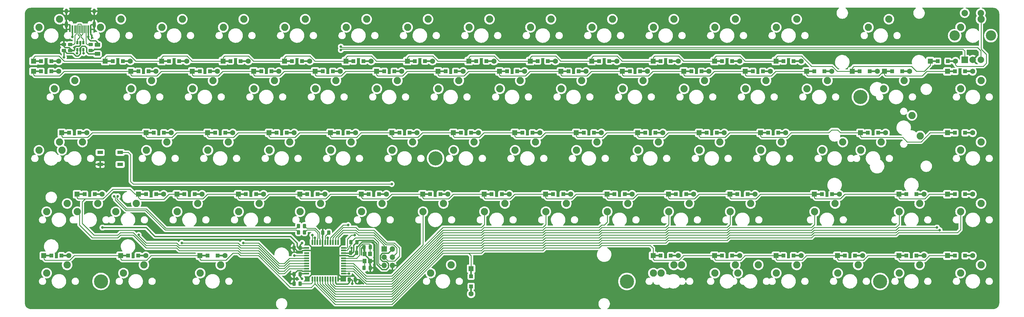
<source format=gbl>
%TF.GenerationSoftware,KiCad,Pcbnew,7.0.8*%
%TF.CreationDate,2023-11-19T13:12:32+01:00*%
%TF.ProjectId,mini-eLiXiVy,6d696e69-2d65-44c6-9958-6956792e6b69,1.2*%
%TF.SameCoordinates,Original*%
%TF.FileFunction,Copper,L2,Bot*%
%TF.FilePolarity,Positive*%
%FSLAX46Y46*%
G04 Gerber Fmt 4.6, Leading zero omitted, Abs format (unit mm)*
G04 Created by KiCad (PCBNEW 7.0.8) date 2023-11-19 13:12:32*
%MOMM*%
%LPD*%
G01*
G04 APERTURE LIST*
G04 Aperture macros list*
%AMRoundRect*
0 Rectangle with rounded corners*
0 $1 Rounding radius*
0 $2 $3 $4 $5 $6 $7 $8 $9 X,Y pos of 4 corners*
0 Add a 4 corners polygon primitive as box body*
4,1,4,$2,$3,$4,$5,$6,$7,$8,$9,$2,$3,0*
0 Add four circle primitives for the rounded corners*
1,1,$1+$1,$2,$3*
1,1,$1+$1,$4,$5*
1,1,$1+$1,$6,$7*
1,1,$1+$1,$8,$9*
0 Add four rect primitives between the rounded corners*
20,1,$1+$1,$2,$3,$4,$5,0*
20,1,$1+$1,$4,$5,$6,$7,0*
20,1,$1+$1,$6,$7,$8,$9,0*
20,1,$1+$1,$8,$9,$2,$3,0*%
G04 Aperture macros list end*
%TA.AperFunction,ComponentPad*%
%ADD10R,1.600000X1.600000*%
%TD*%
%TA.AperFunction,SMDPad,CuDef*%
%ADD11R,2.500000X0.500000*%
%TD*%
%TA.AperFunction,SMDPad,CuDef*%
%ADD12R,1.200000X1.200000*%
%TD*%
%TA.AperFunction,ComponentPad*%
%ADD13C,1.600000*%
%TD*%
%TA.AperFunction,ComponentPad*%
%ADD14C,2.250000*%
%TD*%
%TA.AperFunction,ComponentPad*%
%ADD15C,4.400000*%
%TD*%
%TA.AperFunction,SMDPad,CuDef*%
%ADD16R,0.500000X2.500000*%
%TD*%
%TA.AperFunction,ComponentPad*%
%ADD17R,2.000000X2.000000*%
%TD*%
%TA.AperFunction,ComponentPad*%
%ADD18C,2.000000*%
%TD*%
%TA.AperFunction,ComponentPad*%
%ADD19C,3.200000*%
%TD*%
%TA.AperFunction,ComponentPad*%
%ADD20R,1.700000X1.700000*%
%TD*%
%TA.AperFunction,ComponentPad*%
%ADD21O,1.700000X1.700000*%
%TD*%
%TA.AperFunction,SMDPad,CuDef*%
%ADD22R,0.550000X1.500000*%
%TD*%
%TA.AperFunction,SMDPad,CuDef*%
%ADD23R,1.500000X0.550000*%
%TD*%
%TA.AperFunction,SMDPad,CuDef*%
%ADD24RoundRect,0.243750X0.243750X0.456250X-0.243750X0.456250X-0.243750X-0.456250X0.243750X-0.456250X0*%
%TD*%
%TA.AperFunction,SMDPad,CuDef*%
%ADD25RoundRect,0.243750X-0.243750X-0.456250X0.243750X-0.456250X0.243750X0.456250X-0.243750X0.456250X0*%
%TD*%
%TA.AperFunction,SMDPad,CuDef*%
%ADD26R,1.200000X1.400000*%
%TD*%
%TA.AperFunction,SMDPad,CuDef*%
%ADD27R,1.800000X1.100000*%
%TD*%
%TA.AperFunction,SMDPad,CuDef*%
%ADD28RoundRect,0.243750X0.456250X-0.243750X0.456250X0.243750X-0.456250X0.243750X-0.456250X-0.243750X0*%
%TD*%
%TA.AperFunction,SMDPad,CuDef*%
%ADD29RoundRect,0.250000X0.625000X-0.375000X0.625000X0.375000X-0.625000X0.375000X-0.625000X-0.375000X0*%
%TD*%
%TA.AperFunction,SMDPad,CuDef*%
%ADD30R,0.600000X2.150000*%
%TD*%
%TA.AperFunction,SMDPad,CuDef*%
%ADD31R,0.600000X2.450000*%
%TD*%
%TA.AperFunction,SMDPad,CuDef*%
%ADD32R,0.300000X2.450000*%
%TD*%
%TA.AperFunction,ComponentPad*%
%ADD33O,1.000000X1.600000*%
%TD*%
%TA.AperFunction,ComponentPad*%
%ADD34O,1.000000X2.100000*%
%TD*%
%TA.AperFunction,SMDPad,CuDef*%
%ADD35R,0.650000X1.060000*%
%TD*%
%TA.AperFunction,ViaPad*%
%ADD36C,0.800000*%
%TD*%
%TA.AperFunction,Conductor*%
%ADD37C,0.381000*%
%TD*%
%TA.AperFunction,Conductor*%
%ADD38C,0.254000*%
%TD*%
%TA.AperFunction,Conductor*%
%ADD39C,0.250000*%
%TD*%
G04 APERTURE END LIST*
D10*
X208825000Y-32543750D03*
D11*
X210025000Y-32543750D03*
D12*
X211150000Y-32543750D03*
X214300000Y-32543750D03*
D11*
X215425000Y-32543750D03*
D13*
X216625000Y-32543750D03*
D14*
X194627500Y-79216250D03*
X200977500Y-76676250D03*
X213677500Y-79216250D03*
X220027500Y-76676250D03*
X37465000Y-22066250D03*
X43815000Y-19526250D03*
X56515000Y-22066250D03*
X62865000Y-19526250D03*
X75565000Y-22066250D03*
X81915000Y-19526250D03*
X94615000Y-22066250D03*
X100965000Y-19526250D03*
X113665000Y-22066250D03*
X120015000Y-19526250D03*
X132715000Y-22066250D03*
X139065000Y-19526250D03*
X151765000Y-22066250D03*
X158115000Y-19526250D03*
X170815000Y-22066250D03*
X177165000Y-19526250D03*
X189865000Y-22066250D03*
X196215000Y-19526250D03*
X208915000Y-22066250D03*
X215265000Y-19526250D03*
X227965000Y-22066250D03*
X234315000Y-19526250D03*
X247015000Y-22066250D03*
X253365000Y-19526250D03*
X242252500Y-60166250D03*
X248602500Y-57626250D03*
X232727500Y-79216250D03*
X239077500Y-76676250D03*
X235108750Y-98266250D03*
X241458750Y-95726250D03*
X68421250Y-98266250D03*
X74771250Y-95726250D03*
X20796250Y-98266250D03*
X27146250Y-95726250D03*
X20796250Y-79216250D03*
X27146250Y-76676250D03*
X44608750Y-98266250D03*
X50958750Y-95726250D03*
X280352500Y-41116250D03*
X286702500Y-38576250D03*
X23177500Y-41116250D03*
X29527500Y-38576250D03*
X258921250Y-79216250D03*
X265271250Y-76676250D03*
X25558750Y-60166250D03*
X31908750Y-57626250D03*
X273208750Y-60166250D03*
X279558750Y-57626250D03*
X275590000Y-22066250D03*
X281940000Y-19526250D03*
X223202500Y-60166250D03*
X229552500Y-57626250D03*
X237490000Y-41116250D03*
X243840000Y-38576250D03*
X256540000Y-41116250D03*
X262890000Y-38576250D03*
X51752500Y-60166250D03*
X58102500Y-57626250D03*
X285115000Y-98266250D03*
X291465000Y-95726250D03*
X266065000Y-98266250D03*
X272415000Y-95726250D03*
X304165000Y-98266250D03*
X310515000Y-95726250D03*
X285115000Y-79216250D03*
X291465000Y-76676250D03*
X137477500Y-79216250D03*
X143827500Y-76676250D03*
X99377500Y-79216250D03*
X105727500Y-76676250D03*
X89852500Y-60166250D03*
X96202500Y-57626250D03*
X304165000Y-41116250D03*
X310515000Y-38576250D03*
X85090000Y-41116250D03*
X91440000Y-38576250D03*
X18415000Y-22066250D03*
X24765000Y-19526250D03*
X108902500Y-60166250D03*
X115252500Y-57626250D03*
X127952500Y-60166250D03*
X134302500Y-57626250D03*
X147002500Y-60166250D03*
X153352500Y-57626250D03*
X180340000Y-41116250D03*
X186690000Y-38576250D03*
X304165000Y-60166250D03*
X310515000Y-57626250D03*
X261302500Y-60166250D03*
X267652500Y-57626250D03*
X289083750Y-49371250D03*
X291623750Y-55721250D03*
X166052500Y-60166250D03*
X172402500Y-57626250D03*
X185102500Y-60166250D03*
X191452500Y-57626250D03*
X204152500Y-60166250D03*
X210502500Y-57626250D03*
X175577500Y-79216250D03*
X181927500Y-76676250D03*
X156527500Y-79216250D03*
X162877500Y-76676250D03*
X199390000Y-41116250D03*
X205740000Y-38576250D03*
X218440000Y-41116250D03*
X224790000Y-38576250D03*
X46990000Y-41116250D03*
X53340000Y-38576250D03*
X104140000Y-41116250D03*
X110490000Y-38576250D03*
X70802500Y-60166250D03*
X77152500Y-57626250D03*
X18415000Y-60166250D03*
X24765000Y-57626250D03*
X123190000Y-41116250D03*
X129540000Y-38576250D03*
X161290000Y-41116250D03*
X167640000Y-38576250D03*
X118427500Y-79216250D03*
X124777500Y-76676250D03*
X66040000Y-41116250D03*
X72390000Y-38576250D03*
X142240000Y-41116250D03*
X148590000Y-38576250D03*
D15*
X37642800Y-43707050D03*
X37642800Y-100844350D03*
X141401800Y-62706250D03*
X200704450Y-100857050D03*
X279209500Y-100857050D03*
D14*
X211296250Y-98266250D03*
X217646250Y-95726250D03*
X227965000Y-98266250D03*
X234315000Y-95726250D03*
X247015000Y-98266250D03*
X253365000Y-95726250D03*
X304165000Y-79216250D03*
X310515000Y-76676250D03*
X208915000Y-98266250D03*
X215265000Y-95726250D03*
X304165000Y-22066250D03*
X310515000Y-19526250D03*
D15*
X273138900Y-43656250D03*
D14*
X139858750Y-98266250D03*
X146208750Y-95726250D03*
D10*
X16737500Y-32543750D03*
D11*
X17937500Y-32543750D03*
D12*
X19062500Y-32543750D03*
X22212500Y-32543750D03*
D11*
X23337500Y-32543750D03*
D13*
X24537500Y-32543750D03*
D10*
X38962500Y-32543750D03*
D11*
X40162500Y-32543750D03*
D12*
X41287500Y-32543750D03*
X44437500Y-32543750D03*
D11*
X45562500Y-32543750D03*
D13*
X46762500Y-32543750D03*
D10*
X56425000Y-32543750D03*
D11*
X57625000Y-32543750D03*
D12*
X58750000Y-32543750D03*
X61900000Y-32543750D03*
D11*
X63025000Y-32543750D03*
D13*
X64225000Y-32543750D03*
D10*
X75475000Y-32543750D03*
D11*
X76675000Y-32543750D03*
D12*
X77800000Y-32543750D03*
X80950000Y-32543750D03*
D11*
X82075000Y-32543750D03*
D13*
X83275000Y-32543750D03*
D10*
X94525000Y-32543750D03*
D11*
X95725000Y-32543750D03*
D12*
X96850000Y-32543750D03*
X100000000Y-32543750D03*
D11*
X101125000Y-32543750D03*
D13*
X102325000Y-32543750D03*
D10*
X113575000Y-32543750D03*
D11*
X114775000Y-32543750D03*
D12*
X115900000Y-32543750D03*
X119050000Y-32543750D03*
D11*
X120175000Y-32543750D03*
D13*
X121375000Y-32543750D03*
D10*
X132625000Y-32543750D03*
D11*
X133825000Y-32543750D03*
D12*
X134950000Y-32543750D03*
X138100000Y-32543750D03*
D11*
X139225000Y-32543750D03*
D13*
X140425000Y-32543750D03*
D10*
X151675000Y-32543750D03*
D11*
X152875000Y-32543750D03*
D12*
X154000000Y-32543750D03*
X157150000Y-32543750D03*
D11*
X158275000Y-32543750D03*
D13*
X159475000Y-32543750D03*
D10*
X170725000Y-32543750D03*
D11*
X171925000Y-32543750D03*
D12*
X173050000Y-32543750D03*
X176200000Y-32543750D03*
D11*
X177325000Y-32543750D03*
D13*
X178525000Y-32543750D03*
D10*
X189775000Y-32543750D03*
D11*
X190975000Y-32543750D03*
D12*
X192100000Y-32543750D03*
X195250000Y-32543750D03*
D11*
X196375000Y-32543750D03*
D13*
X197575000Y-32543750D03*
D10*
X227875000Y-32543750D03*
D11*
X229075000Y-32543750D03*
D12*
X230200000Y-32543750D03*
X233350000Y-32543750D03*
D11*
X234475000Y-32543750D03*
D13*
X235675000Y-32543750D03*
D10*
X246925000Y-32543750D03*
D11*
X248125000Y-32543750D03*
D12*
X249250000Y-32543750D03*
X252400000Y-32543750D03*
D11*
X253525000Y-32543750D03*
D13*
X254725000Y-32543750D03*
D10*
X16737500Y-35718750D03*
D11*
X17937500Y-35718750D03*
D12*
X19062500Y-35718750D03*
X22212500Y-35718750D03*
D11*
X23337500Y-35718750D03*
D13*
X24537500Y-35718750D03*
D10*
X46900000Y-35718750D03*
D11*
X48100000Y-35718750D03*
D12*
X49225000Y-35718750D03*
X52375000Y-35718750D03*
D11*
X53500000Y-35718750D03*
D13*
X54700000Y-35718750D03*
D10*
X65950000Y-35718750D03*
D11*
X67150000Y-35718750D03*
D12*
X68275000Y-35718750D03*
X71425000Y-35718750D03*
D11*
X72550000Y-35718750D03*
D13*
X73750000Y-35718750D03*
D10*
X85000000Y-35718750D03*
D11*
X86200000Y-35718750D03*
D12*
X87325000Y-35718750D03*
X90475000Y-35718750D03*
D11*
X91600000Y-35718750D03*
D13*
X92800000Y-35718750D03*
D10*
X104050000Y-35718750D03*
D11*
X105250000Y-35718750D03*
D12*
X106375000Y-35718750D03*
X109525000Y-35718750D03*
D11*
X110650000Y-35718750D03*
D13*
X111850000Y-35718750D03*
D10*
X123100000Y-35718750D03*
D11*
X124300000Y-35718750D03*
D12*
X125425000Y-35718750D03*
X128575000Y-35718750D03*
D11*
X129700000Y-35718750D03*
D13*
X130900000Y-35718750D03*
D10*
X142150000Y-35718750D03*
D11*
X143350000Y-35718750D03*
D12*
X144475000Y-35718750D03*
X147625000Y-35718750D03*
D11*
X148750000Y-35718750D03*
D13*
X149950000Y-35718750D03*
D10*
X161200000Y-35718750D03*
D11*
X162400000Y-35718750D03*
D12*
X163525000Y-35718750D03*
X166675000Y-35718750D03*
D11*
X167800000Y-35718750D03*
D13*
X169000000Y-35718750D03*
D10*
X180250000Y-35718750D03*
D11*
X181450000Y-35718750D03*
D12*
X182575000Y-35718750D03*
X185725000Y-35718750D03*
D11*
X186850000Y-35718750D03*
D13*
X188050000Y-35718750D03*
D10*
X199300000Y-35718750D03*
D11*
X200500000Y-35718750D03*
D12*
X201625000Y-35718750D03*
X204775000Y-35718750D03*
D11*
X205900000Y-35718750D03*
D13*
X207100000Y-35718750D03*
D10*
X218350000Y-35718750D03*
D11*
X219550000Y-35718750D03*
D12*
X220675000Y-35718750D03*
X223825000Y-35718750D03*
D11*
X224950000Y-35718750D03*
D13*
X226150000Y-35718750D03*
D10*
X237400000Y-35718750D03*
D11*
X238600000Y-35718750D03*
D12*
X239725000Y-35718750D03*
X242875000Y-35718750D03*
D11*
X244000000Y-35718750D03*
D13*
X245200000Y-35718750D03*
D10*
X256450000Y-35718750D03*
D11*
X257650000Y-35718750D03*
D12*
X258775000Y-35718750D03*
X261925000Y-35718750D03*
D11*
X263050000Y-35718750D03*
D13*
X264250000Y-35718750D03*
D10*
X280580000Y-35718750D03*
D11*
X281780000Y-35718750D03*
D12*
X282905000Y-35718750D03*
X286055000Y-35718750D03*
D11*
X287180000Y-35718750D03*
D13*
X288380000Y-35718750D03*
D10*
X300106250Y-35718750D03*
D11*
X301306250Y-35718750D03*
D12*
X302431250Y-35718750D03*
X305581250Y-35718750D03*
D11*
X306706250Y-35718750D03*
D13*
X307906250Y-35718750D03*
D10*
X25468750Y-54768750D03*
D11*
X26668750Y-54768750D03*
D12*
X27793750Y-54768750D03*
X30943750Y-54768750D03*
D11*
X32068750Y-54768750D03*
D13*
X33268750Y-54768750D03*
D10*
X51662500Y-54768750D03*
D11*
X52862500Y-54768750D03*
D12*
X53987500Y-54768750D03*
X57137500Y-54768750D03*
D11*
X58262500Y-54768750D03*
D13*
X59462500Y-54768750D03*
D10*
X70712500Y-54768750D03*
D11*
X71912500Y-54768750D03*
D12*
X73037500Y-54768750D03*
X76187500Y-54768750D03*
D11*
X77312500Y-54768750D03*
D13*
X78512500Y-54768750D03*
D10*
X89762500Y-54768750D03*
D11*
X90962500Y-54768750D03*
D12*
X92087500Y-54768750D03*
X95237500Y-54768750D03*
D11*
X96362500Y-54768750D03*
D13*
X97562500Y-54768750D03*
D10*
X108812500Y-54768750D03*
D11*
X110012500Y-54768750D03*
D12*
X111137500Y-54768750D03*
X114287500Y-54768750D03*
D11*
X115412500Y-54768750D03*
D13*
X116612500Y-54768750D03*
D10*
X127862500Y-54768750D03*
D11*
X129062500Y-54768750D03*
D12*
X130187500Y-54768750D03*
X133337500Y-54768750D03*
D11*
X134462500Y-54768750D03*
D13*
X135662500Y-54768750D03*
D10*
X146912500Y-54768750D03*
D11*
X148112500Y-54768750D03*
D12*
X149237500Y-54768750D03*
X152387500Y-54768750D03*
D11*
X153512500Y-54768750D03*
D13*
X154712500Y-54768750D03*
D10*
X165962500Y-54768750D03*
D11*
X167162500Y-54768750D03*
D12*
X168287500Y-54768750D03*
X171437500Y-54768750D03*
D11*
X172562500Y-54768750D03*
D13*
X173762500Y-54768750D03*
D10*
X185012500Y-54768750D03*
D11*
X186212500Y-54768750D03*
D12*
X187337500Y-54768750D03*
X190487500Y-54768750D03*
D11*
X191612500Y-54768750D03*
D13*
X192812500Y-54768750D03*
D10*
X204062500Y-54768750D03*
D11*
X205262500Y-54768750D03*
D12*
X206387500Y-54768750D03*
X209537500Y-54768750D03*
D11*
X210662500Y-54768750D03*
D13*
X211862500Y-54768750D03*
D10*
X223112500Y-54768750D03*
D11*
X224312500Y-54768750D03*
D12*
X225437500Y-54768750D03*
X228587500Y-54768750D03*
D11*
X229712500Y-54768750D03*
D13*
X230912500Y-54768750D03*
D10*
X242162500Y-54768750D03*
D11*
X243362500Y-54768750D03*
D12*
X244487500Y-54768750D03*
X247637500Y-54768750D03*
D11*
X248762500Y-54768750D03*
D13*
X249962500Y-54768750D03*
D10*
X273118750Y-54768750D03*
D11*
X274318750Y-54768750D03*
D12*
X275443750Y-54768750D03*
X278593750Y-54768750D03*
D11*
X279718750Y-54768750D03*
D13*
X280918750Y-54768750D03*
D10*
X300106250Y-54768750D03*
D11*
X301306250Y-54768750D03*
D12*
X302431250Y-54768750D03*
X305581250Y-54768750D03*
D11*
X306706250Y-54768750D03*
D13*
X307906250Y-54768750D03*
D10*
X30231250Y-73818750D03*
D11*
X31431250Y-73818750D03*
D12*
X32556250Y-73818750D03*
X35706250Y-73818750D03*
D11*
X36831250Y-73818750D03*
D13*
X38031250Y-73818750D03*
D10*
X49281250Y-73818750D03*
D11*
X50481250Y-73818750D03*
D12*
X51606250Y-73818750D03*
X54756250Y-73818750D03*
D11*
X55881250Y-73818750D03*
D13*
X57081250Y-73818750D03*
D10*
X61187500Y-73818750D03*
D11*
X62387500Y-73818750D03*
D12*
X63512500Y-73818750D03*
X66662500Y-73818750D03*
D11*
X67787500Y-73818750D03*
D13*
X68987500Y-73818750D03*
D10*
X80237500Y-73818750D03*
D11*
X81437500Y-73818750D03*
D12*
X82562500Y-73818750D03*
X85712500Y-73818750D03*
D11*
X86837500Y-73818750D03*
D13*
X88037500Y-73818750D03*
D10*
X99287500Y-73818750D03*
D11*
X100487500Y-73818750D03*
D12*
X101612500Y-73818750D03*
X104762500Y-73818750D03*
D11*
X105887500Y-73818750D03*
D13*
X107087500Y-73818750D03*
D10*
X118337500Y-73818750D03*
D11*
X119537500Y-73818750D03*
D12*
X120662500Y-73818750D03*
X123812500Y-73818750D03*
D11*
X124937500Y-73818750D03*
D13*
X126137500Y-73818750D03*
D10*
X137387500Y-73818750D03*
D11*
X138587500Y-73818750D03*
D12*
X139712500Y-73818750D03*
X142862500Y-73818750D03*
D11*
X143987500Y-73818750D03*
D13*
X145187500Y-73818750D03*
D10*
X156437500Y-73818750D03*
D11*
X157637500Y-73818750D03*
D12*
X158762500Y-73818750D03*
X161912500Y-73818750D03*
D11*
X163037500Y-73818750D03*
D13*
X164237500Y-73818750D03*
D10*
X175487500Y-73818750D03*
D11*
X176687500Y-73818750D03*
D12*
X177812500Y-73818750D03*
X180962500Y-73818750D03*
D11*
X182087500Y-73818750D03*
D13*
X183287500Y-73818750D03*
D10*
X194537500Y-73818750D03*
D11*
X195737500Y-73818750D03*
D12*
X196862500Y-73818750D03*
X200012500Y-73818750D03*
D11*
X201137500Y-73818750D03*
D13*
X202337500Y-73818750D03*
D10*
X213587500Y-73818750D03*
D11*
X214787500Y-73818750D03*
D12*
X215912500Y-73818750D03*
X219062500Y-73818750D03*
D11*
X220187500Y-73818750D03*
D13*
X221387500Y-73818750D03*
D10*
X232637500Y-73818750D03*
D11*
X233837500Y-73818750D03*
D12*
X234962500Y-73818750D03*
X238112500Y-73818750D03*
D11*
X239237500Y-73818750D03*
D13*
X240437500Y-73818750D03*
D10*
X258831250Y-73818750D03*
D11*
X260031250Y-73818750D03*
D12*
X261156250Y-73818750D03*
X264306250Y-73818750D03*
D11*
X265431250Y-73818750D03*
D13*
X266631250Y-73818750D03*
D10*
X285025000Y-73818750D03*
D11*
X286225000Y-73818750D03*
D12*
X287350000Y-73818750D03*
X290500000Y-73818750D03*
D11*
X291625000Y-73818750D03*
D13*
X292825000Y-73818750D03*
D10*
X300106250Y-73818750D03*
D11*
X301306250Y-73818750D03*
D12*
X302431250Y-73818750D03*
X305581250Y-73818750D03*
D11*
X306706250Y-73818750D03*
D13*
X307906250Y-73818750D03*
D10*
X19912500Y-92868750D03*
D11*
X21112500Y-92868750D03*
D12*
X22237500Y-92868750D03*
X25387500Y-92868750D03*
D11*
X26512500Y-92868750D03*
D13*
X27712500Y-92868750D03*
D10*
X43725000Y-92868750D03*
D11*
X44925000Y-92868750D03*
D12*
X46050000Y-92868750D03*
X49200000Y-92868750D03*
D11*
X50325000Y-92868750D03*
D13*
X51525000Y-92868750D03*
D10*
X68331250Y-92868750D03*
D11*
X69531250Y-92868750D03*
D12*
X70656250Y-92868750D03*
X73806250Y-92868750D03*
D11*
X74931250Y-92868750D03*
D13*
X76131250Y-92868750D03*
D10*
X152400000Y-96906250D03*
D16*
X152400000Y-98106250D03*
D12*
X152400000Y-99231250D03*
X152400000Y-102381250D03*
D16*
X152400000Y-103506250D03*
D13*
X152400000Y-104706250D03*
D10*
X208825000Y-92868750D03*
D11*
X210025000Y-92868750D03*
D12*
X211150000Y-92868750D03*
X214300000Y-92868750D03*
D11*
X215425000Y-92868750D03*
D13*
X216625000Y-92868750D03*
D10*
X227875000Y-92868750D03*
D11*
X229075000Y-92868750D03*
D12*
X230200000Y-92868750D03*
X233350000Y-92868750D03*
D11*
X234475000Y-92868750D03*
D13*
X235675000Y-92868750D03*
D10*
X246925000Y-92868750D03*
D11*
X248125000Y-92868750D03*
D12*
X249250000Y-92868750D03*
X252400000Y-92868750D03*
D11*
X253525000Y-92868750D03*
D13*
X254725000Y-92868750D03*
D10*
X265975000Y-92868750D03*
D11*
X267175000Y-92868750D03*
D12*
X268300000Y-92868750D03*
X271450000Y-92868750D03*
D11*
X272575000Y-92868750D03*
D13*
X273775000Y-92868750D03*
D10*
X285025000Y-92868750D03*
D11*
X286225000Y-92868750D03*
D12*
X287350000Y-92868750D03*
X290500000Y-92868750D03*
D11*
X291625000Y-92868750D03*
D13*
X292825000Y-92868750D03*
D10*
X300106250Y-92868750D03*
D11*
X301306250Y-92868750D03*
D12*
X302431250Y-92868750D03*
X305581250Y-92868750D03*
D11*
X306706250Y-92868750D03*
D13*
X307906250Y-92868750D03*
D17*
X305454050Y-32131000D03*
D18*
X310454050Y-32131000D03*
X307954050Y-32131000D03*
D19*
X302354050Y-24631000D03*
X313554050Y-24631000D03*
D18*
X310454050Y-17631000D03*
X305454050Y-17631000D03*
D14*
X80327500Y-79216250D03*
X86677500Y-76676250D03*
X61277500Y-79216250D03*
X67627500Y-76676250D03*
X30321250Y-79216250D03*
X36671250Y-76676250D03*
X42227500Y-79216250D03*
X48577500Y-76676250D03*
D10*
X294772250Y-32543750D03*
D11*
X295972250Y-32543750D03*
D12*
X297097250Y-32543750D03*
X300247250Y-32543750D03*
D11*
X301372250Y-32543750D03*
D13*
X302572250Y-32543750D03*
D10*
X270547000Y-35687000D03*
D11*
X271747000Y-35687000D03*
D12*
X272872000Y-35687000D03*
X276022000Y-35687000D03*
D11*
X277147000Y-35687000D03*
D13*
X278347000Y-35687000D03*
D20*
X125476000Y-90805000D03*
D21*
X128016000Y-90805000D03*
X125476000Y-93345000D03*
X128016000Y-93345000D03*
X125476000Y-95885000D03*
X128016000Y-95885000D03*
D22*
X103156250Y-88756250D03*
X103956250Y-88756250D03*
X104756250Y-88756250D03*
X105556250Y-88756250D03*
X106356250Y-88756250D03*
X107156250Y-88756250D03*
X107956250Y-88756250D03*
X108756250Y-88756250D03*
X109556250Y-88756250D03*
X110356250Y-88756250D03*
X111156250Y-88756250D03*
D23*
X112856250Y-90456250D03*
X112856250Y-91256250D03*
X112856250Y-92056250D03*
X112856250Y-92856250D03*
X112856250Y-93656250D03*
X112856250Y-94456250D03*
X112856250Y-95256250D03*
X112856250Y-96056250D03*
X112856250Y-96856250D03*
X112856250Y-97656250D03*
X112856250Y-98456250D03*
D22*
X111156250Y-100156250D03*
X110356250Y-100156250D03*
X109556250Y-100156250D03*
X108756250Y-100156250D03*
X107956250Y-100156250D03*
X107156250Y-100156250D03*
X106356250Y-100156250D03*
X105556250Y-100156250D03*
X104756250Y-100156250D03*
X103956250Y-100156250D03*
X103156250Y-100156250D03*
D23*
X101456250Y-98456250D03*
X101456250Y-97656250D03*
X101456250Y-96856250D03*
X101456250Y-96056250D03*
X101456250Y-95256250D03*
X101456250Y-94456250D03*
X101456250Y-93656250D03*
X101456250Y-92856250D03*
X101456250Y-92056250D03*
X101456250Y-91256250D03*
X101456250Y-90456250D03*
D24*
X121111250Y-90233500D03*
X119236250Y-90233500D03*
X99362500Y-90424000D03*
X97487500Y-90424000D03*
D25*
X115013500Y-92011500D03*
X116888500Y-92011500D03*
X97487500Y-101536500D03*
X99362500Y-101536500D03*
D24*
X117015500Y-88646000D03*
X115140500Y-88646000D03*
D25*
X119236250Y-96647000D03*
X121111250Y-96647000D03*
D24*
X99362500Y-98552000D03*
X97487500Y-98552000D03*
X108252500Y-85725000D03*
X106377500Y-85725000D03*
D25*
X114632500Y-100298250D03*
X116507500Y-100298250D03*
D26*
X119323750Y-94505356D03*
X119323750Y-92305356D03*
X121023750Y-92305356D03*
X121023750Y-94505356D03*
D27*
X37381250Y-64556250D03*
X43581250Y-60856250D03*
X37381250Y-60856250D03*
X43581250Y-64556250D03*
D28*
X34417000Y-29226750D03*
X34417000Y-27351750D03*
D29*
X36525200Y-30288690D03*
X36525200Y-27488690D03*
D30*
X28017000Y-22465850D03*
D31*
X28792000Y-22615850D03*
D32*
X29492000Y-22615850D03*
X29992000Y-22615850D03*
X30492000Y-22615850D03*
X30992000Y-22615850D03*
X31492000Y-22615850D03*
X31992000Y-22615850D03*
X32492000Y-22615850D03*
X32992000Y-22615850D03*
D31*
X33692000Y-22615850D03*
X34467000Y-22615850D03*
D33*
X26922000Y-17020850D03*
D34*
X26922000Y-21200850D03*
D33*
X35562000Y-17020850D03*
D34*
X35562000Y-21200850D03*
D24*
X100759500Y-85598000D03*
X98884500Y-85598000D03*
X100759500Y-83661250D03*
X98884500Y-83661250D03*
D35*
X30292000Y-26808250D03*
X31242000Y-26808250D03*
X32192000Y-26808250D03*
X32192000Y-29008250D03*
X31242000Y-29008250D03*
X30292000Y-29008250D03*
D28*
X28067000Y-29226750D03*
X28067000Y-27351750D03*
X26162000Y-29226750D03*
X26162000Y-27351750D03*
D36*
X107950000Y-87312500D03*
X100012500Y-100012500D03*
X103981250Y-87312500D03*
X100012500Y-88900000D03*
X38100000Y-84140651D03*
X115281000Y-90462443D03*
X115570000Y-101568250D03*
X26162000Y-31369000D03*
X296862500Y-84137500D03*
X297656250Y-84931250D03*
X103187500Y-86518750D03*
X33719000Y-24987250D03*
X28790900Y-24987250D03*
X127793750Y-70643750D03*
X49329692Y-86401558D03*
X62706250Y-88900000D03*
X81756250Y-88900000D03*
X97631250Y-92868750D03*
X116332000Y-86487000D03*
X32258000Y-30099000D03*
X42816000Y-74422000D03*
X30226000Y-30099000D03*
X41766000Y-74422000D03*
X114522250Y-98383250D03*
X112014000Y-28050000D03*
X112014000Y-29100000D03*
X114300000Y-83343750D03*
D37*
X106356250Y-85746250D02*
X106377500Y-85725000D01*
X106356250Y-88756250D02*
X106356250Y-85746250D01*
X109684027Y-91956375D02*
X112712500Y-88900000D01*
X103956250Y-97656250D02*
X101600000Y-100012500D01*
X105687375Y-91956375D02*
X109684027Y-91956375D01*
X108768750Y-97656250D02*
X110328348Y-97656250D01*
X103956250Y-91256250D02*
X104987250Y-91256250D01*
X98043737Y-97995763D02*
X97487500Y-98552000D01*
X121023750Y-94202454D02*
X121023750Y-94505356D01*
X119323750Y-92305356D02*
X119323750Y-92502454D01*
X106587250Y-92856250D02*
X105687375Y-91956375D01*
X121023750Y-96559500D02*
X121111250Y-96647000D01*
X101456250Y-97656250D02*
X100063730Y-97656250D01*
X121023750Y-94505356D02*
X121023750Y-96559500D01*
X105687375Y-91956375D02*
X104987250Y-91256250D01*
X98578010Y-97461490D02*
X98043737Y-97995763D01*
X119323750Y-92502454D02*
X121023750Y-94202454D01*
X101456250Y-91256250D02*
X103956250Y-91256250D01*
X99868970Y-97461490D02*
X98578010Y-97461490D01*
X119323750Y-90321000D02*
X119236250Y-90233500D01*
X103956250Y-91256250D02*
X100012500Y-87312500D01*
X119323750Y-92305356D02*
X119323750Y-90321000D01*
X100063730Y-97656250D02*
X99868970Y-97461490D01*
X97487500Y-98552000D02*
X97487500Y-101536500D01*
X121023750Y-94405356D02*
X121023750Y-94505356D01*
X106356250Y-89887250D02*
X106356250Y-88756250D01*
X101456250Y-91256250D02*
X100127230Y-91256250D01*
X100127230Y-91256250D02*
X99868970Y-91514510D01*
X98043737Y-90980237D02*
X97487500Y-90424000D01*
X112856250Y-92856250D02*
X106587250Y-92856250D01*
X101456250Y-97656250D02*
X103956250Y-97656250D01*
X99868970Y-91514510D02*
X98578010Y-91514510D01*
X98578010Y-91514510D02*
X98043737Y-90980237D01*
X103956250Y-97656250D02*
X108768750Y-97656250D01*
X106587250Y-95474750D02*
X108768750Y-97656250D01*
X106587250Y-92856250D02*
X106587250Y-95474750D01*
X104987250Y-91256250D02*
X106356250Y-89887250D01*
X26922000Y-17020850D02*
X35562000Y-17020850D01*
X34467000Y-22615850D02*
X34467000Y-21414850D01*
X34467000Y-21414850D02*
X34681000Y-21200850D01*
X34681000Y-21200850D02*
X35562000Y-21200850D01*
X26922000Y-21200850D02*
X26922000Y-17020850D01*
X35562000Y-21200850D02*
X35562000Y-17020850D01*
X25400000Y-24225250D02*
X27009400Y-22615850D01*
X28017000Y-22615850D02*
X28017000Y-21394792D01*
X31242000Y-26808250D02*
X31242000Y-27578676D01*
X31242000Y-27578676D02*
X30912426Y-27908250D01*
X26162000Y-27351750D02*
X26162000Y-27939250D01*
X29464000Y-28924250D02*
X29161500Y-29226750D01*
X29834098Y-27908250D02*
X29464000Y-28278348D01*
X116507500Y-101098250D02*
X116977500Y-101568250D01*
X122555000Y-93980000D02*
X122555000Y-96266000D01*
X34467000Y-22615850D02*
X35220600Y-22615850D01*
X121111250Y-97743250D02*
X121539000Y-98171000D01*
X29464000Y-28278348D02*
X29464000Y-28924250D01*
X28067000Y-28639250D02*
X27717000Y-28289250D01*
X116507500Y-99498250D02*
X116183001Y-99173751D01*
X27717000Y-28289250D02*
X26512000Y-28289250D01*
X28017000Y-21394792D02*
X27823058Y-21200850D01*
X116183001Y-99173751D02*
X111845849Y-99173751D01*
X26162000Y-27939250D02*
X26512000Y-28289250D01*
X112856250Y-92856250D02*
X114261270Y-92856250D01*
X127635000Y-98171000D02*
X128016000Y-97790000D01*
X111156250Y-98484152D02*
X111845849Y-99173751D01*
X27823058Y-21200850D02*
X26922000Y-21200850D01*
X114507030Y-93102010D02*
X115797990Y-93102010D01*
X35220600Y-22615850D02*
X35560000Y-22955250D01*
X118594213Y-88636490D02*
X116888500Y-90342203D01*
X122004750Y-94505356D02*
X122530106Y-93980000D01*
X28067000Y-29226750D02*
X28067000Y-28639250D01*
X35217000Y-29226750D02*
X35519500Y-28924250D01*
X35519500Y-28924250D02*
X37719000Y-28924250D01*
X115797990Y-93102010D02*
X116332263Y-92567737D01*
X118373510Y-90508740D02*
X118373510Y-92583000D01*
X117729000Y-100298250D02*
X118999000Y-101568250D01*
X34417000Y-29226750D02*
X35217000Y-29226750D01*
X116507500Y-100298250D02*
X116507500Y-101098250D01*
X122555000Y-89408000D02*
X121783490Y-88636490D01*
X121539000Y-98171000D02*
X127635000Y-98171000D01*
X121111250Y-96647000D02*
X122174000Y-96647000D01*
X128016000Y-97409000D02*
X128016000Y-95885000D01*
X34671000Y-24425850D02*
X34671000Y-25495250D01*
X117095000Y-100298250D02*
X117729000Y-100298250D01*
X118648750Y-90233500D02*
X118373510Y-90508740D01*
X128016000Y-97790000D02*
X128016000Y-97409000D01*
X30912426Y-27908250D02*
X29834098Y-27908250D01*
X121111250Y-96647000D02*
X121111250Y-97743250D01*
X122555000Y-96266000D02*
X122174000Y-96647000D01*
X116507500Y-100298250D02*
X117095000Y-100298250D01*
X116332263Y-92567737D02*
X116888500Y-92011500D01*
X34467000Y-24221850D02*
X34671000Y-24425850D01*
X114261270Y-92856250D02*
X114507030Y-93102010D01*
X34467000Y-22615850D02*
X34467000Y-24221850D01*
X119236250Y-90233500D02*
X118648750Y-90233500D01*
X110328348Y-97656250D02*
X111156250Y-98484152D01*
X116977500Y-101568250D02*
X117983000Y-101568250D01*
X122555000Y-93980000D02*
X122555000Y-89408000D01*
X116888500Y-90342203D02*
X116888500Y-92011500D01*
X116507500Y-100298250D02*
X116507500Y-99498250D01*
X122530106Y-93980000D02*
X122555000Y-93980000D01*
X121023750Y-94505356D02*
X122004750Y-94505356D01*
X29161500Y-29226750D02*
X28067000Y-29226750D01*
X121783490Y-88636490D02*
X118594213Y-88636490D01*
X111156250Y-98484152D02*
X111156250Y-100156250D01*
X27009400Y-22615850D02*
X28017000Y-22615850D01*
D38*
X107156250Y-86821250D02*
X108252500Y-85725000D01*
X107156250Y-88756250D02*
X107156250Y-86821250D01*
D37*
X99362500Y-89550000D02*
X100012500Y-88900000D01*
X99362500Y-90424000D02*
X99362500Y-89550000D01*
X99394750Y-90456250D02*
X99362500Y-90424000D01*
X99458250Y-98456250D02*
X99362500Y-98552000D01*
X99362500Y-99362500D02*
X100012500Y-100012500D01*
X99362500Y-98552000D02*
X99362500Y-99362500D01*
X101456250Y-98456250D02*
X99458250Y-98456250D01*
X107956250Y-88756250D02*
X107956250Y-87318750D01*
X101456250Y-90456250D02*
X99394750Y-90456250D01*
X107956250Y-87318750D02*
X107950000Y-87312500D01*
X99393750Y-90456250D02*
X99362500Y-90487500D01*
X103956250Y-88756250D02*
X103956250Y-87337500D01*
X103956250Y-87337500D02*
X103981250Y-87312500D01*
X114130750Y-101600000D02*
X110669000Y-101600000D01*
X115013500Y-92011500D02*
X115281000Y-91744000D01*
X38100000Y-84140651D02*
X39687500Y-84137500D01*
X126716501Y-95289559D02*
X126071441Y-94644499D01*
X29913308Y-30956250D02*
X30538692Y-30956250D01*
X126716501Y-96480441D02*
X126716501Y-95289559D01*
X31734098Y-27908250D02*
X32639000Y-27908250D01*
X117606020Y-88055480D02*
X122024152Y-88055480D01*
X114632500Y-101098250D02*
X114130750Y-101600000D01*
X124880559Y-92104499D02*
X126716501Y-92104499D01*
X114632500Y-100298250D02*
X114632500Y-101098250D01*
X98425000Y-90074000D02*
X98775000Y-90424000D01*
X31242000Y-30252942D02*
X31242000Y-29008250D01*
X54324250Y-86868000D02*
X96393000Y-86868000D01*
X29061818Y-30104760D02*
X29913308Y-30956250D01*
X124235499Y-92749559D02*
X124880559Y-92104499D01*
X115316000Y-100298250D02*
X114632500Y-100298250D01*
X26162000Y-29226750D02*
X27040010Y-30104760D01*
X96393000Y-86868000D02*
X98425000Y-88900000D01*
X112856250Y-92056250D02*
X114968750Y-92056250D01*
X26162000Y-29226750D02*
X26162000Y-31369000D01*
X38100000Y-84140651D02*
X51596901Y-84140651D01*
X39687500Y-84137500D02*
X41275000Y-84137500D01*
X31242000Y-29008250D02*
X31242000Y-28400348D01*
X33147000Y-29686250D02*
X33749440Y-30288690D01*
X110669000Y-101600000D02*
X110356250Y-101287250D01*
X110356250Y-101287250D02*
X110356250Y-100156250D01*
X32639000Y-27908250D02*
X33147000Y-28416250D01*
X116010490Y-91602010D02*
X116010490Y-89651010D01*
X116010490Y-89651010D02*
X117015500Y-88646000D01*
X31242000Y-28400348D02*
X31734098Y-27908250D01*
X98425000Y-88900000D02*
X98425000Y-90074000D01*
X124235499Y-93940441D02*
X124235499Y-92749559D01*
X51596901Y-84140651D02*
X54324250Y-86868000D01*
X115570000Y-100552250D02*
X115316000Y-100298250D01*
X116010490Y-91602010D02*
X115601000Y-92011500D01*
X115601000Y-92011500D02*
X115013500Y-92011500D01*
X115281000Y-91744000D02*
X115281000Y-90462443D01*
X30538692Y-30956250D02*
X31242000Y-30252942D01*
X27040010Y-30104760D02*
X29061818Y-30104760D01*
X123200479Y-95543429D02*
X124782551Y-97125501D01*
X117015500Y-88646000D02*
X117606020Y-88055480D01*
X122024152Y-88055480D02*
X123200479Y-89231807D01*
X33749440Y-30288690D02*
X36525200Y-30288690D01*
X114968750Y-92056250D02*
X115013500Y-92011500D01*
X33147000Y-28416250D02*
X33147000Y-29686250D01*
X126071441Y-94644499D02*
X124939557Y-94644499D01*
X123200479Y-89231807D02*
X123200479Y-95543429D01*
X124782551Y-97125501D02*
X126071441Y-97125501D01*
X124939557Y-94644499D02*
X124235499Y-93940441D01*
X98775000Y-90424000D02*
X99362500Y-90424000D01*
X115570000Y-101568250D02*
X115570000Y-100552250D01*
X126071441Y-97125501D02*
X126716501Y-96480441D01*
X126716501Y-92104499D02*
X128016000Y-90805000D01*
D38*
X270547000Y-34633000D02*
X271048750Y-34131250D01*
X76008500Y-30956250D02*
X83343750Y-30956250D01*
X232568750Y-85725000D02*
X257968750Y-85725000D01*
X208825000Y-32543750D02*
X208825000Y-31489750D01*
X237331250Y-32543750D02*
X246925000Y-32543750D01*
X75475000Y-32543750D02*
X75475000Y-31489750D01*
X227875000Y-31489750D02*
X228408500Y-30956250D01*
X218281250Y-32543750D02*
X227875000Y-32543750D01*
X292893750Y-35718750D02*
X294772250Y-33840250D01*
X143668750Y-89693750D02*
X155575000Y-89693750D01*
X46831250Y-30956250D02*
X48418750Y-32543750D01*
X140493750Y-30956250D02*
X142081250Y-32543750D01*
X175418750Y-88106250D02*
X192087500Y-88106250D01*
X94525000Y-31489750D02*
X95058500Y-30956250D01*
X247458500Y-30956250D02*
X254805462Y-30956250D01*
X106356250Y-100156250D02*
X106362500Y-101600000D01*
X197643750Y-30956250D02*
X199231250Y-32543750D01*
X257968750Y-85725000D02*
X258762500Y-84931250D01*
X132625000Y-31489750D02*
X133158500Y-30956250D01*
X271048750Y-34131250D02*
X288925000Y-34131250D01*
X127793750Y-105568750D02*
X143668750Y-89693750D01*
X26205462Y-32543750D02*
X38962500Y-32543750D01*
X83343750Y-30956250D02*
X84931250Y-32543750D01*
X56958500Y-30956250D02*
X64293750Y-30956250D01*
X258762500Y-84931250D02*
X284162500Y-84931250D01*
X75475000Y-31489750D02*
X76008500Y-30956250D01*
X170725000Y-32543750D02*
X170725000Y-31489750D01*
X161131250Y-32543750D02*
X170725000Y-32543750D01*
X213518750Y-86518750D02*
X231775000Y-86518750D01*
X64293750Y-30956250D02*
X65881250Y-32543750D01*
X121443750Y-30956250D02*
X123031250Y-32543750D01*
X294772250Y-33840250D02*
X294772250Y-32543750D01*
X48418750Y-32543750D02*
X56425000Y-32543750D01*
X103981250Y-32543750D02*
X113575000Y-32543750D01*
X284162500Y-84931250D02*
X284956250Y-84137500D01*
X228408500Y-30956250D02*
X235743750Y-30956250D01*
X227875000Y-32543750D02*
X227875000Y-31489750D01*
X151675000Y-31489750D02*
X152208500Y-30956250D01*
X192881250Y-87312500D02*
X212725000Y-87312500D01*
X155575000Y-89693750D02*
X156368750Y-88900000D01*
X170725000Y-31489750D02*
X171258500Y-30956250D01*
X39496000Y-30956250D02*
X46831250Y-30956250D01*
X142081250Y-32543750D02*
X151675000Y-32543750D01*
X178593750Y-30956250D02*
X180181250Y-32543750D01*
X123031250Y-32543750D02*
X132625000Y-32543750D01*
X192087500Y-88106250D02*
X192881250Y-87312500D01*
X132625000Y-32543750D02*
X132625000Y-31489750D01*
X288925000Y-34131250D02*
X290512500Y-35718750D01*
X159543750Y-30956250D02*
X161131250Y-32543750D01*
X180181250Y-32543750D02*
X189775000Y-32543750D01*
X114108500Y-30956250D02*
X121443750Y-30956250D01*
X264330462Y-34131250D02*
X257968750Y-34131250D01*
X151675000Y-32543750D02*
X151675000Y-31489750D01*
X208825000Y-31489750D02*
X209358500Y-30956250D01*
X246925000Y-31489750D02*
X247458500Y-30956250D01*
X171258500Y-30956250D02*
X178593750Y-30956250D01*
X270547000Y-35687000D02*
X270547000Y-34633000D01*
X95058500Y-30956250D02*
X102393750Y-30956250D01*
X56425000Y-32543750D02*
X56425000Y-31489750D01*
X189775000Y-31489750D02*
X190308500Y-30956250D01*
X284956250Y-84137500D02*
X296862500Y-84137500D01*
X133158500Y-30956250D02*
X140493750Y-30956250D01*
X174625000Y-88900000D02*
X175418750Y-88106250D01*
X199231250Y-32543750D02*
X208825000Y-32543750D01*
X246925000Y-32543750D02*
X246925000Y-31489750D01*
X38962500Y-31489750D02*
X39496000Y-30956250D01*
X190308500Y-30956250D02*
X197643750Y-30956250D01*
X235743750Y-30956250D02*
X237331250Y-32543750D01*
X16737500Y-32543750D02*
X16737500Y-31489750D01*
X209358500Y-30956250D02*
X216693750Y-30956250D01*
X94525000Y-32543750D02*
X94525000Y-31489750D01*
X38962500Y-32543750D02*
X38962500Y-31489750D01*
X231775000Y-86518750D02*
X232568750Y-85725000D01*
X189775000Y-32543750D02*
X189775000Y-31489750D01*
X17271000Y-30956250D02*
X24617962Y-30956250D01*
X113575000Y-32543750D02*
X113575000Y-31489750D01*
X156368750Y-88900000D02*
X174625000Y-88900000D01*
X269912000Y-35687000D02*
X265886212Y-35687000D01*
X84931250Y-32543750D02*
X94525000Y-32543750D01*
X24617962Y-30956250D02*
X26205462Y-32543750D01*
X152208500Y-30956250D02*
X159543750Y-30956250D01*
X113575000Y-31489750D02*
X114108500Y-30956250D01*
X56425000Y-31489750D02*
X56958500Y-30956250D01*
X290512500Y-35718750D02*
X292893750Y-35718750D01*
X212725000Y-87312500D02*
X213518750Y-86518750D01*
X216693750Y-30956250D02*
X218281250Y-32543750D01*
X265886212Y-35687000D02*
X264330462Y-34131250D01*
X106362500Y-101600000D02*
X110331250Y-105568750D01*
X110331250Y-105568750D02*
X127793750Y-105568750D01*
X254805462Y-30956250D02*
X257968750Y-34119538D01*
X16737500Y-31489750D02*
X17271000Y-30956250D01*
X65881250Y-32543750D02*
X75475000Y-32543750D01*
X257968750Y-34119538D02*
X257968750Y-34131250D01*
X102393750Y-30956250D02*
X103981250Y-32543750D01*
X132556250Y-35718750D02*
X142150000Y-35718750D01*
X188300751Y-37124249D02*
X189706250Y-35718750D01*
X232568750Y-86518750D02*
X231775000Y-87312500D01*
X208756250Y-35718750D02*
X218350000Y-35718750D01*
X85000000Y-35718750D02*
X85000000Y-36772750D01*
X24788251Y-37124249D02*
X26193750Y-35718750D01*
X292282001Y-37124249D02*
X280931499Y-37124249D01*
X104050000Y-36772750D02*
X104401499Y-37124249D01*
X218701499Y-37124249D02*
X226400751Y-37124249D01*
X218350000Y-36772750D02*
X218701499Y-37124249D01*
X26193750Y-35718750D02*
X46900000Y-35718750D01*
X292282001Y-37124249D02*
X293687500Y-35718750D01*
X16737500Y-35718750D02*
X16737500Y-36772750D01*
X161551499Y-37124249D02*
X169250751Y-37124249D01*
X65950000Y-35718750D02*
X65950000Y-36772750D01*
X142150000Y-36772750D02*
X142501499Y-37124249D01*
X17088999Y-37124249D02*
X24788251Y-37124249D01*
X54950751Y-37124249D02*
X56356250Y-35718750D01*
X155575000Y-90487500D02*
X143668750Y-90487500D01*
X93050751Y-37124249D02*
X94456250Y-35718750D01*
X280931499Y-37124249D02*
X280580000Y-36772750D01*
X207350751Y-37124249D02*
X208756250Y-35718750D01*
X280193750Y-35718750D02*
X278788251Y-37124249D01*
X74000751Y-37124249D02*
X75406250Y-35718750D01*
X218350000Y-35718750D02*
X218350000Y-36772750D01*
X231775000Y-87312500D02*
X213518750Y-87312500D01*
X170656250Y-35718750D02*
X180250000Y-35718750D01*
X227806250Y-35718750D02*
X237400000Y-35718750D01*
X237751499Y-37124249D02*
X245450751Y-37124249D01*
X16737500Y-36772750D02*
X17088999Y-37124249D01*
X85000000Y-36772750D02*
X85351499Y-37124249D01*
X47251499Y-37124249D02*
X54950751Y-37124249D01*
X212725000Y-88106250D02*
X192881250Y-88106250D01*
X280580000Y-35718750D02*
X280193750Y-35718750D01*
X237400000Y-35718750D02*
X237400000Y-36772750D01*
X297656250Y-84931250D02*
X284956250Y-84931250D01*
X46900000Y-36772750D02*
X47251499Y-37124249D01*
X192087500Y-88900000D02*
X175418750Y-88900000D01*
X180250000Y-35718750D02*
X180250000Y-36772750D01*
X110331250Y-106362500D02*
X105568750Y-101600000D01*
X199300000Y-35718750D02*
X199300000Y-36772750D01*
X161200000Y-36772750D02*
X161551499Y-37124249D01*
X237400000Y-36772750D02*
X237751499Y-37124249D01*
X278788251Y-37124249D02*
X256801499Y-37124249D01*
X143668750Y-90487500D02*
X127793750Y-106362500D01*
X284162500Y-85725000D02*
X258762500Y-85725000D01*
X245450751Y-37124249D02*
X246856250Y-35718750D01*
X174625000Y-89693750D02*
X156368750Y-89693750D01*
X46900000Y-35718750D02*
X46900000Y-36772750D01*
X85351499Y-37124249D02*
X93050751Y-37124249D01*
X127793750Y-106362500D02*
X110331250Y-106362500D01*
X123100000Y-35718750D02*
X123100000Y-36772750D01*
X161200000Y-35718750D02*
X161200000Y-36772750D01*
X112100751Y-37124249D02*
X113506250Y-35718750D01*
X94456250Y-35718750D02*
X104050000Y-35718750D01*
X258762500Y-85725000D02*
X257968750Y-86518750D01*
X169250751Y-37124249D02*
X170656250Y-35718750D01*
X142501499Y-37124249D02*
X150200751Y-37124249D01*
X104401499Y-37124249D02*
X112100751Y-37124249D01*
X142150000Y-35718750D02*
X142150000Y-36772750D01*
X65950000Y-36772750D02*
X66301499Y-37124249D01*
X151606250Y-35718750D02*
X161200000Y-35718750D01*
X284956250Y-84931250D02*
X284162500Y-85725000D01*
X180250000Y-36772750D02*
X180601499Y-37124249D01*
X104050000Y-35718750D02*
X104050000Y-36772750D01*
X257968750Y-86518750D02*
X232568750Y-86518750D01*
X123451499Y-37124249D02*
X131150751Y-37124249D01*
X66301499Y-37124249D02*
X74000751Y-37124249D01*
X192881250Y-88106250D02*
X192087500Y-88900000D01*
X280580000Y-36772750D02*
X280580000Y-35718750D01*
X131150751Y-37124249D02*
X132556250Y-35718750D01*
X256450000Y-36772750D02*
X256450000Y-35718750D01*
X256801499Y-37124249D02*
X256450000Y-36772750D01*
X246856250Y-35718750D02*
X256450000Y-35718750D01*
X199651499Y-37124249D02*
X207350751Y-37124249D01*
X75406250Y-35718750D02*
X85000000Y-35718750D01*
X150200751Y-37124249D02*
X151606250Y-35718750D01*
X123100000Y-36772750D02*
X123451499Y-37124249D01*
X226400751Y-37124249D02*
X227806250Y-35718750D01*
X213518750Y-87312500D02*
X212725000Y-88106250D01*
X105568750Y-101600000D02*
X105556250Y-100156250D01*
X189706250Y-35718750D02*
X199300000Y-35718750D01*
X175418750Y-88900000D02*
X174625000Y-89693750D01*
X199300000Y-36772750D02*
X199651499Y-37124249D01*
X156368750Y-89693750D02*
X155575000Y-90487500D01*
X293687500Y-35718750D02*
X300106250Y-35718750D01*
X56356250Y-35718750D02*
X65950000Y-35718750D01*
X113506250Y-35718750D02*
X123100000Y-35718750D01*
X180601499Y-37124249D02*
X188300751Y-37124249D01*
X71063999Y-56174249D02*
X78763251Y-56174249D01*
X185012500Y-54768750D02*
X185012500Y-55822750D01*
X103156250Y-86550000D02*
X103187500Y-86518750D01*
X116874963Y-56174249D02*
X118280462Y-54768750D01*
X204413999Y-56174249D02*
X212113251Y-56174249D01*
X273470249Y-56174249D02*
X286235711Y-56174249D01*
X109163999Y-56174249D02*
X116874963Y-56174249D01*
X165962500Y-55822750D02*
X166313999Y-56174249D01*
X137318750Y-54768750D02*
X146912500Y-54768750D01*
X267493750Y-54768750D02*
X273118750Y-54768750D01*
X51662500Y-54768750D02*
X51662500Y-55822750D01*
X231163251Y-56174249D02*
X232568750Y-54768750D01*
X294725212Y-54768750D02*
X300106250Y-54768750D01*
X204062500Y-54768750D02*
X204062500Y-55822750D01*
X146912500Y-55822750D02*
X147263999Y-56174249D01*
X108812500Y-54768750D02*
X108812500Y-55822750D01*
X185012500Y-55822750D02*
X185363999Y-56174249D01*
X212113251Y-56174249D02*
X213518750Y-54768750D01*
X251630462Y-54768750D02*
X263325518Y-54768750D01*
X266899482Y-54768750D02*
X267493750Y-54768750D01*
X135913251Y-56174249D02*
X137318750Y-54768750D01*
X291921711Y-57572251D02*
X294725212Y-54768750D01*
X127862500Y-54768750D02*
X127862500Y-55822750D01*
X266000981Y-53870249D02*
X266899482Y-54768750D01*
X25468750Y-55822750D02*
X25820249Y-56174249D01*
X223463999Y-56174249D02*
X231163251Y-56174249D01*
X61118750Y-54768750D02*
X70712500Y-54768750D01*
X166313999Y-56174249D02*
X174013251Y-56174249D01*
X146912500Y-54768750D02*
X146912500Y-55822750D01*
X273118750Y-55822750D02*
X273470249Y-56174249D01*
X25468750Y-54768750D02*
X25468750Y-55822750D01*
X174013251Y-56174249D02*
X175418750Y-54768750D01*
X70712500Y-54768750D02*
X70712500Y-55822750D01*
X128213999Y-56174249D02*
X135913251Y-56174249D01*
X250224963Y-56174249D02*
X251630462Y-54768750D01*
X147263999Y-56174249D02*
X154963251Y-56174249D01*
X70712500Y-55822750D02*
X71063999Y-56174249D01*
X175418750Y-54768750D02*
X185012500Y-54768750D01*
X33519501Y-56174249D02*
X34925000Y-54768750D01*
X51662500Y-55822750D02*
X52013999Y-56174249D01*
X242162500Y-54768750D02*
X242162500Y-55822750D01*
X99218750Y-54768750D02*
X108812500Y-54768750D01*
X287633713Y-57572251D02*
X291921711Y-57572251D01*
X34925000Y-54768750D02*
X51662500Y-54768750D01*
X118280462Y-54768750D02*
X127862500Y-54768750D01*
X263325518Y-54768750D02*
X264224019Y-53870249D01*
X273118750Y-54768750D02*
X273118750Y-55822750D01*
X242513999Y-56174249D02*
X250224963Y-56174249D01*
X185363999Y-56174249D02*
X193063251Y-56174249D01*
X156368750Y-54768750D02*
X165962500Y-54768750D01*
X103156250Y-88756250D02*
X103156250Y-86550000D01*
X89762500Y-55822750D02*
X90113999Y-56174249D01*
X264224019Y-53870249D02*
X266000981Y-53870249D01*
X78763251Y-56174249D02*
X80168750Y-54768750D01*
X242162500Y-55822750D02*
X242513999Y-56174249D01*
X165962500Y-54768750D02*
X165962500Y-55822750D01*
X194468750Y-54768750D02*
X204062500Y-54768750D01*
X204062500Y-55822750D02*
X204413999Y-56174249D01*
X52013999Y-56174249D02*
X59713251Y-56174249D01*
X90113999Y-56174249D02*
X97813251Y-56174249D01*
X59713251Y-56174249D02*
X61118750Y-54768750D01*
X286235711Y-56174249D02*
X287633713Y-57572251D01*
X108812500Y-55822750D02*
X109163999Y-56174249D01*
X223112500Y-54768750D02*
X223112500Y-55822750D01*
X25820249Y-56174249D02*
X33519501Y-56174249D01*
X223112500Y-55822750D02*
X223463999Y-56174249D01*
X80168750Y-54768750D02*
X89762500Y-54768750D01*
X127862500Y-55822750D02*
X128213999Y-56174249D01*
X232568750Y-54768750D02*
X242162500Y-54768750D01*
X213518750Y-54768750D02*
X223112500Y-54768750D01*
X89762500Y-54768750D02*
X89762500Y-55822750D01*
X193063251Y-56174249D02*
X194468750Y-54768750D01*
X97813251Y-56174249D02*
X99218750Y-54768750D01*
X154963251Y-56174249D02*
X156368750Y-54768750D01*
X49281250Y-74872750D02*
X49814750Y-75406250D01*
X80237500Y-74872750D02*
X80588999Y-75224249D01*
X61538999Y-75224249D02*
X69238251Y-75224249D01*
X101456250Y-96056250D02*
X96031250Y-96056250D01*
X242093750Y-73818750D02*
X258831250Y-73818750D01*
X156788999Y-75224249D02*
X164488251Y-75224249D01*
X80237500Y-73818750D02*
X80237500Y-74872750D01*
X127793750Y-73818750D02*
X137387500Y-73818750D01*
X293075751Y-75224249D02*
X294481250Y-73818750D01*
X86518750Y-91281250D02*
X80962500Y-91281250D01*
X213587500Y-74872750D02*
X213938999Y-75224249D01*
X108807250Y-73755250D02*
X118401000Y-73755250D01*
X258831250Y-74872750D02*
X259182749Y-75224249D01*
X259182749Y-75224249D02*
X266882001Y-75224249D01*
X258831250Y-73818750D02*
X258831250Y-74872750D01*
X266882001Y-75224249D02*
X268287500Y-73818750D01*
X47625000Y-85725000D02*
X43656250Y-85725000D01*
X80962500Y-91281250D02*
X80168750Y-90487500D01*
X164488251Y-75224249D02*
X165893750Y-73818750D01*
X32725751Y-75224249D02*
X35900751Y-75224249D01*
X51593750Y-89693750D02*
X47625000Y-85725000D01*
X88288251Y-75224249D02*
X89693750Y-73818750D01*
X183538251Y-75224249D02*
X184943750Y-73818750D01*
X58749212Y-73818750D02*
X61187500Y-73818750D01*
X213938999Y-75224249D02*
X221638251Y-75224249D01*
X175838999Y-75224249D02*
X183538251Y-75224249D01*
X258831250Y-73818750D02*
X259885250Y-73818750D01*
X137387500Y-74872750D02*
X137738999Y-75224249D01*
X285025000Y-74872750D02*
X285376499Y-75224249D01*
X137387500Y-73818750D02*
X137387500Y-74872750D01*
X137738999Y-75224249D02*
X145438251Y-75224249D01*
X35458816Y-86518750D02*
X31810349Y-82870283D01*
X175487500Y-74872750D02*
X175838999Y-75224249D01*
X61187500Y-74872750D02*
X61538999Y-75224249D01*
X175487500Y-73818750D02*
X175487500Y-74872750D01*
X285025000Y-73818750D02*
X285025000Y-74872750D01*
X70643750Y-73818750D02*
X80237500Y-73818750D01*
X203993750Y-73818750D02*
X213587500Y-73818750D01*
X49281250Y-73818750D02*
X48227250Y-73818750D01*
X126388251Y-75224249D02*
X127793750Y-73818750D01*
X31810349Y-76139651D02*
X32725751Y-75224249D01*
X213587500Y-73818750D02*
X213587500Y-74872750D01*
X118401000Y-74809250D02*
X118815999Y-75224249D01*
X223043750Y-73818750D02*
X232637500Y-73818750D01*
X30582749Y-75224249D02*
X32725751Y-75224249D01*
X30231250Y-74872750D02*
X30582749Y-75224249D01*
X194888999Y-75224249D02*
X202588251Y-75224249D01*
X221638251Y-75224249D02*
X223043750Y-73818750D01*
X156437500Y-73818750D02*
X156437500Y-74872750D01*
X232637500Y-73818750D02*
X232637500Y-74872750D01*
X96031250Y-96056250D02*
X94456250Y-97631250D01*
X46639750Y-72231250D02*
X41275000Y-72231250D01*
X49281250Y-73818750D02*
X49281250Y-74872750D01*
X94456250Y-97631250D02*
X92868750Y-97631250D01*
X107338251Y-75224249D02*
X108807250Y-73755250D01*
X99287500Y-74872750D02*
X99638999Y-75224249D01*
X43656250Y-85725000D02*
X42862500Y-86518750D01*
X99287500Y-73818750D02*
X99287500Y-74872750D01*
X145438251Y-75224249D02*
X146843750Y-73818750D01*
X118815999Y-75224249D02*
X126388251Y-75224249D01*
X184943750Y-73818750D02*
X194537500Y-73818750D01*
X38282001Y-75224249D02*
X35900751Y-75224249D01*
X80168750Y-90487500D02*
X61912500Y-90487500D01*
X57161712Y-75406250D02*
X58749212Y-73818750D01*
X48227250Y-73818750D02*
X46639750Y-72231250D01*
X89693750Y-73818750D02*
X99287500Y-73818750D01*
X80588999Y-75224249D02*
X88288251Y-75224249D01*
X268287500Y-73818750D02*
X285025000Y-73818750D01*
X99638999Y-75224249D02*
X107338251Y-75224249D01*
X30231250Y-73818750D02*
X30231250Y-74872750D01*
X61912500Y-90487500D02*
X61118750Y-89693750D01*
X165893750Y-73818750D02*
X175487500Y-73818750D01*
X146843750Y-73818750D02*
X156437500Y-73818750D01*
X61118750Y-89693750D02*
X51593750Y-89693750D01*
X194537500Y-73818750D02*
X194537500Y-74872750D01*
X285376499Y-75224249D02*
X293075751Y-75224249D01*
X194537500Y-74872750D02*
X194888999Y-75224249D01*
X118401000Y-73755250D02*
X118401000Y-74809250D01*
X232637500Y-74872750D02*
X232988999Y-75224249D01*
X156437500Y-74872750D02*
X156788999Y-75224249D01*
X69238251Y-75224249D02*
X70643750Y-73818750D01*
X41275000Y-72231250D02*
X38282001Y-75224249D01*
X202588251Y-75224249D02*
X203993750Y-73818750D01*
X294481250Y-73818750D02*
X300106250Y-73818750D01*
X42862500Y-86518750D02*
X35458816Y-86518750D01*
X31810349Y-82870283D02*
X31810349Y-76139651D01*
X61187500Y-73818750D02*
X61187500Y-74872750D01*
X240688251Y-75224249D02*
X242093750Y-73818750D01*
X49814750Y-75406250D02*
X57161712Y-75406250D01*
X232988999Y-75224249D02*
X240688251Y-75224249D01*
X92868750Y-97631250D02*
X86518750Y-91281250D01*
X103956250Y-100156250D02*
X103956250Y-101575000D01*
X208825000Y-93922750D02*
X209176499Y-94274249D01*
X80962500Y-92868750D02*
X86518750Y-92868750D01*
X209176499Y-94274249D02*
X216875751Y-94274249D01*
X275431250Y-92868750D02*
X285025000Y-92868750D01*
X76382001Y-94274249D02*
X78581250Y-92075000D01*
X68331250Y-93922750D02*
X68682749Y-94274249D01*
X227875000Y-92868750D02*
X227875000Y-93922750D01*
X152400000Y-96906250D02*
X152400000Y-92868750D01*
X246925000Y-93922750D02*
X247276499Y-94274249D01*
X228226499Y-94274249D02*
X235925751Y-94274249D01*
X53181250Y-92868750D02*
X68331250Y-92868750D01*
X266326499Y-94274249D02*
X274025751Y-94274249D01*
X127793750Y-107950000D02*
X110331250Y-107950000D01*
X254975751Y-94274249D02*
X256381250Y-92868750D01*
X285376499Y-94274249D02*
X293075751Y-94274249D01*
X27963251Y-94274249D02*
X29368750Y-92868750D01*
X19944250Y-93922750D02*
X20295749Y-94274249D01*
X207962500Y-89693750D02*
X208825000Y-90556250D01*
X218281250Y-92868750D02*
X227875000Y-92868750D01*
X265975000Y-92868750D02*
X265975000Y-93922750D01*
X293075751Y-94274249D02*
X294481250Y-92868750D01*
X151606250Y-92075000D02*
X155575000Y-92075000D01*
X68682749Y-94274249D02*
X76382001Y-94274249D01*
X20295749Y-94274249D02*
X27963251Y-94274249D01*
X44108249Y-94274249D02*
X51775751Y-94274249D01*
X285025000Y-93922750D02*
X285376499Y-94274249D01*
X246925000Y-92868750D02*
X246925000Y-93922750D01*
X102820000Y-102711250D02*
X103956250Y-101575000D01*
X294481250Y-92868750D02*
X300106250Y-92868750D01*
X265975000Y-93922750D02*
X266326499Y-94274249D01*
X247276499Y-94274249D02*
X254975751Y-94274249D01*
X43756750Y-93922750D02*
X44108249Y-94274249D01*
X208825000Y-90556250D02*
X208825000Y-92868750D01*
X237331250Y-92868750D02*
X246925000Y-92868750D01*
X152400000Y-92868750D02*
X151606250Y-92075000D01*
X68331250Y-92868750D02*
X68331250Y-93922750D01*
X235925751Y-94274249D02*
X237331250Y-92868750D01*
X151606250Y-92075000D02*
X143668750Y-92075000D01*
X86518750Y-92868750D02*
X96361250Y-102711250D01*
X175418750Y-90487500D02*
X192087500Y-90487500D01*
X29368750Y-92868750D02*
X43756750Y-92868750D01*
X155575000Y-92075000D02*
X156368750Y-91281250D01*
X51775751Y-94274249D02*
X53181250Y-92868750D01*
X208825000Y-92868750D02*
X208825000Y-93922750D01*
X43756750Y-92868750D02*
X43756750Y-93922750D01*
X227875000Y-93922750D02*
X228226499Y-94274249D01*
X78581250Y-92075000D02*
X80168750Y-92075000D01*
X274025751Y-94274249D02*
X275431250Y-92868750D01*
X156368750Y-91281250D02*
X174625000Y-91281250D01*
X256381250Y-92868750D02*
X265975000Y-92868750D01*
X96361250Y-102711250D02*
X102820000Y-102711250D01*
X285025000Y-92868750D02*
X285025000Y-93922750D01*
X19944250Y-92868750D02*
X19944250Y-93922750D01*
X216875751Y-94274249D02*
X218281250Y-92868750D01*
X143668750Y-92075000D02*
X127793750Y-107950000D01*
X192881250Y-89693750D02*
X207962500Y-89693750D01*
X80168750Y-92075000D02*
X80962500Y-92868750D01*
X110331250Y-107950000D02*
X103956250Y-101575000D01*
X192087500Y-90487500D02*
X192881250Y-89693750D01*
X174625000Y-91281250D02*
X175418750Y-90487500D01*
D37*
X33692000Y-22615850D02*
X33692000Y-24960250D01*
X28792000Y-24986150D02*
X28790900Y-24987250D01*
X33692000Y-24960250D02*
X33719000Y-24987250D01*
X28792000Y-22615850D02*
X28792000Y-24986150D01*
X33719000Y-25552935D02*
X34359815Y-26193750D01*
X36525200Y-26763690D02*
X35955260Y-26193750D01*
X36525200Y-27488690D02*
X36525200Y-26763690D01*
X35955260Y-26193750D02*
X34359815Y-26193750D01*
X33719000Y-24987250D02*
X33719000Y-25552935D01*
D38*
X115140500Y-89526981D02*
X114554000Y-90113481D01*
X123717989Y-88792989D02*
X123717989Y-95329070D01*
X46831250Y-61595000D02*
X46831250Y-69850000D01*
X112856250Y-91256250D02*
X113860250Y-91256250D01*
X124273919Y-95885000D02*
X125476000Y-95885000D01*
X116474000Y-87312500D02*
X122237500Y-87312500D01*
X122237500Y-87312500D02*
X123717989Y-88792989D01*
X46092500Y-60856250D02*
X46831250Y-61595000D01*
X43581250Y-60856250D02*
X46092500Y-60856250D01*
X113860250Y-91256250D02*
X114554000Y-90562500D01*
X123717989Y-95329070D02*
X124273919Y-95885000D01*
X115140500Y-88646000D02*
X115140500Y-89526981D01*
X115140500Y-88646000D02*
X116474000Y-87312500D01*
X47625000Y-70643750D02*
X127793750Y-70643750D01*
X46831250Y-69850000D02*
X47625000Y-70643750D01*
X114554000Y-90113481D02*
X114554000Y-90562500D01*
X125930010Y-89417510D02*
X122237500Y-85725000D01*
X112712500Y-84931250D02*
X110356250Y-87287500D01*
X110356250Y-87287500D02*
X110356250Y-88756250D01*
X129381250Y-90487500D02*
X128311260Y-89417510D01*
X128016000Y-93345000D02*
X129381250Y-91979750D01*
X117475000Y-85725000D02*
X116681250Y-84931250D01*
X122237500Y-85725000D02*
X117475000Y-85725000D01*
X128311260Y-89417510D02*
X125930010Y-89417510D01*
X116681250Y-84931250D02*
X112712500Y-84931250D01*
X129381250Y-91979750D02*
X129381250Y-90487500D01*
X122237500Y-84931250D02*
X126206250Y-88900000D01*
X125476000Y-93345000D02*
X125503810Y-93345000D01*
X126680811Y-94522001D02*
X128683147Y-94522001D01*
X128683147Y-94522001D02*
X130175000Y-93030148D01*
X130175000Y-93030148D02*
X130175000Y-90487500D01*
X116681250Y-84137500D02*
X117475000Y-84931250D01*
X112712500Y-84137500D02*
X116681250Y-84137500D01*
X125503810Y-93345000D02*
X126680811Y-94522001D01*
X130175000Y-90487500D02*
X128587500Y-88900000D01*
X109556250Y-87293750D02*
X109556250Y-88756250D01*
X128587500Y-88900000D02*
X126206250Y-88900000D01*
X117475000Y-84931250D02*
X122237500Y-84931250D01*
X112712500Y-84137500D02*
X109556250Y-87293750D01*
X116681250Y-85725000D02*
X112712500Y-85725000D01*
X122293750Y-86518750D02*
X117475000Y-86518750D01*
X117475000Y-86518750D02*
X116681250Y-85725000D01*
X112712500Y-85725000D02*
X111156250Y-87281250D01*
X125476000Y-90805000D02*
X125476000Y-89701000D01*
X111156250Y-87281250D02*
X111156250Y-88756250D01*
X125476000Y-89701000D02*
X122293750Y-86518750D01*
X192881250Y-83343750D02*
X192087500Y-84137500D01*
X174625000Y-84931250D02*
X156368750Y-84931250D01*
X175418750Y-84137500D02*
X174625000Y-84931250D01*
X194627500Y-79216250D02*
X194627500Y-82391250D01*
X192087500Y-84137500D02*
X175418750Y-84137500D01*
X143668750Y-85725000D02*
X127793750Y-101600000D01*
X156368750Y-84931250D02*
X155575000Y-85725000D01*
X193675000Y-83343750D02*
X192881250Y-83343750D01*
X194627500Y-82391250D02*
X193675000Y-83343750D01*
X119856250Y-101600000D02*
X115887500Y-97656250D01*
X115887500Y-97656250D02*
X112856250Y-97656250D01*
X127793750Y-101600000D02*
X119856250Y-101600000D01*
X155575000Y-85725000D02*
X143668750Y-85725000D01*
X213677500Y-79216250D02*
X213677500Y-83185000D01*
X127793750Y-102393750D02*
X110331250Y-102393750D01*
X212725000Y-84137500D02*
X192881250Y-84137500D01*
X156368750Y-85725000D02*
X155575000Y-86518750D01*
X213677500Y-83185000D02*
X212725000Y-84137500D01*
X192881250Y-84137500D02*
X192087500Y-84931250D01*
X110331250Y-102393750D02*
X109556250Y-101618750D01*
X235267500Y-98425000D02*
X235108750Y-98266250D01*
X155575000Y-86518750D02*
X143668750Y-86518750D01*
X192087500Y-84931250D02*
X175418750Y-84931250D01*
X175418750Y-84931250D02*
X174625000Y-85725000D01*
X109556250Y-101618750D02*
X109556250Y-100156250D01*
X143668750Y-86518750D02*
X127793750Y-102393750D01*
X174625000Y-85725000D02*
X156368750Y-85725000D01*
X49329692Y-86635942D02*
X51593750Y-88900000D01*
X80168750Y-89693750D02*
X80962500Y-90487500D01*
X80962500Y-90487500D02*
X86518750Y-90487500D01*
X51593750Y-88900000D02*
X61118750Y-88900000D01*
X92868750Y-96837500D02*
X94456250Y-96837500D01*
X86518750Y-90487500D02*
X92868750Y-96837500D01*
X49329692Y-86401558D02*
X49329692Y-86635942D01*
X61912500Y-89693750D02*
X80168750Y-89693750D01*
X49329692Y-86401558D02*
X49329692Y-86667692D01*
X61118750Y-88900000D02*
X61912500Y-89693750D01*
X96043750Y-95256250D02*
X101456250Y-95256250D01*
X94456250Y-96837500D02*
X96043750Y-95256250D01*
X62706250Y-88900000D02*
X80168750Y-88900000D01*
X80168750Y-88900000D02*
X80962500Y-89693750D01*
X80962500Y-89693750D02*
X86518750Y-89693750D01*
X96043750Y-94456250D02*
X101456250Y-94456250D01*
X86518750Y-89693750D02*
X92868750Y-96043750D01*
X94456250Y-96043750D02*
X96043750Y-94456250D01*
X92868750Y-96043750D02*
X94456250Y-96043750D01*
X81756250Y-88900000D02*
X86518750Y-88900000D01*
X92868750Y-95250000D02*
X94456250Y-95250000D01*
X86518750Y-88900000D02*
X92868750Y-95250000D01*
X94456250Y-95250000D02*
X96050000Y-93656250D01*
X96050000Y-93656250D02*
X101456250Y-93656250D01*
X97631250Y-92868750D02*
X101443750Y-92868750D01*
X101443750Y-92868750D02*
X101456250Y-92856250D01*
X113886750Y-90456250D02*
X114046000Y-90297000D01*
X112856250Y-90456250D02*
X113886750Y-90456250D01*
X114046000Y-90297000D02*
X114046000Y-87718183D01*
X115277183Y-86487000D02*
X116332000Y-86487000D01*
X114046000Y-87718183D02*
X115277183Y-86487000D01*
X127793750Y-99218750D02*
X119843750Y-99218750D01*
X119843750Y-99218750D02*
X115881250Y-95256250D01*
X137477500Y-89535000D02*
X127793750Y-99218750D01*
X115881250Y-95256250D02*
X112856250Y-95256250D01*
X137477500Y-79216250D02*
X137477500Y-89535000D01*
X143668750Y-84137500D02*
X127793750Y-100012500D01*
X119831250Y-100012500D02*
X115875000Y-96056250D01*
X115875000Y-96056250D02*
X112856250Y-96056250D01*
X127793750Y-100012500D02*
X119831250Y-100012500D01*
X156527500Y-83185000D02*
X155575000Y-84137500D01*
X156527500Y-79216250D02*
X156527500Y-83185000D01*
X155575000Y-84137500D02*
X143668750Y-84137500D01*
X156368750Y-84137500D02*
X174625000Y-84137500D01*
X112856250Y-96856250D02*
X115887500Y-96856250D01*
X115887500Y-96856250D02*
X119856250Y-100806250D01*
X119856250Y-100806250D02*
X127793750Y-100806250D01*
X174625000Y-84137500D02*
X175577500Y-83185000D01*
X155575000Y-84931250D02*
X156368750Y-84137500D01*
X127793750Y-100806250D02*
X143668750Y-84931250D01*
X143668750Y-84931250D02*
X155575000Y-84931250D01*
X175577500Y-83185000D02*
X175577500Y-79216250D01*
X232727500Y-83185000D02*
X231775000Y-84137500D01*
X108756250Y-101600000D02*
X108756250Y-100156250D01*
X127793750Y-103187500D02*
X110331250Y-103187500D01*
X192087500Y-85725000D02*
X175418750Y-85725000D01*
X174625000Y-86518750D02*
X156368750Y-86518750D01*
X192881250Y-84931250D02*
X192087500Y-85725000D01*
X213518750Y-84137500D02*
X212725000Y-84931250D01*
X175418750Y-85725000D02*
X174625000Y-86518750D01*
X143668750Y-87312500D02*
X127793750Y-103187500D01*
X212725000Y-84931250D02*
X192881250Y-84931250D01*
X156368750Y-86518750D02*
X155575000Y-87312500D01*
X110331250Y-103187500D02*
X108756250Y-101600000D01*
X232727500Y-79216250D02*
X232727500Y-83185000D01*
X155575000Y-87312500D02*
X143668750Y-87312500D01*
X231775000Y-84137500D02*
X213518750Y-84137500D01*
X232568750Y-84137500D02*
X257968750Y-84137500D01*
X155575000Y-88106250D02*
X156368750Y-87312500D01*
X110331250Y-103981250D02*
X127793750Y-103981250D01*
X107956250Y-101606250D02*
X110331250Y-103981250D01*
X213518750Y-84931250D02*
X231775000Y-84931250D01*
X192087500Y-86518750D02*
X192881250Y-85725000D01*
X107956250Y-100156250D02*
X107956250Y-101606250D01*
X143668750Y-88106250D02*
X155575000Y-88106250D01*
X156368750Y-87312500D02*
X174625000Y-87312500D01*
X257968750Y-84137500D02*
X258921250Y-83185000D01*
X175418750Y-86518750D02*
X192087500Y-86518750D01*
X174625000Y-87312500D02*
X175418750Y-86518750D01*
X212725000Y-85725000D02*
X213518750Y-84931250D01*
X231775000Y-84931250D02*
X232568750Y-84137500D01*
X258921250Y-83185000D02*
X258921250Y-79216250D01*
X192881250Y-85725000D02*
X212725000Y-85725000D01*
X127793750Y-103981250D02*
X143668750Y-88106250D01*
X80962500Y-92075000D02*
X86518750Y-92075000D01*
X61912500Y-91281250D02*
X80168750Y-91281250D01*
X43656250Y-86518750D02*
X47625000Y-86518750D01*
X30321250Y-79216250D02*
X30956250Y-79851250D01*
X92868750Y-98425000D02*
X94493750Y-98425000D01*
X30956250Y-83343750D02*
X34925000Y-87312500D01*
X34925000Y-87312500D02*
X42862500Y-87312500D01*
X30956250Y-79851250D02*
X30956250Y-83343750D01*
X47625000Y-86518750D02*
X51593750Y-90487500D01*
X86518750Y-92075000D02*
X92868750Y-98425000D01*
X51593750Y-90487500D02*
X61118750Y-90487500D01*
X96062500Y-96856250D02*
X101456250Y-96856250D01*
X61118750Y-90487500D02*
X61912500Y-91281250D01*
X80168750Y-91281250D02*
X80962500Y-92075000D01*
X94493750Y-98425000D02*
X96062500Y-96856250D01*
X42862500Y-87312500D02*
X43656250Y-86518750D01*
X110331250Y-104775000D02*
X107156250Y-101600000D01*
X285115000Y-79216250D02*
X285115000Y-83185000D01*
X231775000Y-85725000D02*
X213518750Y-85725000D01*
X213518750Y-85725000D02*
X212725000Y-86518750D01*
X285115000Y-83185000D02*
X284162500Y-84137500D01*
X143668750Y-88900000D02*
X127793750Y-104775000D01*
X174625000Y-88106250D02*
X156368750Y-88106250D01*
X127793750Y-104775000D02*
X110331250Y-104775000D01*
X107156250Y-101600000D02*
X107156250Y-100156250D01*
X212725000Y-86518750D02*
X192881250Y-86518750D01*
X232568750Y-84931250D02*
X231775000Y-85725000D01*
X192087500Y-87312500D02*
X175418750Y-87312500D01*
X258762500Y-84137500D02*
X257968750Y-84931250D01*
X257968750Y-84931250D02*
X232568750Y-84931250D01*
X156368750Y-88106250D02*
X155575000Y-88900000D01*
X284162500Y-84137500D02*
X258762500Y-84137500D01*
X192881250Y-86518750D02*
X192087500Y-87312500D01*
X175418750Y-87312500D02*
X174625000Y-88106250D01*
X155575000Y-88900000D02*
X143668750Y-88900000D01*
X156368750Y-90487500D02*
X155575000Y-91281250D01*
X212725000Y-88900000D02*
X192881250Y-88900000D01*
X257968750Y-87312500D02*
X232568750Y-87312500D01*
X304165000Y-84772500D02*
X303212500Y-85725000D01*
X213518750Y-88106250D02*
X212725000Y-88900000D01*
X232568750Y-87312500D02*
X231775000Y-88106250D01*
X284956250Y-85725000D02*
X284162500Y-86518750D01*
X127793750Y-107156250D02*
X110331250Y-107156250D01*
X143668750Y-91281250D02*
X127793750Y-107156250D01*
X155575000Y-91281250D02*
X143668750Y-91281250D01*
X258762500Y-86518750D02*
X257968750Y-87312500D01*
X192881250Y-88900000D02*
X192087500Y-89693750D01*
X110331250Y-107156250D02*
X104775000Y-101600000D01*
X192087500Y-89693750D02*
X175418750Y-89693750D01*
X174625000Y-90487500D02*
X156368750Y-90487500D01*
X284162500Y-86518750D02*
X258762500Y-86518750D01*
X304165000Y-79216250D02*
X304165000Y-84772500D01*
X303212500Y-85725000D02*
X284956250Y-85725000D01*
X175418750Y-89693750D02*
X174625000Y-90487500D01*
X231775000Y-88106250D02*
X213518750Y-88106250D01*
X104775000Y-101600000D02*
X104756250Y-100156250D01*
X103156250Y-101160250D02*
X102780000Y-101536500D01*
X102780000Y-101536500D02*
X99950000Y-101536500D01*
X99950000Y-101536500D02*
X99362500Y-101536500D01*
X103156250Y-100156250D02*
X103156250Y-101160250D01*
X33352500Y-27351750D02*
X32991999Y-26991249D01*
X32991999Y-26991249D02*
X32992000Y-24094850D01*
X34417000Y-27351750D02*
X33352500Y-27351750D01*
X32992000Y-24094850D02*
X32992000Y-22615850D01*
X29131500Y-27351750D02*
X29517901Y-26965349D01*
X29517901Y-26965349D02*
X29517901Y-24568949D01*
X28067000Y-27351750D02*
X29131500Y-27351750D01*
X29517901Y-24568949D02*
X29992000Y-24094850D01*
X29992000Y-24094850D02*
X29992000Y-22615850D01*
X30492000Y-24263350D02*
X30492000Y-22615850D01*
X31041990Y-25133639D02*
X31041990Y-24825340D01*
X30292000Y-25883629D02*
X31041990Y-25133639D01*
X31041990Y-24825340D02*
X30492000Y-24263350D01*
X30292000Y-26782850D02*
X30292000Y-25883629D01*
X30593998Y-21050250D02*
X31405400Y-21050250D01*
X31405400Y-21050250D02*
X31492000Y-21136850D01*
X30492000Y-22615850D02*
X30492000Y-21152248D01*
X30492000Y-21152248D02*
X30593998Y-21050250D01*
X31492000Y-21136850D02*
X31492000Y-22615850D01*
X32192000Y-25810250D02*
X31496000Y-25114250D01*
X32192000Y-26782850D02*
X32192000Y-25810250D01*
X31496000Y-24575452D02*
X31969001Y-24102451D01*
X30992000Y-24094850D02*
X30992000Y-22615850D01*
X31969001Y-24102451D02*
X31969001Y-22638849D01*
X31496000Y-24598850D02*
X30992000Y-24094850D01*
X31496000Y-25114250D02*
X31496000Y-24598850D01*
X31969001Y-22638849D02*
X31992000Y-22615850D01*
X31496000Y-24598850D02*
X31496000Y-24575452D01*
D39*
X51697304Y-78331250D02*
X45537804Y-78331250D01*
X42541000Y-75334446D02*
X42541000Y-74697000D01*
X98884500Y-83661250D02*
X98166125Y-84379625D01*
D38*
X32192000Y-30033000D02*
X32258000Y-30099000D01*
X32192000Y-29008250D02*
X32192000Y-30033000D01*
D39*
X98166125Y-84379625D02*
X57745679Y-84379625D01*
X45537804Y-78331250D02*
X42541000Y-75334446D01*
X57745679Y-84379625D02*
X51697304Y-78331250D01*
X42541000Y-74697000D02*
X42816000Y-74422000D01*
X42041000Y-75541554D02*
X42041000Y-74697000D01*
D38*
X30292000Y-29008250D02*
X30292000Y-30033000D01*
D39*
X57538571Y-84879625D02*
X51490196Y-78831250D01*
X51490196Y-78831250D02*
X45330696Y-78831250D01*
X45330696Y-78831250D02*
X42041000Y-75541554D01*
X42041000Y-74697000D02*
X41766000Y-74422000D01*
X98166125Y-84879625D02*
X57538571Y-84879625D01*
X98884500Y-85598000D02*
X98166125Y-84879625D01*
D38*
X30292000Y-30033000D02*
X30226000Y-30099000D01*
X119323750Y-96559500D02*
X119236250Y-96647000D01*
X119323750Y-94505356D02*
X119323750Y-96559500D01*
X112856250Y-94456250D02*
X119274644Y-94456250D01*
X119274644Y-94456250D02*
X119323750Y-94505356D01*
X121023750Y-90321000D02*
X121111250Y-90233500D01*
X121023750Y-92305356D02*
X121023750Y-90321000D01*
X118808572Y-89154000D02*
X117856000Y-90106572D01*
X117856000Y-90106572D02*
X117856000Y-92678178D01*
X116681250Y-93662500D02*
X112856250Y-93656250D01*
X121111250Y-90233500D02*
X121111250Y-89433500D01*
X117856000Y-92678178D02*
X116871678Y-93662500D01*
X121111250Y-89433500D02*
X120831750Y-89154000D01*
X120831750Y-89154000D02*
X118808572Y-89154000D01*
X116871678Y-93662500D02*
X116681250Y-93662500D01*
X312166000Y-30438633D02*
X312166000Y-33147000D01*
X312166000Y-33147000D02*
X311181750Y-34131250D01*
X310515000Y-28787633D02*
X312166000Y-30438633D01*
X311181750Y-34131250D02*
X303028380Y-34131250D01*
X310515000Y-17691950D02*
X310454050Y-17631000D01*
X302572250Y-33675120D02*
X302572250Y-32543750D01*
X310515000Y-19526250D02*
X310515000Y-28787633D01*
X303028380Y-34131250D02*
X302572250Y-33675120D01*
D39*
X101477875Y-84379625D02*
X104037179Y-84379625D01*
X100759500Y-83661250D02*
X101477875Y-84379625D01*
X105556250Y-87631249D02*
X105556250Y-88756250D01*
X105406250Y-85748696D02*
X105406250Y-87481249D01*
X105406250Y-87481249D02*
X105556250Y-87631249D01*
X104037179Y-84379625D02*
X105406250Y-85748696D01*
X104906250Y-87481249D02*
X104756250Y-87631249D01*
X101477875Y-84879625D02*
X103830071Y-84879625D01*
X104906250Y-85955804D02*
X104906250Y-87481249D01*
X103830071Y-84879625D02*
X104906250Y-85955804D01*
X104756250Y-87631249D02*
X104756250Y-88756250D01*
X100759500Y-85598000D02*
X101477875Y-84879625D01*
D38*
X112856250Y-98456250D02*
X114449250Y-98456250D01*
D39*
X309410300Y-28325000D02*
X112289000Y-28325000D01*
X310454050Y-29368750D02*
X309410300Y-28325000D01*
D38*
X114449250Y-98456250D02*
X114522250Y-98383250D01*
X310454050Y-32131000D02*
X310454050Y-29368750D01*
D39*
X112289000Y-28325000D02*
X112014000Y-28050000D01*
D38*
X305454050Y-32131000D02*
X305454050Y-29368750D01*
X114300000Y-83343750D02*
X112737500Y-83343750D01*
D39*
X305454050Y-29368750D02*
X304910300Y-28825000D01*
D38*
X108756250Y-88756250D02*
X108756250Y-87325000D01*
D39*
X304910300Y-28825000D02*
X112289000Y-28825000D01*
D38*
X108756250Y-87325000D02*
X112737500Y-83343750D01*
D39*
X112289000Y-28825000D02*
X112014000Y-29100000D01*
%TA.AperFunction,Conductor*%
G36*
X96634243Y-97511870D02*
G01*
X96663656Y-97562816D01*
X96653441Y-97620750D01*
X96652159Y-97622898D01*
X96557796Y-97775881D01*
X96502519Y-97942693D01*
X96492000Y-98045659D01*
X96492000Y-98298000D01*
X97655500Y-98298000D01*
X97710780Y-98318120D01*
X97740193Y-98369066D01*
X97741500Y-98384000D01*
X97741500Y-99759999D01*
X97781342Y-99759999D01*
X97884301Y-99749482D01*
X98051118Y-99694203D01*
X98200684Y-99601949D01*
X98200689Y-99601945D01*
X98324945Y-99477689D01*
X98324946Y-99477687D01*
X98351508Y-99434624D01*
X98397653Y-99398137D01*
X98456455Y-99399847D01*
X98497901Y-99434623D01*
X98524653Y-99477994D01*
X98524656Y-99477998D01*
X98649002Y-99602344D01*
X98698354Y-99632784D01*
X98733618Y-99675485D01*
X98739017Y-99689723D01*
X98739018Y-99689724D01*
X98746713Y-99700872D01*
X98754360Y-99714430D01*
X98757509Y-99721428D01*
X98759916Y-99726775D01*
X98798428Y-99775933D01*
X98799968Y-99778025D01*
X98835445Y-99829423D01*
X98835451Y-99829430D01*
X98882196Y-99870843D01*
X98884071Y-99872607D01*
X98999446Y-99987982D01*
X99086273Y-100074809D01*
X99110991Y-100126630D01*
X99118957Y-100202427D01*
X99123915Y-100217684D01*
X99121862Y-100276476D01*
X99082499Y-100320193D01*
X99050864Y-100329815D01*
X98965596Y-100338525D01*
X98798667Y-100393840D01*
X98649005Y-100486153D01*
X98649001Y-100486156D01*
X98524656Y-100610501D01*
X98524651Y-100610508D01*
X98497900Y-100653877D01*
X98451755Y-100690363D01*
X98392952Y-100688651D01*
X98351509Y-100653875D01*
X98324951Y-100610818D01*
X98324945Y-100610810D01*
X98200689Y-100486554D01*
X98200684Y-100486550D01*
X98051118Y-100394296D01*
X97884306Y-100339019D01*
X97781341Y-100328500D01*
X97741500Y-100328500D01*
X97741500Y-101704500D01*
X97721380Y-101759780D01*
X97670434Y-101789193D01*
X97655500Y-101790500D01*
X96492000Y-101790500D01*
X96476426Y-101806074D01*
X96423110Y-101830935D01*
X96366288Y-101815708D01*
X96354805Y-101806073D01*
X95831232Y-101282500D01*
X96492000Y-101282500D01*
X97233500Y-101282500D01*
X97233500Y-100328500D01*
X97233499Y-100328499D01*
X97193658Y-100328500D01*
X97090698Y-100339017D01*
X96923881Y-100394296D01*
X96774315Y-100486550D01*
X96774310Y-100486554D01*
X96650054Y-100610810D01*
X96650050Y-100610815D01*
X96557796Y-100760381D01*
X96502519Y-100927193D01*
X96492000Y-101030159D01*
X96492000Y-101282500D01*
X95831232Y-101282500D01*
X93756043Y-99207311D01*
X93731181Y-99153995D01*
X93746407Y-99097172D01*
X93794596Y-99063430D01*
X93816854Y-99060500D01*
X94414097Y-99060500D01*
X94432855Y-99062570D01*
X94433469Y-99062708D01*
X94503735Y-99060500D01*
X94533733Y-99060500D01*
X94541666Y-99059497D01*
X94545683Y-99059181D01*
X94593955Y-99057665D01*
X94610208Y-99052942D01*
X94616520Y-99051109D01*
X94629736Y-99048371D01*
X94653049Y-99045427D01*
X94697966Y-99027642D01*
X94701762Y-99026343D01*
X94748143Y-99012869D01*
X94768380Y-99000899D01*
X94780475Y-98994974D01*
X94802338Y-98986319D01*
X94841412Y-98957929D01*
X94844779Y-98955717D01*
X94886348Y-98931134D01*
X94902967Y-98914513D01*
X94913215Y-98905761D01*
X94932237Y-98891942D01*
X94963028Y-98854720D01*
X94965723Y-98851757D01*
X95011480Y-98806000D01*
X96492001Y-98806000D01*
X96492001Y-99058342D01*
X96502517Y-99161301D01*
X96557796Y-99328118D01*
X96650050Y-99477684D01*
X96650054Y-99477689D01*
X96774310Y-99601945D01*
X96774315Y-99601949D01*
X96923881Y-99694203D01*
X97090693Y-99749480D01*
X97193658Y-99759999D01*
X97233499Y-99759998D01*
X97233500Y-99759998D01*
X97233500Y-98806000D01*
X96492001Y-98806000D01*
X95011480Y-98806000D01*
X96300544Y-97516939D01*
X96353860Y-97492077D01*
X96361355Y-97491750D01*
X96578963Y-97491750D01*
X96634243Y-97511870D01*
G37*
%TD.AperFunction*%
%TA.AperFunction,Conductor*%
G36*
X117408869Y-100064370D02*
G01*
X117414208Y-100069247D01*
X118965983Y-101611247D01*
X118991013Y-101664484D01*
X118975967Y-101721355D01*
X118927885Y-101755249D01*
X118905364Y-101758250D01*
X116559047Y-101758250D01*
X116503767Y-101738130D01*
X116474354Y-101687184D01*
X116473518Y-101663261D01*
X116477590Y-101624514D01*
X116483504Y-101568250D01*
X116463542Y-101378322D01*
X116404527Y-101196694D01*
X116404524Y-101196689D01*
X116404523Y-101196686D01*
X116309043Y-101031310D01*
X116309040Y-101031306D01*
X116291088Y-101011368D01*
X116269052Y-100956824D01*
X116269000Y-100953824D01*
X116269000Y-100574665D01*
X116269077Y-100572086D01*
X116270277Y-100552250D01*
X116761500Y-100552250D01*
X116761500Y-101506249D01*
X116801342Y-101506249D01*
X116904301Y-101495732D01*
X117071118Y-101440453D01*
X117220684Y-101348199D01*
X117220689Y-101348195D01*
X117344945Y-101223939D01*
X117344949Y-101223934D01*
X117437203Y-101074368D01*
X117492480Y-100907556D01*
X117503000Y-100804590D01*
X117503000Y-100552250D01*
X116761500Y-100552250D01*
X116270277Y-100552250D01*
X116272849Y-100509735D01*
X116261589Y-100448295D01*
X116261204Y-100445773D01*
X116254955Y-100394296D01*
X116253814Y-100384894D01*
X116253500Y-100379708D01*
X116253500Y-100130250D01*
X116273620Y-100074970D01*
X116324566Y-100045557D01*
X116339500Y-100044250D01*
X117353589Y-100044250D01*
X117408869Y-100064370D01*
G37*
%TD.AperFunction*%
%TA.AperFunction,Conductor*%
G36*
X102337952Y-99251053D02*
G01*
X102372644Y-99298563D01*
X102375540Y-99331658D01*
X102372750Y-99357612D01*
X102372750Y-100815000D01*
X102352630Y-100870280D01*
X102301684Y-100899693D01*
X102286750Y-100901000D01*
X100599898Y-100901000D01*
X100544618Y-100880880D01*
X100515205Y-100829934D01*
X100525420Y-100772000D01*
X100549348Y-100745425D01*
X100570035Y-100730394D01*
X100623753Y-100691366D01*
X100751540Y-100549444D01*
X100788080Y-100486156D01*
X100847023Y-100384063D01*
X100847023Y-100384062D01*
X100847027Y-100384056D01*
X100906042Y-100202428D01*
X100926004Y-100012500D01*
X100906042Y-99822572D01*
X100847027Y-99640944D01*
X100847024Y-99640939D01*
X100847023Y-99640936D01*
X100751543Y-99475560D01*
X100751540Y-99475556D01*
X100668468Y-99383295D01*
X100646431Y-99328751D01*
X100664610Y-99272803D01*
X100714499Y-99241629D01*
X100732379Y-99239750D01*
X102254884Y-99239750D01*
X102254888Y-99239750D01*
X102280841Y-99236959D01*
X102337952Y-99251053D01*
G37*
%TD.AperFunction*%
%TA.AperFunction,Conductor*%
G36*
X106425720Y-89748243D02*
G01*
X106426674Y-89747530D01*
X106429422Y-89751201D01*
X106429677Y-89751405D01*
X106430021Y-89752001D01*
X106498910Y-89844025D01*
X106517989Y-89869511D01*
X106517990Y-89869512D01*
X106517993Y-89869515D01*
X106575787Y-89912778D01*
X106607984Y-89962013D01*
X106610250Y-89981625D01*
X106610250Y-90014250D01*
X106679838Y-90014250D01*
X106745694Y-90007170D01*
X106745885Y-90008951D01*
X106766562Y-90008929D01*
X106766699Y-90007664D01*
X106806651Y-90011959D01*
X106832612Y-90014750D01*
X106832613Y-90014750D01*
X107479887Y-90014750D01*
X107479888Y-90014750D01*
X107505849Y-90011959D01*
X107545801Y-90007664D01*
X107545965Y-90009192D01*
X107566535Y-90009192D01*
X107566699Y-90007664D01*
X107606651Y-90011959D01*
X107632612Y-90014750D01*
X107632613Y-90014750D01*
X108279887Y-90014750D01*
X108279888Y-90014750D01*
X108305849Y-90011959D01*
X108345801Y-90007664D01*
X108345965Y-90009192D01*
X108366535Y-90009192D01*
X108366699Y-90007664D01*
X108406651Y-90011959D01*
X108432612Y-90014750D01*
X108432613Y-90014750D01*
X109079887Y-90014750D01*
X109079888Y-90014750D01*
X109105849Y-90011959D01*
X109145801Y-90007664D01*
X109145965Y-90009192D01*
X109166535Y-90009192D01*
X109166699Y-90007664D01*
X109206651Y-90011959D01*
X109232612Y-90014750D01*
X109232613Y-90014750D01*
X109879887Y-90014750D01*
X109879888Y-90014750D01*
X109905849Y-90011959D01*
X109945801Y-90007664D01*
X109945965Y-90009192D01*
X109966535Y-90009192D01*
X109966699Y-90007664D01*
X110006651Y-90011959D01*
X110032612Y-90014750D01*
X110032613Y-90014750D01*
X110679887Y-90014750D01*
X110679888Y-90014750D01*
X110705849Y-90011959D01*
X110745801Y-90007664D01*
X110745965Y-90009192D01*
X110766535Y-90009192D01*
X110766699Y-90007664D01*
X110806651Y-90011959D01*
X110832612Y-90014750D01*
X110832613Y-90014750D01*
X111479884Y-90014750D01*
X111479888Y-90014750D01*
X111505841Y-90011959D01*
X111562952Y-90026053D01*
X111597644Y-90073563D01*
X111600540Y-90106658D01*
X111599346Y-90117763D01*
X111597750Y-90132612D01*
X111597750Y-90779888D01*
X111602007Y-90819482D01*
X111604836Y-90845799D01*
X111603325Y-90845961D01*
X111603325Y-90866538D01*
X111604836Y-90866701D01*
X111604261Y-90872048D01*
X111604261Y-90872049D01*
X111597750Y-90932612D01*
X111597750Y-91579888D01*
X111603618Y-91634466D01*
X111604836Y-91645799D01*
X111603325Y-91645961D01*
X111603325Y-91666538D01*
X111604836Y-91666701D01*
X111597750Y-91732613D01*
X111597750Y-92379886D01*
X111604836Y-92445799D01*
X111603600Y-92445931D01*
X111603637Y-92466626D01*
X111605330Y-92466808D01*
X111598250Y-92532661D01*
X111598250Y-92602250D01*
X111630875Y-92602250D01*
X111686155Y-92622370D01*
X111699721Y-92636712D01*
X111742988Y-92694510D01*
X111742989Y-92694511D01*
X111864970Y-92785826D01*
X111863600Y-92787655D01*
X111896412Y-92824920D01*
X111897813Y-92883731D01*
X111864253Y-92925716D01*
X111864970Y-92926674D01*
X111861280Y-92929436D01*
X111861083Y-92929683D01*
X111860503Y-92930017D01*
X111742989Y-93017988D01*
X111742988Y-93017989D01*
X111699721Y-93075788D01*
X111650486Y-93107984D01*
X111630875Y-93110250D01*
X111598250Y-93110250D01*
X111598250Y-93179838D01*
X111605330Y-93245692D01*
X111603626Y-93245875D01*
X111603599Y-93266568D01*
X111604836Y-93266701D01*
X111604261Y-93272048D01*
X111604261Y-93272049D01*
X111597750Y-93332612D01*
X111597750Y-93979888D01*
X111603354Y-94032010D01*
X111604836Y-94045799D01*
X111603325Y-94045961D01*
X111603325Y-94066538D01*
X111604836Y-94066701D01*
X111604261Y-94072048D01*
X111604261Y-94072049D01*
X111597750Y-94132612D01*
X111597750Y-94779888D01*
X111600670Y-94807047D01*
X111604836Y-94845799D01*
X111603325Y-94845961D01*
X111603325Y-94866538D01*
X111604836Y-94866701D01*
X111604261Y-94872048D01*
X111604261Y-94872049D01*
X111597750Y-94932612D01*
X111597750Y-95579888D01*
X111604196Y-95639846D01*
X111604836Y-95645799D01*
X111603325Y-95645961D01*
X111603325Y-95666538D01*
X111604836Y-95666701D01*
X111604261Y-95672048D01*
X111604261Y-95672049D01*
X111599429Y-95717000D01*
X111597750Y-95732613D01*
X111597750Y-96379886D01*
X111604836Y-96445799D01*
X111603325Y-96445961D01*
X111603325Y-96466538D01*
X111604836Y-96466701D01*
X111604261Y-96472048D01*
X111604261Y-96472049D01*
X111597750Y-96532612D01*
X111597750Y-97179888D01*
X111598430Y-97186209D01*
X111604836Y-97245799D01*
X111603325Y-97245961D01*
X111603325Y-97266538D01*
X111604836Y-97266701D01*
X111604261Y-97272048D01*
X111604261Y-97272049D01*
X111597750Y-97332612D01*
X111597750Y-97979888D01*
X111604261Y-98040451D01*
X111604836Y-98045799D01*
X111603325Y-98045961D01*
X111603325Y-98066538D01*
X111604836Y-98066701D01*
X111597750Y-98132613D01*
X111597750Y-98779887D01*
X111600595Y-98806352D01*
X111586499Y-98863465D01*
X111538989Y-98898156D01*
X111505896Y-98901051D01*
X111479839Y-98898250D01*
X111410250Y-98898250D01*
X111410250Y-99902250D01*
X111939250Y-99902250D01*
X111939250Y-99357663D01*
X111936448Y-99331605D01*
X111950543Y-99274491D01*
X111998052Y-99239800D01*
X112031144Y-99236904D01*
X112057612Y-99239750D01*
X112057616Y-99239750D01*
X113654886Y-99239750D01*
X113654888Y-99239750D01*
X113715451Y-99233239D01*
X113715453Y-99233237D01*
X113718383Y-99232923D01*
X113775496Y-99247018D01*
X113810188Y-99294528D01*
X113806224Y-99353222D01*
X113795041Y-99371763D01*
X113794659Y-99372245D01*
X113702340Y-99521917D01*
X113649709Y-99680750D01*
X113647026Y-99688846D01*
X113636500Y-99791875D01*
X113636500Y-99791879D01*
X113636500Y-99791880D01*
X113636500Y-100804618D01*
X113636501Y-100804624D01*
X113636667Y-100806253D01*
X113636597Y-100806529D01*
X113636612Y-100806806D01*
X113636527Y-100806810D01*
X113622275Y-100863291D01*
X113574586Y-100897735D01*
X113551114Y-100901000D01*
X112025250Y-100901000D01*
X111969970Y-100880880D01*
X111940557Y-100829934D01*
X111939250Y-100815000D01*
X111939250Y-100410250D01*
X111225750Y-100410250D01*
X111170470Y-100390130D01*
X111141057Y-100339184D01*
X111139750Y-100324250D01*
X111139750Y-99357612D01*
X111136579Y-99328118D01*
X111133239Y-99297049D01*
X111082139Y-99160046D01*
X111082137Y-99160044D01*
X111082137Y-99160042D01*
X110994511Y-99042989D01*
X110994510Y-99042988D01*
X110936712Y-98999721D01*
X110904516Y-98950486D01*
X110902250Y-98930875D01*
X110902250Y-98898250D01*
X110832662Y-98898250D01*
X110766808Y-98905330D01*
X110766626Y-98903637D01*
X110745931Y-98903600D01*
X110745799Y-98904836D01*
X110740451Y-98904261D01*
X110679888Y-98897750D01*
X110032612Y-98897750D01*
X109972049Y-98904261D01*
X109972048Y-98904261D01*
X109966701Y-98904836D01*
X109966539Y-98903325D01*
X109945961Y-98903325D01*
X109945799Y-98904836D01*
X109940451Y-98904261D01*
X109879888Y-98897750D01*
X109232612Y-98897750D01*
X109172049Y-98904261D01*
X109172048Y-98904261D01*
X109166701Y-98904836D01*
X109166539Y-98903325D01*
X109145961Y-98903325D01*
X109145799Y-98904836D01*
X109140451Y-98904261D01*
X109079888Y-98897750D01*
X108432612Y-98897750D01*
X108372049Y-98904261D01*
X108372048Y-98904261D01*
X108366701Y-98904836D01*
X108366539Y-98903325D01*
X108345961Y-98903325D01*
X108345799Y-98904836D01*
X108340451Y-98904261D01*
X108279888Y-98897750D01*
X107632612Y-98897750D01*
X107572049Y-98904261D01*
X107572048Y-98904261D01*
X107566701Y-98904836D01*
X107566539Y-98903325D01*
X107545961Y-98903325D01*
X107545799Y-98904836D01*
X107540451Y-98904261D01*
X107479888Y-98897750D01*
X106832612Y-98897750D01*
X106772049Y-98904261D01*
X106772048Y-98904261D01*
X106766701Y-98904836D01*
X106766539Y-98903325D01*
X106745961Y-98903325D01*
X106745799Y-98904836D01*
X106740451Y-98904261D01*
X106679888Y-98897750D01*
X106032612Y-98897750D01*
X105972049Y-98904261D01*
X105972048Y-98904261D01*
X105966701Y-98904836D01*
X105966539Y-98903325D01*
X105945961Y-98903325D01*
X105945799Y-98904836D01*
X105940451Y-98904261D01*
X105879888Y-98897750D01*
X105232612Y-98897750D01*
X105172049Y-98904261D01*
X105172048Y-98904261D01*
X105166701Y-98904836D01*
X105166539Y-98903325D01*
X105145961Y-98903325D01*
X105145799Y-98904836D01*
X105140451Y-98904261D01*
X105079888Y-98897750D01*
X104432612Y-98897750D01*
X104372049Y-98904261D01*
X104372048Y-98904261D01*
X104366701Y-98904836D01*
X104366539Y-98903325D01*
X104345961Y-98903325D01*
X104345799Y-98904836D01*
X104340451Y-98904261D01*
X104279888Y-98897750D01*
X103632612Y-98897750D01*
X103572049Y-98904261D01*
X103572048Y-98904261D01*
X103566701Y-98904836D01*
X103566539Y-98903325D01*
X103545961Y-98903325D01*
X103545799Y-98904836D01*
X103540451Y-98904261D01*
X103479888Y-98897750D01*
X102832612Y-98897750D01*
X102825012Y-98898566D01*
X102806658Y-98900540D01*
X102749544Y-98886444D01*
X102714854Y-98838933D01*
X102711959Y-98805844D01*
X102714750Y-98779888D01*
X102714750Y-98132612D01*
X102708239Y-98072049D01*
X102707664Y-98066699D01*
X102708929Y-98066562D01*
X102708951Y-98045885D01*
X102707170Y-98045694D01*
X102714250Y-97979838D01*
X102714250Y-97910250D01*
X102681625Y-97910250D01*
X102626345Y-97890130D01*
X102612779Y-97875788D01*
X102569511Y-97817989D01*
X102569510Y-97817988D01*
X102447530Y-97726674D01*
X102448901Y-97724842D01*
X102416091Y-97687591D01*
X102414682Y-97628781D01*
X102448243Y-97586779D01*
X102447530Y-97585826D01*
X102451201Y-97583077D01*
X102451405Y-97582823D01*
X102452001Y-97582478D01*
X102464665Y-97572998D01*
X102569511Y-97494511D01*
X102612779Y-97436712D01*
X102662014Y-97404516D01*
X102681625Y-97402250D01*
X102714250Y-97402250D01*
X102714250Y-97332661D01*
X102707170Y-97266807D01*
X102708927Y-97266618D01*
X102708924Y-97245936D01*
X102707664Y-97245801D01*
X102714070Y-97186209D01*
X102714750Y-97179888D01*
X102714750Y-96532612D01*
X102708239Y-96472049D01*
X102707664Y-96466699D01*
X102709192Y-96466534D01*
X102709192Y-96445965D01*
X102707664Y-96445801D01*
X102714750Y-96379887D01*
X102714750Y-95732612D01*
X102707664Y-95666699D01*
X102709192Y-95666534D01*
X102709192Y-95645965D01*
X102707664Y-95645801D01*
X102714750Y-95579887D01*
X102714750Y-94932612D01*
X102707664Y-94866699D01*
X102709192Y-94866534D01*
X102709192Y-94845965D01*
X102707664Y-94845801D01*
X102714673Y-94780601D01*
X102714750Y-94779888D01*
X102714750Y-94132612D01*
X102711570Y-94103034D01*
X102707664Y-94066699D01*
X102709192Y-94066534D01*
X102709192Y-94045965D01*
X102707664Y-94045801D01*
X102714750Y-93979887D01*
X102714750Y-93332612D01*
X102707664Y-93266699D01*
X102709192Y-93266534D01*
X102709192Y-93245965D01*
X102707664Y-93245801D01*
X102714750Y-93179887D01*
X102714750Y-92532612D01*
X102707664Y-92466699D01*
X102709192Y-92466534D01*
X102709192Y-92445965D01*
X102707664Y-92445801D01*
X102714750Y-92379887D01*
X102714750Y-91732612D01*
X102707664Y-91666699D01*
X102708929Y-91666562D01*
X102708951Y-91645885D01*
X102707170Y-91645694D01*
X102714250Y-91579838D01*
X102714250Y-91510250D01*
X102681625Y-91510250D01*
X102626345Y-91490130D01*
X102612779Y-91475788D01*
X102569511Y-91417989D01*
X102569510Y-91417988D01*
X102447530Y-91326674D01*
X102448901Y-91324842D01*
X102416091Y-91287591D01*
X102414682Y-91228781D01*
X102448243Y-91186779D01*
X102447530Y-91185826D01*
X102451201Y-91183077D01*
X102451405Y-91182823D01*
X102452001Y-91182478D01*
X102452454Y-91182139D01*
X102569511Y-91094511D01*
X102612779Y-91036712D01*
X102662014Y-91004516D01*
X102681625Y-91002250D01*
X102714250Y-91002250D01*
X102714250Y-90932661D01*
X102707170Y-90866807D01*
X102708927Y-90866618D01*
X102708924Y-90845936D01*
X102707664Y-90845801D01*
X102714750Y-90779887D01*
X102714750Y-90132616D01*
X102714430Y-90129637D01*
X102711959Y-90106657D01*
X102726054Y-90049547D01*
X102773563Y-90014855D01*
X102806655Y-90011959D01*
X102832612Y-90014750D01*
X102832616Y-90014750D01*
X103479887Y-90014750D01*
X103479888Y-90014750D01*
X103505849Y-90011959D01*
X103545801Y-90007664D01*
X103545965Y-90009192D01*
X103566535Y-90009192D01*
X103566699Y-90007664D01*
X103606651Y-90011959D01*
X103632612Y-90014750D01*
X103632613Y-90014750D01*
X104279887Y-90014750D01*
X104279888Y-90014750D01*
X104305849Y-90011959D01*
X104345801Y-90007664D01*
X104345965Y-90009192D01*
X104366535Y-90009192D01*
X104366699Y-90007664D01*
X104406651Y-90011959D01*
X104432612Y-90014750D01*
X104432613Y-90014750D01*
X105079887Y-90014750D01*
X105079888Y-90014750D01*
X105105849Y-90011959D01*
X105145801Y-90007664D01*
X105145965Y-90009192D01*
X105166535Y-90009192D01*
X105166699Y-90007664D01*
X105206651Y-90011959D01*
X105232612Y-90014750D01*
X105232613Y-90014750D01*
X105879887Y-90014750D01*
X105879888Y-90014750D01*
X105905849Y-90011959D01*
X105945801Y-90007664D01*
X105945936Y-90008924D01*
X105966618Y-90008927D01*
X105966807Y-90007170D01*
X106032662Y-90014250D01*
X106102250Y-90014250D01*
X106102250Y-89981625D01*
X106122370Y-89926345D01*
X106136713Y-89912778D01*
X106194506Y-89869515D01*
X106194506Y-89869514D01*
X106194511Y-89869511D01*
X106256958Y-89786092D01*
X106285826Y-89747530D01*
X106287657Y-89748901D01*
X106324909Y-89716091D01*
X106383719Y-89714682D01*
X106425720Y-89748243D01*
G37*
%TD.AperFunction*%
%TA.AperFunction,Conductor*%
G36*
X115645259Y-98311870D02*
G01*
X115650598Y-98316747D01*
X115830792Y-98495805D01*
X116281071Y-98943248D01*
X116306101Y-98996484D01*
X116291055Y-99053355D01*
X116242973Y-99087249D01*
X116220462Y-99090250D01*
X116213659Y-99090250D01*
X116110698Y-99100767D01*
X115943881Y-99156046D01*
X115794315Y-99248300D01*
X115794310Y-99248304D01*
X115670053Y-99372561D01*
X115643490Y-99415627D01*
X115597344Y-99452113D01*
X115538542Y-99450402D01*
X115497098Y-99415626D01*
X115470346Y-99372255D01*
X115470343Y-99372251D01*
X115345998Y-99247906D01*
X115345994Y-99247903D01*
X115192066Y-99152959D01*
X115193057Y-99151351D01*
X115156542Y-99114836D01*
X115151414Y-99056232D01*
X115170574Y-99020945D01*
X115229312Y-98955709D01*
X115261290Y-98920194D01*
X115273960Y-98898250D01*
X115356773Y-98754813D01*
X115356773Y-98754812D01*
X115356777Y-98754806D01*
X115415792Y-98573178D01*
X115435754Y-98383250D01*
X115435754Y-98383249D01*
X115435754Y-98378743D01*
X115438107Y-98378743D01*
X115450370Y-98329633D01*
X115497976Y-98295073D01*
X115521650Y-98291750D01*
X115589979Y-98291750D01*
X115645259Y-98311870D01*
G37*
%TD.AperFunction*%
%TA.AperFunction,Conductor*%
G36*
X45699135Y-72886870D02*
G01*
X45728548Y-72937816D01*
X45718333Y-72995750D01*
X45673269Y-73033564D01*
X45662992Y-73036594D01*
X45512989Y-73070831D01*
X45265411Y-73167999D01*
X45035087Y-73300976D01*
X45035078Y-73300982D01*
X44827151Y-73466799D01*
X44646250Y-73661765D01*
X44496426Y-73881516D01*
X44381032Y-74121135D01*
X44381030Y-74121139D01*
X44302640Y-74375273D01*
X44302636Y-74375288D01*
X44263000Y-74638266D01*
X44263000Y-74904233D01*
X44302636Y-75167211D01*
X44302640Y-75167226D01*
X44381030Y-75421360D01*
X44381032Y-75421364D01*
X44496426Y-75660983D01*
X44496428Y-75660985D01*
X44496429Y-75660988D01*
X44646250Y-75880735D01*
X44811995Y-76059366D01*
X44827151Y-76075700D01*
X45035078Y-76241517D01*
X45035082Y-76241519D01*
X45035085Y-76241522D01*
X45265414Y-76374502D01*
X45512990Y-76471669D01*
X45772279Y-76530850D01*
X45772283Y-76530851D01*
X45894214Y-76539988D01*
X45971095Y-76545750D01*
X45971099Y-76545750D01*
X46103905Y-76545750D01*
X46159346Y-76541595D01*
X46302717Y-76530851D01*
X46562010Y-76471669D01*
X46809586Y-76374502D01*
X46828426Y-76363624D01*
X46886358Y-76353409D01*
X46937304Y-76382823D01*
X46957425Y-76438102D01*
X46957160Y-76444850D01*
X46938949Y-76676249D01*
X46959121Y-76932572D01*
X46959122Y-76932581D01*
X47019144Y-77182589D01*
X47117541Y-77420140D01*
X47207424Y-77566815D01*
X47219152Y-77624462D01*
X47191082Y-77676160D01*
X47136348Y-77697721D01*
X47134097Y-77697750D01*
X45835830Y-77697750D01*
X45780550Y-77677630D01*
X45775019Y-77672561D01*
X43368756Y-75266297D01*
X43343894Y-75212981D01*
X43359120Y-75156158D01*
X43379016Y-75135911D01*
X43427253Y-75100866D01*
X43555040Y-74958944D01*
X43586628Y-74904233D01*
X43650523Y-74793563D01*
X43650523Y-74793562D01*
X43650527Y-74793556D01*
X43709542Y-74611928D01*
X43729504Y-74422000D01*
X43709542Y-74232072D01*
X43650527Y-74050444D01*
X43650524Y-74050439D01*
X43650523Y-74050436D01*
X43555043Y-73885060D01*
X43555040Y-73885056D01*
X43427253Y-73743134D01*
X43272751Y-73630881D01*
X43098289Y-73553206D01*
X43098285Y-73553205D01*
X42911487Y-73513500D01*
X42720513Y-73513500D01*
X42533714Y-73553205D01*
X42533710Y-73553206D01*
X42359249Y-73630880D01*
X42341549Y-73643741D01*
X42285001Y-73659955D01*
X42240451Y-73643741D01*
X42222750Y-73630880D01*
X42048289Y-73553206D01*
X42048285Y-73553205D01*
X41861487Y-73513500D01*
X41670513Y-73513500D01*
X41483714Y-73553205D01*
X41483710Y-73553206D01*
X41309248Y-73630881D01*
X41154746Y-73743134D01*
X41026959Y-73885056D01*
X41026956Y-73885060D01*
X40931476Y-74050436D01*
X40931473Y-74050444D01*
X40872457Y-74232072D01*
X40852496Y-74422000D01*
X40872457Y-74611927D01*
X40905468Y-74713521D01*
X40927721Y-74782010D01*
X40931473Y-74793555D01*
X40931476Y-74793563D01*
X41026956Y-74958939D01*
X41026959Y-74958943D01*
X41047730Y-74982011D01*
X41154747Y-75100866D01*
X41202981Y-75135910D01*
X41309246Y-75213117D01*
X41309247Y-75213117D01*
X41309248Y-75213118D01*
X41356479Y-75234146D01*
X41398796Y-75275010D01*
X41407500Y-75312711D01*
X41407500Y-75462117D01*
X41405429Y-75480875D01*
X41405298Y-75481460D01*
X41405298Y-75481462D01*
X41407500Y-75551510D01*
X41407500Y-75581419D01*
X41408496Y-75589298D01*
X41408814Y-75593337D01*
X41410326Y-75641442D01*
X41416855Y-75663913D01*
X41419591Y-75677124D01*
X41422525Y-75700351D01*
X41434340Y-75730191D01*
X41439201Y-75742469D01*
X41440242Y-75745096D01*
X41441555Y-75748931D01*
X41454980Y-75795143D01*
X41454982Y-75795147D01*
X41466897Y-75815297D01*
X41472830Y-75827408D01*
X41481445Y-75849165D01*
X41481448Y-75849171D01*
X41509734Y-75888103D01*
X41511959Y-75891491D01*
X41536453Y-75932910D01*
X41536459Y-75932917D01*
X41553006Y-75949464D01*
X41561770Y-75959725D01*
X41575528Y-75978661D01*
X41612081Y-76008900D01*
X41612607Y-76009335D01*
X41615605Y-76012063D01*
X44826571Y-79223029D01*
X44838370Y-79237755D01*
X44838695Y-79238268D01*
X44889791Y-79286249D01*
X44910922Y-79307381D01*
X44910926Y-79307384D01*
X44910927Y-79307385D01*
X44917216Y-79312263D01*
X44920273Y-79314873D01*
X44955375Y-79347836D01*
X44955377Y-79347837D01*
X44955378Y-79347838D01*
X44975882Y-79359110D01*
X44987165Y-79366521D01*
X45005655Y-79380864D01*
X45049838Y-79399982D01*
X45053453Y-79401754D01*
X45095636Y-79424945D01*
X45118311Y-79430766D01*
X45131065Y-79435133D01*
X45152551Y-79444431D01*
X45194953Y-79451146D01*
X45200077Y-79451958D01*
X45204047Y-79452779D01*
X45250666Y-79464750D01*
X45274071Y-79464750D01*
X45287517Y-79465808D01*
X45289304Y-79466090D01*
X45294827Y-79466965D01*
X45346280Y-79495480D01*
X45367367Y-79550399D01*
X45348219Y-79606023D01*
X45309591Y-79633148D01*
X45159351Y-79685318D01*
X44891156Y-79820843D01*
X44891152Y-79820845D01*
X44643427Y-79990898D01*
X44643420Y-79990904D01*
X44420555Y-80192473D01*
X44226560Y-80421933D01*
X44226553Y-80421943D01*
X44064873Y-80675211D01*
X44064868Y-80675219D01*
X43938382Y-80947790D01*
X43849354Y-81234785D01*
X43849352Y-81234793D01*
X43799375Y-81531086D01*
X43799373Y-81531101D01*
X43789333Y-81831414D01*
X43819411Y-82130397D01*
X43819412Y-82130401D01*
X43889067Y-82422689D01*
X43889073Y-82422709D01*
X43997063Y-82703096D01*
X43997070Y-82703112D01*
X44113505Y-82915579D01*
X44141479Y-82966625D01*
X44319723Y-83208540D01*
X44404177Y-83295865D01*
X44428144Y-83349588D01*
X44411971Y-83406149D01*
X44363226Y-83439081D01*
X44342358Y-83441651D01*
X41345837Y-83441651D01*
X41340649Y-83441337D01*
X41317284Y-83438500D01*
X41317282Y-83438500D01*
X39731066Y-83438500D01*
X39728550Y-83438426D01*
X39728398Y-83438417D01*
X39728394Y-83438417D01*
X39686580Y-83438500D01*
X39645213Y-83438500D01*
X39645047Y-83438510D01*
X39642562Y-83438586D01*
X38709985Y-83440438D01*
X38659264Y-83424013D01*
X38556751Y-83349532D01*
X38382289Y-83271857D01*
X38382285Y-83271856D01*
X38195487Y-83232151D01*
X38004513Y-83232151D01*
X37817714Y-83271856D01*
X37817710Y-83271857D01*
X37643248Y-83349532D01*
X37488746Y-83461785D01*
X37360959Y-83603707D01*
X37360956Y-83603711D01*
X37265476Y-83769087D01*
X37265473Y-83769095D01*
X37206457Y-83950723D01*
X37186496Y-84140651D01*
X37206457Y-84330578D01*
X37265473Y-84512206D01*
X37265476Y-84512214D01*
X37360956Y-84677590D01*
X37360959Y-84677594D01*
X37470553Y-84799310D01*
X37488747Y-84819517D01*
X37643248Y-84931769D01*
X37817712Y-85009445D01*
X38004513Y-85049151D01*
X38195487Y-85049151D01*
X38382288Y-85009445D01*
X38556752Y-84931769D01*
X38660934Y-84856075D01*
X38711484Y-84839651D01*
X51271743Y-84839651D01*
X51327023Y-84859771D01*
X51332554Y-84864840D01*
X53814141Y-87346427D01*
X53815905Y-87348301D01*
X53857323Y-87395052D01*
X53857326Y-87395054D01*
X53908733Y-87430538D01*
X53910823Y-87432076D01*
X53959975Y-87470584D01*
X53972320Y-87476139D01*
X53985877Y-87483786D01*
X53997020Y-87491478D01*
X53997023Y-87491480D01*
X54055429Y-87513630D01*
X54057830Y-87514625D01*
X54084970Y-87526839D01*
X54114768Y-87540251D01*
X54128082Y-87542691D01*
X54143075Y-87546870D01*
X54155740Y-87551673D01*
X54217779Y-87559205D01*
X54220295Y-87559588D01*
X54281735Y-87570849D01*
X54344093Y-87567077D01*
X54346671Y-87567000D01*
X96067842Y-87567000D01*
X96123122Y-87587120D01*
X96128653Y-87592189D01*
X97700811Y-89164347D01*
X97725673Y-89217663D01*
X97726000Y-89225158D01*
X97726000Y-90051584D01*
X97725922Y-90054162D01*
X97723458Y-90094907D01*
X97722151Y-90116515D01*
X97733406Y-90177936D01*
X97733797Y-90180504D01*
X97741186Y-90241352D01*
X97741500Y-90246540D01*
X97741500Y-91631999D01*
X97781342Y-91631999D01*
X97884301Y-91621482D01*
X98051118Y-91566203D01*
X98200684Y-91473949D01*
X98200689Y-91473945D01*
X98324945Y-91349689D01*
X98324946Y-91349687D01*
X98351508Y-91306624D01*
X98397653Y-91270137D01*
X98456455Y-91271847D01*
X98497901Y-91306623D01*
X98524653Y-91349994D01*
X98524656Y-91349998D01*
X98649001Y-91474343D01*
X98649005Y-91474346D01*
X98798667Y-91566659D01*
X98798668Y-91566659D01*
X98798671Y-91566661D01*
X98965596Y-91621974D01*
X99068625Y-91632500D01*
X99656374Y-91632499D01*
X99759404Y-91621974D01*
X99926329Y-91566661D01*
X100067102Y-91479830D01*
X100124714Y-91467935D01*
X100176494Y-91495854D01*
X100198214Y-91550526D01*
X100198250Y-91553027D01*
X100198250Y-91579838D01*
X100205330Y-91645692D01*
X100203626Y-91645875D01*
X100203599Y-91666568D01*
X100204836Y-91666701D01*
X100197750Y-91732613D01*
X100197750Y-92147250D01*
X100177630Y-92202530D01*
X100126684Y-92231943D01*
X100111750Y-92233250D01*
X98319840Y-92233250D01*
X98264560Y-92213130D01*
X98255929Y-92204795D01*
X98242503Y-92189884D01*
X98088001Y-92077631D01*
X97913539Y-91999956D01*
X97913535Y-91999955D01*
X97726737Y-91960250D01*
X97535763Y-91960250D01*
X97348964Y-91999955D01*
X97348960Y-91999956D01*
X97174498Y-92077631D01*
X97019996Y-92189884D01*
X96892209Y-92331806D01*
X96892206Y-92331810D01*
X96796726Y-92497186D01*
X96796723Y-92497194D01*
X96737707Y-92678822D01*
X96717746Y-92868750D01*
X96723738Y-92925761D01*
X96709506Y-92982841D01*
X96661914Y-93017419D01*
X96638209Y-93020750D01*
X96129659Y-93020750D01*
X96110901Y-93018679D01*
X96110284Y-93018541D01*
X96110281Y-93018540D01*
X96039997Y-93020750D01*
X96010006Y-93020750D01*
X96002105Y-93021749D01*
X95998066Y-93022067D01*
X95971238Y-93022910D01*
X95969804Y-93022955D01*
X95913920Y-93004583D01*
X95882920Y-92954586D01*
X95882300Y-92922695D01*
X95906976Y-92776408D01*
X95917017Y-92476086D01*
X95886939Y-92177105D01*
X95817280Y-91884801D01*
X95817104Y-91884345D01*
X95709286Y-91604403D01*
X95709281Y-91604390D01*
X95564871Y-91340875D01*
X95386627Y-91098960D01*
X95177729Y-90882961D01*
X95157034Y-90866618D01*
X94941910Y-90696736D01*
X94941908Y-90696735D01*
X94941907Y-90696734D01*
X94941904Y-90696732D01*
X94910278Y-90678000D01*
X96492001Y-90678000D01*
X96492001Y-90930342D01*
X96502517Y-91033301D01*
X96557796Y-91200118D01*
X96650050Y-91349684D01*
X96650054Y-91349689D01*
X96774310Y-91473945D01*
X96774315Y-91473949D01*
X96923881Y-91566203D01*
X97090693Y-91621480D01*
X97193658Y-91631999D01*
X97233499Y-91631998D01*
X97233500Y-91631998D01*
X97233500Y-90678000D01*
X96492001Y-90678000D01*
X94910278Y-90678000D01*
X94683363Y-90543598D01*
X94472825Y-90454322D01*
X94406715Y-90426289D01*
X94406704Y-90426285D01*
X94116912Y-90346904D01*
X94116910Y-90346903D01*
X94116904Y-90346902D01*
X93819095Y-90306850D01*
X93593817Y-90306850D01*
X93593816Y-90306850D01*
X93369041Y-90321897D01*
X93369033Y-90321897D01*
X93369031Y-90321898D01*
X93272036Y-90341613D01*
X93074562Y-90381751D01*
X92946310Y-90426285D01*
X92790699Y-90480319D01*
X92790697Y-90480319D01*
X92790697Y-90480320D01*
X92522506Y-90615843D01*
X92522502Y-90615845D01*
X92274777Y-90785898D01*
X92274770Y-90785904D01*
X92051905Y-90987473D01*
X91857910Y-91216933D01*
X91857903Y-91216943D01*
X91696223Y-91470211D01*
X91696218Y-91470219D01*
X91569732Y-91742790D01*
X91480704Y-92029785D01*
X91480702Y-92029793D01*
X91430725Y-92326086D01*
X91430723Y-92326101D01*
X91420683Y-92626414D01*
X91427504Y-92694224D01*
X91413018Y-92751240D01*
X91365272Y-92785606D01*
X91306606Y-92781240D01*
X91281125Y-92763643D01*
X89234982Y-90717500D01*
X88687482Y-90170000D01*
X96492000Y-90170000D01*
X97233500Y-90170000D01*
X97233500Y-89216000D01*
X97233499Y-89215999D01*
X97193658Y-89216000D01*
X97090698Y-89226517D01*
X96923881Y-89281796D01*
X96774315Y-89374050D01*
X96774310Y-89374054D01*
X96650054Y-89498310D01*
X96650050Y-89498315D01*
X96557796Y-89647881D01*
X96502519Y-89814693D01*
X96492000Y-89917659D01*
X96492000Y-90170000D01*
X88687482Y-90170000D01*
X87024441Y-88506958D01*
X87012642Y-88492232D01*
X87012303Y-88491697D01*
X86961056Y-88443573D01*
X86939844Y-88422361D01*
X86939838Y-88422355D01*
X86933534Y-88417466D01*
X86930451Y-88414833D01*
X86895256Y-88381783D01*
X86895254Y-88381781D01*
X86874668Y-88370464D01*
X86863391Y-88363057D01*
X86844816Y-88348649D01*
X86800498Y-88329471D01*
X86796859Y-88327688D01*
X86754549Y-88304429D01*
X86754550Y-88304429D01*
X86731794Y-88298587D01*
X86719027Y-88294216D01*
X86697463Y-88284884D01*
X86697453Y-88284881D01*
X86649765Y-88277329D01*
X86645800Y-88276508D01*
X86620724Y-88270069D01*
X86599033Y-88264500D01*
X86599032Y-88264500D01*
X86575534Y-88264500D01*
X86562080Y-88263441D01*
X86551253Y-88261726D01*
X86538872Y-88259765D01*
X86538866Y-88259764D01*
X86499984Y-88263441D01*
X86490798Y-88264309D01*
X86486755Y-88264500D01*
X82444840Y-88264500D01*
X82389560Y-88244380D01*
X82380929Y-88236045D01*
X82367503Y-88221134D01*
X82213001Y-88108881D01*
X82038539Y-88031206D01*
X82038535Y-88031205D01*
X81851737Y-87991500D01*
X81660763Y-87991500D01*
X81473964Y-88031205D01*
X81473960Y-88031206D01*
X81299498Y-88108881D01*
X81144996Y-88221134D01*
X81017209Y-88363056D01*
X81017206Y-88363060D01*
X80921726Y-88528436D01*
X80921720Y-88528450D01*
X80909715Y-88565397D01*
X80873497Y-88611753D01*
X80815954Y-88623983D01*
X80767114Y-88599631D01*
X80674441Y-88506958D01*
X80662642Y-88492232D01*
X80662303Y-88491697D01*
X80611056Y-88443573D01*
X80589844Y-88422361D01*
X80589838Y-88422355D01*
X80583534Y-88417466D01*
X80580451Y-88414833D01*
X80545256Y-88381783D01*
X80545254Y-88381781D01*
X80524668Y-88370464D01*
X80513391Y-88363057D01*
X80494816Y-88348649D01*
X80450498Y-88329471D01*
X80446859Y-88327688D01*
X80404549Y-88304429D01*
X80404550Y-88304429D01*
X80381794Y-88298587D01*
X80369027Y-88294216D01*
X80347463Y-88284884D01*
X80347453Y-88284881D01*
X80299765Y-88277329D01*
X80295800Y-88276508D01*
X80270724Y-88270069D01*
X80249033Y-88264500D01*
X80249032Y-88264500D01*
X80225534Y-88264500D01*
X80212080Y-88263441D01*
X80201253Y-88261726D01*
X80188872Y-88259765D01*
X80188866Y-88259764D01*
X80149984Y-88263441D01*
X80140798Y-88264309D01*
X80136755Y-88264500D01*
X63394840Y-88264500D01*
X63339560Y-88244380D01*
X63330929Y-88236045D01*
X63317503Y-88221134D01*
X63163001Y-88108881D01*
X62988539Y-88031206D01*
X62988535Y-88031205D01*
X62801737Y-87991500D01*
X62610763Y-87991500D01*
X62423964Y-88031205D01*
X62423960Y-88031206D01*
X62249498Y-88108881D01*
X62094996Y-88221134D01*
X61967209Y-88363056D01*
X61967206Y-88363060D01*
X61871726Y-88528436D01*
X61871720Y-88528450D01*
X61859715Y-88565397D01*
X61823497Y-88611753D01*
X61765954Y-88623983D01*
X61717114Y-88599631D01*
X61624441Y-88506958D01*
X61612642Y-88492232D01*
X61612303Y-88491697D01*
X61561056Y-88443573D01*
X61539844Y-88422361D01*
X61539838Y-88422355D01*
X61533534Y-88417466D01*
X61530451Y-88414833D01*
X61495256Y-88381783D01*
X61495254Y-88381781D01*
X61474668Y-88370464D01*
X61463391Y-88363057D01*
X61444816Y-88348649D01*
X61400498Y-88329471D01*
X61396859Y-88327688D01*
X61354549Y-88304429D01*
X61354550Y-88304429D01*
X61331794Y-88298587D01*
X61319027Y-88294216D01*
X61297463Y-88284884D01*
X61297453Y-88284881D01*
X61249765Y-88277329D01*
X61245800Y-88276508D01*
X61220724Y-88270069D01*
X61199033Y-88264500D01*
X61199032Y-88264500D01*
X61175534Y-88264500D01*
X61162080Y-88263441D01*
X61151253Y-88261726D01*
X61138872Y-88259765D01*
X61138866Y-88259764D01*
X61099984Y-88263441D01*
X61090798Y-88264309D01*
X61086755Y-88264500D01*
X51892605Y-88264500D01*
X51837325Y-88244380D01*
X51831794Y-88239311D01*
X50248505Y-86656022D01*
X50223643Y-86602706D01*
X50223787Y-86586222D01*
X50243196Y-86401558D01*
X50223234Y-86211630D01*
X50164219Y-86030002D01*
X50164216Y-86029997D01*
X50164215Y-86029994D01*
X50068735Y-85864618D01*
X50068732Y-85864614D01*
X49940945Y-85722692D01*
X49786443Y-85610439D01*
X49611981Y-85532764D01*
X49611977Y-85532763D01*
X49425179Y-85493058D01*
X49234205Y-85493058D01*
X49047406Y-85532763D01*
X49047402Y-85532764D01*
X48872940Y-85610439D01*
X48718441Y-85722690D01*
X48718438Y-85722692D01*
X48685732Y-85759015D01*
X48633789Y-85786631D01*
X48576248Y-85774399D01*
X48561012Y-85762279D01*
X48130691Y-85331958D01*
X48118892Y-85317232D01*
X48118553Y-85316697D01*
X48067306Y-85268573D01*
X48046094Y-85247361D01*
X48046088Y-85247355D01*
X48039784Y-85242466D01*
X48036701Y-85239833D01*
X48001506Y-85206783D01*
X48001504Y-85206781D01*
X47980918Y-85195464D01*
X47969641Y-85188057D01*
X47951066Y-85173649D01*
X47906748Y-85154471D01*
X47903109Y-85152688D01*
X47860799Y-85129429D01*
X47860800Y-85129429D01*
X47838044Y-85123587D01*
X47825277Y-85119216D01*
X47803713Y-85109884D01*
X47803703Y-85109881D01*
X47756015Y-85102329D01*
X47752050Y-85101508D01*
X47716320Y-85092334D01*
X47705283Y-85089500D01*
X47705282Y-85089500D01*
X47681784Y-85089500D01*
X47668330Y-85088441D01*
X47657503Y-85086726D01*
X47645122Y-85084765D01*
X47645116Y-85084764D01*
X47606234Y-85088441D01*
X47597048Y-85089309D01*
X47593005Y-85089500D01*
X43735903Y-85089500D01*
X43717144Y-85087429D01*
X43716531Y-85087292D01*
X43716530Y-85087292D01*
X43646265Y-85089500D01*
X43616264Y-85089500D01*
X43608343Y-85090500D01*
X43604309Y-85090817D01*
X43556046Y-85092334D01*
X43556042Y-85092335D01*
X43533475Y-85098891D01*
X43520268Y-85101626D01*
X43496950Y-85104573D01*
X43496948Y-85104573D01*
X43452064Y-85122344D01*
X43448232Y-85123656D01*
X43401856Y-85137131D01*
X43381625Y-85149095D01*
X43369514Y-85155028D01*
X43347661Y-85163681D01*
X43347656Y-85163684D01*
X43308599Y-85192061D01*
X43305213Y-85194285D01*
X43263653Y-85218864D01*
X43247033Y-85235483D01*
X43236780Y-85244239D01*
X43217763Y-85258057D01*
X43217762Y-85258057D01*
X43186977Y-85295269D01*
X43184250Y-85298266D01*
X42624456Y-85858061D01*
X42571140Y-85882923D01*
X42563645Y-85883250D01*
X35757671Y-85883250D01*
X35702391Y-85863130D01*
X35696860Y-85858061D01*
X33986260Y-84147461D01*
X33961398Y-84094145D01*
X33976624Y-84037322D01*
X34024813Y-84003580D01*
X34047071Y-84000650D01*
X34206284Y-84000650D01*
X34225015Y-83999396D01*
X34431069Y-83985602D01*
X34725537Y-83925749D01*
X35009401Y-83827181D01*
X35277593Y-83691657D01*
X35525330Y-83521596D01*
X35748189Y-83320032D01*
X35942193Y-83090562D01*
X36103881Y-82837282D01*
X36230368Y-82564710D01*
X36319396Y-82277712D01*
X36369376Y-81981408D01*
X36378703Y-81702453D01*
X38081911Y-81702453D01*
X38092138Y-81917154D01*
X38092138Y-81917156D01*
X38142812Y-82126037D01*
X38142816Y-82126048D01*
X38232098Y-82321550D01*
X38232103Y-82321558D01*
X38232104Y-82321560D01*
X38356784Y-82496649D01*
X38512347Y-82644977D01*
X38553062Y-82671143D01*
X38690840Y-82759688D01*
X38693170Y-82761185D01*
X38892718Y-82841072D01*
X38892720Y-82841072D01*
X38892722Y-82841073D01*
X38985816Y-82859015D01*
X39103778Y-82881750D01*
X39103779Y-82881750D01*
X39264862Y-82881750D01*
X39264868Y-82881750D01*
X39425221Y-82866438D01*
X39631459Y-82805881D01*
X39822509Y-82707388D01*
X39991467Y-82574518D01*
X40019824Y-82541791D01*
X40071230Y-82513189D01*
X40128994Y-82524322D01*
X40144165Y-82535867D01*
X40258597Y-82644977D01*
X40299312Y-82671143D01*
X40437090Y-82759688D01*
X40439420Y-82761185D01*
X40638968Y-82841072D01*
X40638970Y-82841072D01*
X40638972Y-82841073D01*
X40732066Y-82859015D01*
X40850028Y-82881750D01*
X40850029Y-82881750D01*
X41011112Y-82881750D01*
X41011118Y-82881750D01*
X41171471Y-82866438D01*
X41377709Y-82805881D01*
X41568759Y-82707388D01*
X41737717Y-82574518D01*
X41878476Y-82412074D01*
X41985948Y-82225927D01*
X42056250Y-82022804D01*
X42086839Y-81810047D01*
X42076612Y-81595346D01*
X42025937Y-81386460D01*
X42023945Y-81382098D01*
X41936651Y-81190949D01*
X41936646Y-81190941D01*
X41936646Y-81190940D01*
X41811966Y-81015851D01*
X41811961Y-81015846D01*
X41811956Y-81015840D01*
X41735555Y-80942993D01*
X41709431Y-80890285D01*
X41723300Y-80833115D01*
X41770672Y-80798236D01*
X41814975Y-80797128D01*
X41971174Y-80834628D01*
X42227500Y-80854801D01*
X42483826Y-80834628D01*
X42483829Y-80834627D01*
X42483831Y-80834627D01*
X42606786Y-80805108D01*
X42733840Y-80774605D01*
X42971387Y-80676210D01*
X43190616Y-80541866D01*
X43386131Y-80374881D01*
X43553116Y-80179366D01*
X43687460Y-79960137D01*
X43785855Y-79722590D01*
X43830392Y-79537079D01*
X43845877Y-79472581D01*
X43845878Y-79472572D01*
X43846122Y-79469470D01*
X43866051Y-79216250D01*
X43845878Y-78959924D01*
X43785855Y-78709910D01*
X43687460Y-78472363D01*
X43553116Y-78253134D01*
X43453252Y-78136208D01*
X43386131Y-78057618D01*
X43229947Y-77924226D01*
X43190616Y-77890634D01*
X43167170Y-77876266D01*
X42971390Y-77756291D01*
X42733839Y-77657894D01*
X42483831Y-77597872D01*
X42483822Y-77597871D01*
X42227500Y-77577699D01*
X41971177Y-77597871D01*
X41971168Y-77597872D01*
X41721160Y-77657894D01*
X41483609Y-77756291D01*
X41264386Y-77890632D01*
X41068868Y-78057618D01*
X40901882Y-78253136D01*
X40767541Y-78472359D01*
X40669144Y-78709910D01*
X40609122Y-78959918D01*
X40609121Y-78959927D01*
X40588949Y-79216250D01*
X40609121Y-79472572D01*
X40609122Y-79472581D01*
X40669144Y-79722589D01*
X40767541Y-79960140D01*
X40881798Y-80146589D01*
X40901884Y-80179366D01*
X40961978Y-80249728D01*
X41068868Y-80374881D01*
X41209306Y-80494825D01*
X41238274Y-80546025D01*
X41227554Y-80603868D01*
X41182162Y-80641287D01*
X41137179Y-80644666D01*
X41082658Y-80634158D01*
X41064972Y-80630750D01*
X40903882Y-80630750D01*
X40743529Y-80646062D01*
X40743527Y-80646062D01*
X40743522Y-80646063D01*
X40537298Y-80706616D01*
X40537287Y-80706621D01*
X40346246Y-80805108D01*
X40177278Y-80937986D01*
X40148923Y-80970709D01*
X40097517Y-80999310D01*
X40039752Y-80988176D01*
X40024583Y-80976631D01*
X39910154Y-80867524D01*
X39910153Y-80867523D01*
X39729334Y-80751317D01*
X39729332Y-80751316D01*
X39529777Y-80671426D01*
X39351816Y-80637128D01*
X39318722Y-80630750D01*
X39157632Y-80630750D01*
X38997279Y-80646062D01*
X38997277Y-80646062D01*
X38997272Y-80646063D01*
X38791048Y-80706616D01*
X38791037Y-80706621D01*
X38599996Y-80805108D01*
X38431028Y-80937986D01*
X38290273Y-81100426D01*
X38182804Y-81286568D01*
X38182802Y-81286570D01*
X38112500Y-81489694D01*
X38081911Y-81702452D01*
X38081911Y-81702453D01*
X36378703Y-81702453D01*
X36379417Y-81681086D01*
X36349339Y-81382105D01*
X36279680Y-81089801D01*
X36251198Y-81015851D01*
X36171686Y-80809403D01*
X36171681Y-80809390D01*
X36027271Y-80545875D01*
X35849027Y-80303960D01*
X35640129Y-80087961D01*
X35517232Y-79990910D01*
X35404310Y-79901736D01*
X35404308Y-79901735D01*
X35404307Y-79901734D01*
X35404304Y-79901732D01*
X35145763Y-79748598D01*
X34869117Y-79631290D01*
X34869118Y-79631290D01*
X34869115Y-79631289D01*
X34869104Y-79631285D01*
X34579312Y-79551904D01*
X34579310Y-79551903D01*
X34579304Y-79551902D01*
X34281495Y-79511850D01*
X34056217Y-79511850D01*
X34056216Y-79511850D01*
X33831441Y-79526897D01*
X33831433Y-79526897D01*
X33831431Y-79526898D01*
X33715810Y-79550399D01*
X33536962Y-79586751D01*
X33416158Y-79628699D01*
X33253099Y-79685319D01*
X33253097Y-79685319D01*
X33253097Y-79685320D01*
X32984906Y-79820843D01*
X32984902Y-79820845D01*
X32737177Y-79990898D01*
X32737162Y-79990910D01*
X32589536Y-80124430D01*
X32535042Y-80146589D01*
X32479053Y-80128535D01*
X32447768Y-80078716D01*
X32445849Y-80060648D01*
X32445849Y-76438505D01*
X32465969Y-76383225D01*
X32471038Y-76377694D01*
X32963795Y-75884938D01*
X33017111Y-75860076D01*
X33024606Y-75859749D01*
X35112659Y-75859749D01*
X35167939Y-75879869D01*
X35197352Y-75930815D01*
X35192113Y-75978660D01*
X35112894Y-76169910D01*
X35052872Y-76419918D01*
X35052871Y-76419927D01*
X35032699Y-76676250D01*
X35052871Y-76932572D01*
X35052872Y-76932581D01*
X35112894Y-77182589D01*
X35211291Y-77420140D01*
X35320206Y-77597872D01*
X35345634Y-77639366D01*
X35405720Y-77709718D01*
X35512618Y-77834881D01*
X35617229Y-77924226D01*
X35708134Y-78001866D01*
X35708136Y-78001867D01*
X35927359Y-78136208D01*
X35927361Y-78136208D01*
X35927363Y-78136210D01*
X36164910Y-78234605D01*
X36414918Y-78294627D01*
X36414921Y-78294627D01*
X36414924Y-78294628D01*
X36671250Y-78314801D01*
X36927576Y-78294628D01*
X36927579Y-78294627D01*
X36927581Y-78294627D01*
X37041322Y-78267319D01*
X37177590Y-78234605D01*
X37415137Y-78136210D01*
X37634366Y-78001866D01*
X37829881Y-77834881D01*
X37996866Y-77639366D01*
X38131210Y-77420137D01*
X38229605Y-77182590D01*
X38289628Y-76932576D01*
X38309801Y-76676250D01*
X38289628Y-76419924D01*
X38280817Y-76383225D01*
X38229605Y-76169910D01*
X38225773Y-76160659D01*
X38151201Y-75980627D01*
X38148636Y-75921858D01*
X38184448Y-75875187D01*
X38227953Y-75861761D01*
X38291986Y-75859749D01*
X38321984Y-75859749D01*
X38329917Y-75858746D01*
X38333934Y-75858430D01*
X38382206Y-75856914D01*
X38398459Y-75852191D01*
X38404771Y-75850358D01*
X38417987Y-75847620D01*
X38441300Y-75844676D01*
X38486217Y-75826891D01*
X38490013Y-75825592D01*
X38536394Y-75812118D01*
X38556631Y-75800148D01*
X38568726Y-75794223D01*
X38590589Y-75785568D01*
X38629663Y-75757178D01*
X38633030Y-75754966D01*
X38674599Y-75730383D01*
X38691218Y-75713762D01*
X38701466Y-75705010D01*
X38720488Y-75691191D01*
X38751280Y-75653968D01*
X38753975Y-75651005D01*
X41513044Y-72891939D01*
X41566360Y-72867077D01*
X41573855Y-72866750D01*
X45643855Y-72866750D01*
X45699135Y-72886870D01*
G37*
%TD.AperFunction*%
%TA.AperFunction,Conductor*%
G36*
X119459530Y-89999620D02*
G01*
X119488943Y-90050566D01*
X119490250Y-90065500D01*
X119490250Y-91057356D01*
X119491750Y-91057356D01*
X119547030Y-91077476D01*
X119576443Y-91128422D01*
X119577750Y-91143356D01*
X119577750Y-92473356D01*
X119557630Y-92528636D01*
X119506684Y-92558049D01*
X119491750Y-92559356D01*
X119155750Y-92559356D01*
X119100470Y-92539236D01*
X119071057Y-92488290D01*
X119069750Y-92473356D01*
X119069750Y-91481500D01*
X119068250Y-91481500D01*
X119012970Y-91461380D01*
X118983557Y-91410434D01*
X118982250Y-91395500D01*
X118982250Y-90065500D01*
X119002370Y-90010220D01*
X119053316Y-89980807D01*
X119068250Y-89979500D01*
X119404250Y-89979500D01*
X119459530Y-89999620D01*
G37*
%TD.AperFunction*%
%TA.AperFunction,Conductor*%
G36*
X117207090Y-89874619D02*
G01*
X117236503Y-89925565D01*
X117236750Y-89953951D01*
X117234165Y-89970281D01*
X117233329Y-89975557D01*
X117232507Y-89979525D01*
X117220500Y-90026287D01*
X117220500Y-90049787D01*
X117219441Y-90063241D01*
X117215765Y-90086447D01*
X117215764Y-90086455D01*
X117217675Y-90106658D01*
X117219847Y-90129637D01*
X117220309Y-90134516D01*
X117220500Y-90138566D01*
X117220500Y-90717500D01*
X117200380Y-90772780D01*
X117149434Y-90802193D01*
X117143267Y-90802732D01*
X117142500Y-90803500D01*
X117142500Y-92179500D01*
X117122380Y-92234780D01*
X117071434Y-92264193D01*
X117056500Y-92265500D01*
X116720500Y-92265500D01*
X116665220Y-92245380D01*
X116635807Y-92194434D01*
X116634500Y-92179500D01*
X116634500Y-91943600D01*
X116640088Y-91913105D01*
X116656121Y-91870828D01*
X116657107Y-91868446D01*
X116682741Y-91811493D01*
X116685181Y-91798174D01*
X116689362Y-91783178D01*
X116694163Y-91770520D01*
X116701695Y-91708475D01*
X116702078Y-91705969D01*
X116713339Y-91644525D01*
X116709567Y-91582172D01*
X116709490Y-91579594D01*
X116709490Y-89976168D01*
X116729610Y-89920888D01*
X116734679Y-89915357D01*
X116770348Y-89879688D01*
X116823664Y-89854826D01*
X116831159Y-89854499D01*
X117151810Y-89854499D01*
X117207090Y-89874619D01*
G37*
%TD.AperFunction*%
%TA.AperFunction,Conductor*%
G36*
X51247450Y-79484870D02*
G01*
X51252981Y-79489939D01*
X57034449Y-85271408D01*
X57046248Y-85286135D01*
X57046571Y-85286643D01*
X57046572Y-85286644D01*
X57046573Y-85286645D01*
X57097648Y-85334608D01*
X57108227Y-85345186D01*
X57118801Y-85355760D01*
X57118805Y-85355763D01*
X57118806Y-85355764D01*
X57125096Y-85360644D01*
X57128167Y-85363267D01*
X57163250Y-85396211D01*
X57183761Y-85407487D01*
X57195039Y-85414896D01*
X57213526Y-85429237D01*
X57213529Y-85429238D01*
X57213530Y-85429239D01*
X57257704Y-85448354D01*
X57261320Y-85450124D01*
X57303511Y-85473320D01*
X57326186Y-85479141D01*
X57338940Y-85483508D01*
X57360426Y-85492806D01*
X57402828Y-85499521D01*
X57407952Y-85500333D01*
X57411922Y-85501154D01*
X57458541Y-85513125D01*
X57481946Y-85513125D01*
X57495397Y-85514183D01*
X57518514Y-85517845D01*
X57518516Y-85517844D01*
X57518518Y-85517845D01*
X57544249Y-85515412D01*
X57566428Y-85513315D01*
X57570472Y-85513125D01*
X97802500Y-85513125D01*
X97857780Y-85533245D01*
X97887193Y-85584191D01*
X97888500Y-85599125D01*
X97888500Y-86104370D01*
X97899025Y-86207403D01*
X97954340Y-86374332D01*
X98046653Y-86523994D01*
X98046656Y-86523998D01*
X98171001Y-86648343D01*
X98171005Y-86648346D01*
X98320667Y-86740659D01*
X98320668Y-86740659D01*
X98320671Y-86740661D01*
X98487596Y-86795974D01*
X98590625Y-86806500D01*
X99178374Y-86806499D01*
X99281404Y-86795974D01*
X99448329Y-86740661D01*
X99597998Y-86648344D01*
X99722344Y-86523998D01*
X99748804Y-86481100D01*
X99794949Y-86444613D01*
X99853751Y-86446324D01*
X99895196Y-86481100D01*
X99921653Y-86523994D01*
X99921656Y-86523998D01*
X100046001Y-86648343D01*
X100046005Y-86648346D01*
X100195667Y-86740659D01*
X100195668Y-86740659D01*
X100195671Y-86740661D01*
X100362596Y-86795974D01*
X100465625Y-86806500D01*
X101053374Y-86806499D01*
X101156404Y-86795974D01*
X101323329Y-86740661D01*
X101472998Y-86648344D01*
X101597344Y-86523998D01*
X101689661Y-86374329D01*
X101744974Y-86207404D01*
X101755500Y-86104375D01*
X101755499Y-85599124D01*
X101775619Y-85543845D01*
X101826565Y-85514432D01*
X101841499Y-85513125D01*
X102807941Y-85513125D01*
X102863221Y-85533245D01*
X102892634Y-85584191D01*
X102882419Y-85642125D01*
X102842920Y-85677690D01*
X102730748Y-85727631D01*
X102576246Y-85839884D01*
X102448459Y-85981806D01*
X102448456Y-85981810D01*
X102352976Y-86147186D01*
X102352973Y-86147194D01*
X102293957Y-86328822D01*
X102273996Y-86518750D01*
X102293957Y-86708677D01*
X102333797Y-86831290D01*
X102340272Y-86851218D01*
X102352973Y-86890305D01*
X102352976Y-86890313D01*
X102448456Y-87055689D01*
X102448459Y-87055693D01*
X102448460Y-87055694D01*
X102498661Y-87111447D01*
X102520698Y-87165989D01*
X102520750Y-87168991D01*
X102520750Y-87610677D01*
X102503596Y-87662215D01*
X102430362Y-87760042D01*
X102379261Y-87897047D01*
X102379260Y-87897053D01*
X102372750Y-87957612D01*
X102372750Y-89554887D01*
X102375540Y-89580841D01*
X102361444Y-89637955D01*
X102313934Y-89672645D01*
X102280841Y-89675540D01*
X102265634Y-89673905D01*
X102254888Y-89672750D01*
X100732379Y-89672750D01*
X100677099Y-89652630D01*
X100647686Y-89601684D01*
X100657901Y-89543750D01*
X100668468Y-89529205D01*
X100676373Y-89520426D01*
X100751540Y-89436944D01*
X100791958Y-89366939D01*
X100847023Y-89271563D01*
X100847023Y-89271562D01*
X100847027Y-89271556D01*
X100906042Y-89089928D01*
X100926004Y-88900000D01*
X100906042Y-88710072D01*
X100847027Y-88528444D01*
X100847024Y-88528439D01*
X100847023Y-88528436D01*
X100751543Y-88363060D01*
X100751540Y-88363056D01*
X100623753Y-88221134D01*
X100469251Y-88108881D01*
X100294789Y-88031206D01*
X100294785Y-88031205D01*
X100107987Y-87991500D01*
X99917013Y-87991500D01*
X99730214Y-88031205D01*
X99730210Y-88031206D01*
X99555748Y-88108881D01*
X99401246Y-88221134D01*
X99273459Y-88363056D01*
X99273456Y-88363060D01*
X99175719Y-88532347D01*
X99173767Y-88531220D01*
X99138369Y-88567817D01*
X99079859Y-88573919D01*
X99031115Y-88540983D01*
X99027868Y-88536088D01*
X99024937Y-88532347D01*
X98989076Y-88486573D01*
X98987538Y-88484483D01*
X98952054Y-88433076D01*
X98952052Y-88433073D01*
X98905301Y-88391655D01*
X98903427Y-88389891D01*
X96903107Y-86389571D01*
X96901343Y-86387696D01*
X96859930Y-86340951D01*
X96859928Y-86340949D01*
X96859927Y-86340948D01*
X96808514Y-86305460D01*
X96806433Y-86303928D01*
X96783952Y-86286316D01*
X96757275Y-86265416D01*
X96744930Y-86259860D01*
X96731372Y-86252213D01*
X96720228Y-86244521D01*
X96720227Y-86244520D01*
X96720225Y-86244519D01*
X96684937Y-86231136D01*
X96661815Y-86222366D01*
X96659443Y-86221384D01*
X96602483Y-86195749D01*
X96602480Y-86195748D01*
X96602476Y-86195747D01*
X96589158Y-86193306D01*
X96574173Y-86189129D01*
X96561509Y-86184326D01*
X96499504Y-86176797D01*
X96496936Y-86176406D01*
X96435516Y-86165151D01*
X96435515Y-86165151D01*
X96373161Y-86168922D01*
X96370585Y-86169000D01*
X54649408Y-86169000D01*
X54594128Y-86148880D01*
X54588597Y-86143811D01*
X53348311Y-84903525D01*
X52107008Y-83662222D01*
X52105244Y-83660347D01*
X52063831Y-83613602D01*
X52063829Y-83613600D01*
X52063828Y-83613599D01*
X52059719Y-83610763D01*
X52044938Y-83600560D01*
X52012415Y-83578111D01*
X52010334Y-83576579D01*
X51998070Y-83566971D01*
X51961176Y-83538067D01*
X51956943Y-83536162D01*
X51948831Y-83532511D01*
X51935273Y-83524864D01*
X51924129Y-83517172D01*
X51924128Y-83517171D01*
X51924126Y-83517170D01*
X51887435Y-83503255D01*
X51865716Y-83495017D01*
X51863344Y-83494035D01*
X51806384Y-83468400D01*
X51806381Y-83468399D01*
X51806377Y-83468398D01*
X51793059Y-83465957D01*
X51778074Y-83461780D01*
X51765410Y-83456977D01*
X51703405Y-83449448D01*
X51700837Y-83449057D01*
X51639417Y-83437802D01*
X51639416Y-83437802D01*
X51577062Y-83441573D01*
X51574486Y-83441651D01*
X47736942Y-83441651D01*
X47681662Y-83421531D01*
X47652249Y-83370585D01*
X47662464Y-83312651D01*
X47671268Y-83300127D01*
X47793938Y-83155031D01*
X47848443Y-83090562D01*
X48010131Y-82837282D01*
X48136618Y-82564710D01*
X48225646Y-82277712D01*
X48275626Y-81981408D01*
X48284953Y-81702453D01*
X49988161Y-81702453D01*
X49998388Y-81917154D01*
X49998388Y-81917156D01*
X50049062Y-82126037D01*
X50049066Y-82126048D01*
X50138348Y-82321550D01*
X50138353Y-82321558D01*
X50138354Y-82321560D01*
X50263034Y-82496649D01*
X50418597Y-82644977D01*
X50459312Y-82671143D01*
X50597090Y-82759688D01*
X50599420Y-82761185D01*
X50798968Y-82841072D01*
X50798970Y-82841072D01*
X50798972Y-82841073D01*
X50892066Y-82859015D01*
X51010028Y-82881750D01*
X51010029Y-82881750D01*
X51171112Y-82881750D01*
X51171118Y-82881750D01*
X51331471Y-82866438D01*
X51537709Y-82805881D01*
X51728759Y-82707388D01*
X51897717Y-82574518D01*
X52038476Y-82412074D01*
X52145948Y-82225927D01*
X52216250Y-82022804D01*
X52246839Y-81810047D01*
X52236612Y-81595346D01*
X52185937Y-81386460D01*
X52183945Y-81382098D01*
X52096651Y-81190949D01*
X52096646Y-81190941D01*
X52096646Y-81190940D01*
X51971966Y-81015851D01*
X51971954Y-81015840D01*
X51816404Y-80867524D01*
X51816403Y-80867523D01*
X51635584Y-80751317D01*
X51635582Y-80751316D01*
X51436027Y-80671426D01*
X51258066Y-80637128D01*
X51224972Y-80630750D01*
X51063882Y-80630750D01*
X50903529Y-80646062D01*
X50903527Y-80646062D01*
X50903522Y-80646063D01*
X50697298Y-80706616D01*
X50697287Y-80706621D01*
X50506246Y-80805108D01*
X50337278Y-80937986D01*
X50196523Y-81100426D01*
X50089054Y-81286568D01*
X50089052Y-81286570D01*
X50018750Y-81489694D01*
X49988161Y-81702452D01*
X49988161Y-81702453D01*
X48284953Y-81702453D01*
X48285667Y-81681086D01*
X48255589Y-81382105D01*
X48185930Y-81089801D01*
X48157448Y-81015851D01*
X48077936Y-80809403D01*
X48077931Y-80809390D01*
X47933521Y-80545875D01*
X47755277Y-80303960D01*
X47546379Y-80087961D01*
X47423482Y-79990910D01*
X47310560Y-79901736D01*
X47310558Y-79901735D01*
X47310557Y-79901734D01*
X47310554Y-79901732D01*
X47052013Y-79748598D01*
X46775367Y-79631290D01*
X46775364Y-79631289D01*
X46772720Y-79630168D01*
X46773342Y-79628699D01*
X46731766Y-79594854D01*
X46720690Y-79537079D01*
X46749342Y-79485700D01*
X46804316Y-79464760D01*
X46805596Y-79464750D01*
X51192170Y-79464750D01*
X51247450Y-79484870D01*
G37*
%TD.AperFunction*%
%TA.AperFunction,Conductor*%
G36*
X114352608Y-86380620D02*
G01*
X114382021Y-86431566D01*
X114371806Y-86489500D01*
X114358139Y-86507311D01*
X113652956Y-87212492D01*
X113638244Y-87224282D01*
X113637701Y-87224626D01*
X113637697Y-87224629D01*
X113637697Y-87224630D01*
X113589573Y-87275876D01*
X113568361Y-87297089D01*
X113563461Y-87303404D01*
X113560834Y-87306479D01*
X113527782Y-87341678D01*
X113516460Y-87362271D01*
X113509055Y-87373544D01*
X113494649Y-87392116D01*
X113475469Y-87436438D01*
X113473686Y-87440076D01*
X113450430Y-87482381D01*
X113444586Y-87505142D01*
X113440216Y-87517904D01*
X113430883Y-87539471D01*
X113430882Y-87539476D01*
X113423329Y-87587166D01*
X113422507Y-87591135D01*
X113410500Y-87637898D01*
X113410500Y-87661398D01*
X113409441Y-87674852D01*
X113405765Y-87698058D01*
X113405764Y-87698066D01*
X113410309Y-87746127D01*
X113410500Y-87750177D01*
X113410500Y-89586750D01*
X113390380Y-89642030D01*
X113339434Y-89671443D01*
X113324500Y-89672750D01*
X112057612Y-89672750D01*
X112050012Y-89673566D01*
X112031658Y-89675540D01*
X111974544Y-89661444D01*
X111939854Y-89613933D01*
X111936959Y-89580844D01*
X111939750Y-89554888D01*
X111939750Y-87957612D01*
X111933239Y-87897049D01*
X111882139Y-87760046D01*
X111882137Y-87760044D01*
X111882137Y-87760042D01*
X111808904Y-87662215D01*
X111791750Y-87610677D01*
X111791750Y-87580104D01*
X111811870Y-87524824D01*
X111816939Y-87519293D01*
X112950544Y-86385689D01*
X113003860Y-86360827D01*
X113011355Y-86360500D01*
X114297328Y-86360500D01*
X114352608Y-86380620D01*
G37*
%TD.AperFunction*%
%TA.AperFunction,Conductor*%
G36*
X26086531Y-16015870D02*
G01*
X26115944Y-16066816D01*
X26105729Y-16124750D01*
X26097730Y-16136308D01*
X26079825Y-16158124D01*
X26079819Y-16158134D01*
X25986226Y-16333233D01*
X25986225Y-16333236D01*
X25928585Y-16523248D01*
X25928584Y-16523251D01*
X25914000Y-16671323D01*
X25914000Y-16766850D01*
X26622000Y-16766850D01*
X26622000Y-17274850D01*
X25914000Y-17274850D01*
X25914000Y-17370376D01*
X25928584Y-17518448D01*
X25928585Y-17518451D01*
X25986225Y-17708463D01*
X25986226Y-17708466D01*
X26079819Y-17883565D01*
X26079825Y-17883575D01*
X26205787Y-18037062D01*
X26359274Y-18163024D01*
X26359284Y-18163030D01*
X26534385Y-18256624D01*
X26534393Y-18256627D01*
X26667999Y-18297156D01*
X26668000Y-18297156D01*
X26668000Y-17480500D01*
X26696457Y-17526460D01*
X26785962Y-17594051D01*
X26893840Y-17624745D01*
X27005521Y-17614396D01*
X27105922Y-17564402D01*
X27176000Y-17487531D01*
X27176000Y-18297156D01*
X27309606Y-18256627D01*
X27309614Y-18256624D01*
X27484715Y-18163030D01*
X27484725Y-18163024D01*
X27638212Y-18037062D01*
X27764174Y-17883575D01*
X27764180Y-17883565D01*
X27857773Y-17708466D01*
X27857774Y-17708463D01*
X27915414Y-17518451D01*
X27915415Y-17518448D01*
X27929999Y-17370376D01*
X27930000Y-17370361D01*
X27930000Y-17274850D01*
X27222000Y-17274850D01*
X27222000Y-16766850D01*
X27930000Y-16766850D01*
X27930000Y-16671338D01*
X27929999Y-16671323D01*
X27915415Y-16523251D01*
X27915414Y-16523248D01*
X27857774Y-16333236D01*
X27857773Y-16333233D01*
X27764180Y-16158134D01*
X27764174Y-16158124D01*
X27746270Y-16136308D01*
X27726754Y-16080812D01*
X27747476Y-16025755D01*
X27798740Y-15996899D01*
X27812749Y-15995750D01*
X34671251Y-15995750D01*
X34726531Y-16015870D01*
X34755944Y-16066816D01*
X34745729Y-16124750D01*
X34737730Y-16136308D01*
X34719825Y-16158124D01*
X34719819Y-16158134D01*
X34626226Y-16333233D01*
X34626225Y-16333236D01*
X34568585Y-16523248D01*
X34568584Y-16523251D01*
X34554000Y-16671323D01*
X34554000Y-16766850D01*
X35262000Y-16766850D01*
X35262000Y-17274850D01*
X34554000Y-17274850D01*
X34554000Y-17370376D01*
X34568584Y-17518448D01*
X34568585Y-17518451D01*
X34626225Y-17708463D01*
X34626226Y-17708466D01*
X34719819Y-17883565D01*
X34719825Y-17883575D01*
X34845787Y-18037062D01*
X34999274Y-18163024D01*
X34999284Y-18163030D01*
X35174385Y-18256624D01*
X35174393Y-18256627D01*
X35307999Y-18297156D01*
X35308000Y-18297156D01*
X35308000Y-17480500D01*
X35336457Y-17526460D01*
X35425962Y-17594051D01*
X35533840Y-17624745D01*
X35645521Y-17614396D01*
X35745922Y-17564402D01*
X35816000Y-17487531D01*
X35816000Y-18297156D01*
X35949606Y-18256627D01*
X35949614Y-18256624D01*
X36124715Y-18163030D01*
X36124725Y-18163024D01*
X36278212Y-18037062D01*
X36404174Y-17883575D01*
X36404180Y-17883565D01*
X36497773Y-17708466D01*
X36497774Y-17708463D01*
X36555414Y-17518451D01*
X36555415Y-17518448D01*
X36569999Y-17370376D01*
X36570000Y-17370361D01*
X36570000Y-17274850D01*
X35862000Y-17274850D01*
X35862000Y-16766850D01*
X36570000Y-16766850D01*
X36570000Y-16671338D01*
X36569999Y-16671323D01*
X36555415Y-16523251D01*
X36555414Y-16523248D01*
X36497774Y-16333236D01*
X36497773Y-16333233D01*
X36404180Y-16158134D01*
X36404174Y-16158124D01*
X36386270Y-16136308D01*
X36366754Y-16080812D01*
X36387476Y-16025755D01*
X36438740Y-15996899D01*
X36452749Y-15995750D01*
X266440211Y-15995750D01*
X266495491Y-16015870D01*
X266524904Y-16066816D01*
X266514689Y-16124750D01*
X266493831Y-16148987D01*
X266283401Y-16316799D01*
X266102500Y-16511765D01*
X265952676Y-16731516D01*
X265837282Y-16971135D01*
X265837280Y-16971139D01*
X265758890Y-17225273D01*
X265758886Y-17225288D01*
X265719250Y-17488266D01*
X265719250Y-17754233D01*
X265758886Y-18017211D01*
X265758890Y-18017226D01*
X265837280Y-18271360D01*
X265837282Y-18271364D01*
X265952676Y-18510983D01*
X265952678Y-18510985D01*
X265952679Y-18510988D01*
X266102500Y-18730735D01*
X266283399Y-18925698D01*
X266283401Y-18925700D01*
X266491328Y-19091517D01*
X266491332Y-19091519D01*
X266491335Y-19091522D01*
X266721664Y-19224502D01*
X266969240Y-19321669D01*
X267228529Y-19380850D01*
X267228533Y-19380851D01*
X267350464Y-19389988D01*
X267427345Y-19395750D01*
X267427349Y-19395750D01*
X267560155Y-19395750D01*
X267615596Y-19391595D01*
X267758967Y-19380851D01*
X268018260Y-19321669D01*
X268265836Y-19224502D01*
X268496165Y-19091522D01*
X268704101Y-18925698D01*
X268885000Y-18730735D01*
X269034821Y-18510988D01*
X269150217Y-18271366D01*
X269154764Y-18256627D01*
X269172036Y-18200632D01*
X269228611Y-18017221D01*
X269245093Y-17907872D01*
X269268250Y-17754233D01*
X269268250Y-17488266D01*
X269228613Y-17225288D01*
X269228609Y-17225273D01*
X269150219Y-16971139D01*
X269150217Y-16971135D01*
X269137167Y-16944037D01*
X269034821Y-16731512D01*
X268885000Y-16511765D01*
X268704101Y-16316802D01*
X268704100Y-16316801D01*
X268704098Y-16316799D01*
X268493669Y-16148987D01*
X268462994Y-16098790D01*
X268471762Y-16040620D01*
X268515870Y-16001695D01*
X268547289Y-15995750D01*
X290252711Y-15995750D01*
X290307991Y-16015870D01*
X290337404Y-16066816D01*
X290327189Y-16124750D01*
X290306331Y-16148987D01*
X290095901Y-16316799D01*
X289915000Y-16511765D01*
X289765176Y-16731516D01*
X289649782Y-16971135D01*
X289649780Y-16971139D01*
X289571390Y-17225273D01*
X289571386Y-17225288D01*
X289531750Y-17488266D01*
X289531750Y-17754233D01*
X289571386Y-18017211D01*
X289571390Y-18017226D01*
X289649780Y-18271360D01*
X289649782Y-18271364D01*
X289765176Y-18510983D01*
X289765178Y-18510985D01*
X289765179Y-18510988D01*
X289915000Y-18730735D01*
X290095899Y-18925698D01*
X290095901Y-18925700D01*
X290303828Y-19091517D01*
X290303832Y-19091519D01*
X290303835Y-19091522D01*
X290534164Y-19224502D01*
X290781740Y-19321669D01*
X291041029Y-19380850D01*
X291041033Y-19380851D01*
X291162964Y-19389988D01*
X291239845Y-19395750D01*
X291239849Y-19395750D01*
X291372655Y-19395750D01*
X291428096Y-19391595D01*
X291571467Y-19380851D01*
X291830760Y-19321669D01*
X292078336Y-19224502D01*
X292308665Y-19091522D01*
X292516601Y-18925698D01*
X292697500Y-18730735D01*
X292847321Y-18510988D01*
X292962717Y-18271366D01*
X292967264Y-18256627D01*
X292984536Y-18200632D01*
X293041111Y-18017221D01*
X293057593Y-17907872D01*
X293080750Y-17754233D01*
X293080750Y-17488266D01*
X293041113Y-17225288D01*
X293041109Y-17225273D01*
X292962719Y-16971139D01*
X292962717Y-16971135D01*
X292949667Y-16944037D01*
X292847321Y-16731512D01*
X292697500Y-16511765D01*
X292516601Y-16316802D01*
X292516600Y-16316801D01*
X292516598Y-16316799D01*
X292306169Y-16148987D01*
X292275494Y-16098790D01*
X292284262Y-16040620D01*
X292328370Y-16001695D01*
X292359789Y-15995750D01*
X305076848Y-15995750D01*
X305132128Y-16015870D01*
X305161541Y-16066816D01*
X305151326Y-16124750D01*
X305106262Y-16162564D01*
X305096924Y-16165374D01*
X304986456Y-16191895D01*
X304767083Y-16282761D01*
X304591874Y-16390131D01*
X304564634Y-16406824D01*
X304384081Y-16561031D01*
X304229874Y-16741584D01*
X304229873Y-16741586D01*
X304105811Y-16944033D01*
X304014944Y-17163406D01*
X303959515Y-17394283D01*
X303959514Y-17394291D01*
X303940885Y-17631000D01*
X303959514Y-17867708D01*
X303959515Y-17867716D01*
X304014944Y-18098593D01*
X304105811Y-18317966D01*
X304136239Y-18367619D01*
X304229874Y-18520416D01*
X304384081Y-18700969D01*
X304564634Y-18855176D01*
X304712606Y-18945854D01*
X304767083Y-18979238D01*
X304767085Y-18979238D01*
X304767087Y-18979240D01*
X304865274Y-19019910D01*
X304986456Y-19070105D01*
X305217333Y-19125534D01*
X305217336Y-19125534D01*
X305217339Y-19125535D01*
X305454050Y-19144165D01*
X305690761Y-19125535D01*
X305690764Y-19125534D01*
X305690766Y-19125534D01*
X305832431Y-19091523D01*
X305921644Y-19070105D01*
X306141013Y-18979240D01*
X306343466Y-18855176D01*
X306524019Y-18700969D01*
X306678226Y-18520416D01*
X306802290Y-18317963D01*
X306893155Y-18098594D01*
X306938943Y-17907872D01*
X306948584Y-17867716D01*
X306948585Y-17867708D01*
X306957950Y-17748717D01*
X306967215Y-17631000D01*
X306948585Y-17394289D01*
X306947267Y-17388800D01*
X306893155Y-17163406D01*
X306889037Y-17153465D01*
X306802290Y-16944037D01*
X306798609Y-16938031D01*
X306768904Y-16889556D01*
X306678226Y-16741584D01*
X306524019Y-16561031D01*
X306343466Y-16406824D01*
X306223377Y-16333233D01*
X306141016Y-16282761D01*
X306053000Y-16246304D01*
X305921644Y-16191895D01*
X305811176Y-16165374D01*
X305762120Y-16132905D01*
X305745412Y-16076500D01*
X305768870Y-16022551D01*
X305821517Y-15996303D01*
X305831252Y-15995750D01*
X310076848Y-15995750D01*
X310132128Y-16015870D01*
X310161541Y-16066816D01*
X310151326Y-16124750D01*
X310106262Y-16162564D01*
X310096924Y-16165374D01*
X309986456Y-16191895D01*
X309767083Y-16282761D01*
X309591874Y-16390131D01*
X309564634Y-16406824D01*
X309384081Y-16561031D01*
X309229874Y-16741584D01*
X309229873Y-16741586D01*
X309105811Y-16944033D01*
X309014944Y-17163406D01*
X308959515Y-17394283D01*
X308959514Y-17394291D01*
X308940885Y-17631000D01*
X308959514Y-17867708D01*
X308959515Y-17867716D01*
X309014944Y-18098593D01*
X309105811Y-18317966D01*
X309195553Y-18464410D01*
X309207281Y-18522056D01*
X309190211Y-18559569D01*
X309191365Y-18560408D01*
X309189380Y-18563139D01*
X309055041Y-18782359D01*
X308956644Y-19019910D01*
X308896622Y-19269918D01*
X308896621Y-19269927D01*
X308876449Y-19526250D01*
X308896621Y-19782572D01*
X308896622Y-19782581D01*
X308956644Y-20032589D01*
X309055041Y-20270140D01*
X309183815Y-20480278D01*
X309189384Y-20489366D01*
X309216075Y-20520617D01*
X309356368Y-20684881D01*
X309462754Y-20775742D01*
X309551884Y-20851866D01*
X309585327Y-20872360D01*
X309771109Y-20986208D01*
X309771113Y-20986210D01*
X309826411Y-21009115D01*
X309869782Y-21048857D01*
X309879500Y-21088568D01*
X309879500Y-23145681D01*
X309859380Y-23200961D01*
X309808434Y-23230374D01*
X309750500Y-23220159D01*
X309724264Y-23196695D01*
X309692777Y-23153960D01*
X309483879Y-22937961D01*
X309441370Y-22904392D01*
X309248060Y-22751736D01*
X309248058Y-22751735D01*
X309248057Y-22751734D01*
X309248054Y-22751732D01*
X308989513Y-22598598D01*
X308810052Y-22522500D01*
X308712865Y-22481289D01*
X308712854Y-22481285D01*
X308423062Y-22401904D01*
X308423060Y-22401903D01*
X308423054Y-22401902D01*
X308125245Y-22361850D01*
X307899967Y-22361850D01*
X307899966Y-22361850D01*
X307675191Y-22376897D01*
X307675183Y-22376897D01*
X307675181Y-22376898D01*
X307552165Y-22401902D01*
X307380712Y-22436751D01*
X307293421Y-22467062D01*
X307096849Y-22535319D01*
X307096847Y-22535319D01*
X307096847Y-22535320D01*
X306828656Y-22670843D01*
X306828652Y-22670845D01*
X306580927Y-22840898D01*
X306580920Y-22840904D01*
X306358055Y-23042473D01*
X306164060Y-23271933D01*
X306164053Y-23271943D01*
X306002373Y-23525211D01*
X306002368Y-23525219D01*
X305875882Y-23797790D01*
X305786854Y-24084785D01*
X305786852Y-24084793D01*
X305736875Y-24381086D01*
X305736873Y-24381101D01*
X305726833Y-24681414D01*
X305756911Y-24980397D01*
X305756912Y-24980401D01*
X305826567Y-25272689D01*
X305826573Y-25272709D01*
X305934563Y-25553096D01*
X305934568Y-25553107D01*
X305934569Y-25553110D01*
X306078979Y-25816625D01*
X306257223Y-26058540D01*
X306466121Y-26274539D01*
X306466125Y-26274542D01*
X306466126Y-26274543D01*
X306701939Y-26460763D01*
X306701940Y-26460763D01*
X306701946Y-26460768D01*
X306960487Y-26613902D01*
X307237133Y-26731210D01*
X307237137Y-26731211D01*
X307237145Y-26731214D01*
X307399723Y-26775748D01*
X307526946Y-26810598D01*
X307824755Y-26850650D01*
X307824757Y-26850650D01*
X308050034Y-26850650D01*
X308068765Y-26849396D01*
X308274819Y-26835602D01*
X308569287Y-26775749D01*
X308853151Y-26677181D01*
X309121343Y-26541657D01*
X309369080Y-26371596D01*
X309591939Y-26170032D01*
X309727826Y-26009302D01*
X309778880Y-25980079D01*
X309836776Y-25990509D01*
X309874422Y-26035713D01*
X309879500Y-26064827D01*
X309879500Y-27711659D01*
X309859380Y-27766939D01*
X309808434Y-27796352D01*
X309750500Y-27786137D01*
X309740789Y-27779611D01*
X309735345Y-27775388D01*
X309735341Y-27775386D01*
X309709207Y-27764077D01*
X309691171Y-27756272D01*
X309687531Y-27754489D01*
X309645362Y-27731305D01*
X309635741Y-27728835D01*
X309622681Y-27725482D01*
X309609920Y-27721112D01*
X309588444Y-27711818D01*
X309540912Y-27704290D01*
X309536947Y-27703469D01*
X309490330Y-27691500D01*
X309466925Y-27691500D01*
X309453473Y-27690441D01*
X309438866Y-27688127D01*
X309430358Y-27686780D01*
X309430352Y-27686779D01*
X309391628Y-27690441D01*
X309382442Y-27691309D01*
X309378399Y-27691500D01*
X112905717Y-27691500D01*
X112850437Y-27671380D01*
X112831239Y-27648500D01*
X112753043Y-27513060D01*
X112753040Y-27513056D01*
X112625253Y-27371134D01*
X112470751Y-27258881D01*
X112296289Y-27181206D01*
X112296285Y-27181205D01*
X112109487Y-27141500D01*
X111918513Y-27141500D01*
X111731714Y-27181205D01*
X111731710Y-27181206D01*
X111557248Y-27258881D01*
X111402746Y-27371134D01*
X111274959Y-27513056D01*
X111274956Y-27513060D01*
X111179476Y-27678436D01*
X111179473Y-27678444D01*
X111120457Y-27860072D01*
X111100496Y-28050000D01*
X111120457Y-28239927D01*
X111179473Y-28421555D01*
X111179476Y-28421563D01*
X111243237Y-28532000D01*
X111253452Y-28589934D01*
X111243237Y-28618000D01*
X111179476Y-28728436D01*
X111179473Y-28728444D01*
X111120457Y-28910072D01*
X111100496Y-29100000D01*
X111120457Y-29289927D01*
X111133078Y-29328768D01*
X111175286Y-29458671D01*
X111179473Y-29471555D01*
X111179476Y-29471563D01*
X111274956Y-29636939D01*
X111274959Y-29636943D01*
X111274960Y-29636944D01*
X111402747Y-29778866D01*
X111557248Y-29891118D01*
X111731712Y-29968794D01*
X111918513Y-30008500D01*
X112109487Y-30008500D01*
X112296288Y-29968794D01*
X112470752Y-29891118D01*
X112625253Y-29778866D01*
X112753040Y-29636944D01*
X112760714Y-29623653D01*
X112831239Y-29501500D01*
X112876303Y-29463686D01*
X112905717Y-29458500D01*
X304612274Y-29458500D01*
X304667554Y-29478620D01*
X304673085Y-29483689D01*
X304793361Y-29603965D01*
X304818223Y-29657281D01*
X304818550Y-29664776D01*
X304818550Y-30536500D01*
X304798430Y-30591780D01*
X304747484Y-30621193D01*
X304732550Y-30622500D01*
X304405412Y-30622500D01*
X304395802Y-30623533D01*
X304344853Y-30629010D01*
X304344847Y-30629011D01*
X304207842Y-30680112D01*
X304090789Y-30767738D01*
X304090788Y-30767739D01*
X304003162Y-30884792D01*
X303952061Y-31021797D01*
X303952060Y-31021803D01*
X303945550Y-31082362D01*
X303945550Y-32004706D01*
X303925430Y-32059986D01*
X303874484Y-32089399D01*
X303816550Y-32079184D01*
X303781607Y-32041051D01*
X303719681Y-31908250D01*
X303709773Y-31887001D01*
X303707014Y-31883061D01*
X303664434Y-31822250D01*
X303578448Y-31699450D01*
X303416550Y-31537552D01*
X303330036Y-31476974D01*
X303229000Y-31406227D01*
X303149165Y-31369000D01*
X303021493Y-31309466D01*
X302800337Y-31250207D01*
X302800338Y-31250207D01*
X302572250Y-31230252D01*
X302344161Y-31250207D01*
X302123010Y-31309465D01*
X302123009Y-31309465D01*
X302123007Y-31309466D01*
X302060841Y-31338454D01*
X301915499Y-31406227D01*
X301727947Y-31537554D01*
X301566052Y-31699449D01*
X301531651Y-31748579D01*
X301483462Y-31782320D01*
X301461205Y-31785250D01*
X301390562Y-31785250D01*
X301335282Y-31765130D01*
X301309985Y-31729305D01*
X301298138Y-31697544D01*
X301298138Y-31697543D01*
X301210511Y-31580489D01*
X301210510Y-31580488D01*
X301093457Y-31492862D01*
X300956452Y-31441761D01*
X300956446Y-31441760D01*
X300907309Y-31436477D01*
X300895888Y-31435250D01*
X299598612Y-31435250D01*
X299589002Y-31436283D01*
X299538053Y-31441760D01*
X299538047Y-31441761D01*
X299401042Y-31492862D01*
X299283989Y-31580488D01*
X299283988Y-31580489D01*
X299196362Y-31697542D01*
X299145261Y-31834547D01*
X299145260Y-31834553D01*
X299138750Y-31895112D01*
X299138750Y-33192387D01*
X299145260Y-33252946D01*
X299145261Y-33252952D01*
X299196362Y-33389957D01*
X299283988Y-33507010D01*
X299283989Y-33507011D01*
X299401042Y-33594637D01*
X299401044Y-33594637D01*
X299401046Y-33594639D01*
X299538049Y-33645739D01*
X299598612Y-33652250D01*
X299598613Y-33652250D01*
X300895887Y-33652250D01*
X300895888Y-33652250D01*
X300956451Y-33645739D01*
X301093454Y-33594639D01*
X301093898Y-33594307D01*
X301129193Y-33567885D01*
X301210511Y-33507011D01*
X301271818Y-33425115D01*
X301298138Y-33389956D01*
X301298138Y-33389955D01*
X301298137Y-33389955D01*
X301298139Y-33389954D01*
X301309985Y-33358195D01*
X301348155Y-33313433D01*
X301390562Y-33302250D01*
X301461205Y-33302250D01*
X301516485Y-33322370D01*
X301531651Y-33338921D01*
X301560202Y-33379696D01*
X301566052Y-33388050D01*
X301727950Y-33549948D01*
X301901826Y-33671698D01*
X301935568Y-33719886D01*
X301938455Y-33739440D01*
X301939583Y-33775317D01*
X301939584Y-33775322D01*
X301946141Y-33797892D01*
X301948877Y-33811104D01*
X301951822Y-33834419D01*
X301951823Y-33834420D01*
X301969595Y-33879307D01*
X301970907Y-33883141D01*
X301984380Y-33929511D01*
X301984381Y-33929513D01*
X301991931Y-33942280D01*
X301996343Y-33949739D01*
X302002278Y-33961854D01*
X302010931Y-33983708D01*
X302036541Y-34018958D01*
X302039317Y-34022778D01*
X302041537Y-34026159D01*
X302066116Y-34067718D01*
X302066120Y-34067722D01*
X302082730Y-34084332D01*
X302091495Y-34094595D01*
X302105303Y-34113601D01*
X302105305Y-34113603D01*
X302105308Y-34113607D01*
X302142514Y-34144386D01*
X302145512Y-34147114D01*
X302461837Y-34463439D01*
X302486699Y-34516755D01*
X302471473Y-34573578D01*
X302423284Y-34607320D01*
X302401026Y-34610250D01*
X301782612Y-34610250D01*
X301773002Y-34611283D01*
X301722053Y-34616760D01*
X301722047Y-34616761D01*
X301585042Y-34667862D01*
X301497484Y-34733407D01*
X301441173Y-34750427D01*
X301387095Y-34727269D01*
X301365370Y-34694615D01*
X301357139Y-34672546D01*
X301330818Y-34637386D01*
X301269511Y-34555489D01*
X301269510Y-34555488D01*
X301152457Y-34467862D01*
X301015452Y-34416761D01*
X301015446Y-34416760D01*
X300966309Y-34411477D01*
X300954888Y-34410250D01*
X299257612Y-34410250D01*
X299248002Y-34411283D01*
X299197053Y-34416760D01*
X299197047Y-34416761D01*
X299060042Y-34467862D01*
X298942989Y-34555488D01*
X298942988Y-34555489D01*
X298855362Y-34672542D01*
X298804261Y-34809547D01*
X298804260Y-34809553D01*
X298797750Y-34870112D01*
X298797750Y-34997250D01*
X298777630Y-35052530D01*
X298726684Y-35081943D01*
X298711750Y-35083250D01*
X294635604Y-35083250D01*
X294580324Y-35063130D01*
X294550911Y-35012184D01*
X294561126Y-34954250D01*
X294574793Y-34936439D01*
X294719293Y-34791939D01*
X295165291Y-34345939D01*
X295180021Y-34334140D01*
X295180553Y-34333803D01*
X295228691Y-34282540D01*
X295249888Y-34261344D01*
X295254777Y-34255041D01*
X295257395Y-34251973D01*
X295290467Y-34216756D01*
X295301790Y-34196157D01*
X295309198Y-34184882D01*
X295323599Y-34166317D01*
X295342779Y-34121992D01*
X295344553Y-34118372D01*
X295367819Y-34076053D01*
X295373664Y-34053287D01*
X295378031Y-34040530D01*
X295387367Y-34018958D01*
X295394919Y-33971267D01*
X295395740Y-33967303D01*
X295408694Y-33916860D01*
X295441931Y-33868322D01*
X295491991Y-33852250D01*
X295620887Y-33852250D01*
X295620888Y-33852250D01*
X295681451Y-33845739D01*
X295818454Y-33794639D01*
X295935511Y-33707011D01*
X296023139Y-33589954D01*
X296031370Y-33567884D01*
X296069540Y-33523121D01*
X296127553Y-33513366D01*
X296163483Y-33529090D01*
X296251046Y-33594639D01*
X296388049Y-33645739D01*
X296448612Y-33652250D01*
X296448613Y-33652250D01*
X297745887Y-33652250D01*
X297745888Y-33652250D01*
X297806451Y-33645739D01*
X297943454Y-33594639D01*
X297943898Y-33594307D01*
X297979193Y-33567885D01*
X298060511Y-33507011D01*
X298126478Y-33418888D01*
X298148137Y-33389957D01*
X298148137Y-33389956D01*
X298148139Y-33389954D01*
X298199239Y-33252951D01*
X298205750Y-33192388D01*
X298205750Y-31895112D01*
X298199239Y-31834549D01*
X298148139Y-31697546D01*
X298148137Y-31697543D01*
X298148137Y-31697542D01*
X298060511Y-31580489D01*
X298060510Y-31580488D01*
X297943457Y-31492862D01*
X297806452Y-31441761D01*
X297806446Y-31441760D01*
X297757309Y-31436477D01*
X297745888Y-31435250D01*
X296448612Y-31435250D01*
X296439002Y-31436283D01*
X296388053Y-31441760D01*
X296388047Y-31441761D01*
X296251042Y-31492862D01*
X296163484Y-31558407D01*
X296107173Y-31575427D01*
X296053095Y-31552269D01*
X296031370Y-31519615D01*
X296023139Y-31497546D01*
X296012478Y-31483305D01*
X295935511Y-31380489D01*
X295935510Y-31380488D01*
X295818457Y-31292862D01*
X295681452Y-31241761D01*
X295681446Y-31241760D01*
X295632309Y-31236477D01*
X295620888Y-31235250D01*
X293923612Y-31235250D01*
X293914002Y-31236283D01*
X293863053Y-31241760D01*
X293863047Y-31241761D01*
X293726042Y-31292862D01*
X293608989Y-31380488D01*
X293608988Y-31380489D01*
X293521362Y-31497542D01*
X293470261Y-31634547D01*
X293470260Y-31634553D01*
X293463750Y-31695112D01*
X293463750Y-31792134D01*
X293443630Y-31847414D01*
X293392684Y-31876827D01*
X293334750Y-31866612D01*
X293302332Y-31833464D01*
X293284104Y-31800202D01*
X293202271Y-31650875D01*
X293024027Y-31408960D01*
X292815129Y-31192961D01*
X292815123Y-31192956D01*
X292579310Y-31006736D01*
X292579308Y-31006735D01*
X292579307Y-31006734D01*
X292579304Y-31006732D01*
X292320763Y-30853598D01*
X292154763Y-30783208D01*
X292044115Y-30736289D01*
X292044104Y-30736285D01*
X291754312Y-30656904D01*
X291754310Y-30656903D01*
X291754304Y-30656902D01*
X291456495Y-30616850D01*
X291231217Y-30616850D01*
X291231216Y-30616850D01*
X291006441Y-30631897D01*
X291006433Y-30631897D01*
X291006431Y-30631898D01*
X290942857Y-30644820D01*
X290711962Y-30691751D01*
X290583710Y-30736285D01*
X290428099Y-30790319D01*
X290428097Y-30790319D01*
X290428097Y-30790320D01*
X290159906Y-30925843D01*
X290159902Y-30925845D01*
X289912177Y-31095898D01*
X289912170Y-31095904D01*
X289689305Y-31297473D01*
X289495310Y-31526933D01*
X289495303Y-31526943D01*
X289333623Y-31780211D01*
X289333618Y-31780219D01*
X289207132Y-32052790D01*
X289118104Y-32339785D01*
X289118102Y-32339793D01*
X289068125Y-32636086D01*
X289068123Y-32636101D01*
X289058083Y-32936414D01*
X289088161Y-33235397D01*
X289088162Y-33235401D01*
X289126599Y-33396694D01*
X289119842Y-33455132D01*
X289077102Y-33495555D01*
X289021553Y-33499927D01*
X289005282Y-33495750D01*
X288981784Y-33495750D01*
X288968330Y-33494691D01*
X288957503Y-33492976D01*
X288945122Y-33491015D01*
X288945116Y-33491014D01*
X288906234Y-33494691D01*
X288897048Y-33495559D01*
X288893005Y-33495750D01*
X271128409Y-33495750D01*
X271109651Y-33493679D01*
X271109034Y-33493541D01*
X271109031Y-33493540D01*
X271038747Y-33495750D01*
X271008756Y-33495750D01*
X271000855Y-33496749D01*
X270996816Y-33497067D01*
X270948545Y-33498584D01*
X270948542Y-33498585D01*
X270925975Y-33505141D01*
X270912768Y-33507876D01*
X270889450Y-33510823D01*
X270889448Y-33510823D01*
X270844564Y-33528594D01*
X270840732Y-33529906D01*
X270794357Y-33543380D01*
X270774129Y-33555343D01*
X270762019Y-33561275D01*
X270740161Y-33569930D01*
X270701101Y-33598309D01*
X270697715Y-33600533D01*
X270656158Y-33625110D01*
X270656151Y-33625115D01*
X270639527Y-33641738D01*
X270629273Y-33650495D01*
X270610261Y-33664309D01*
X270610260Y-33664310D01*
X270579488Y-33701508D01*
X270576760Y-33704505D01*
X270153956Y-34127309D01*
X270139244Y-34139099D01*
X270138701Y-34139443D01*
X270138697Y-34139446D01*
X270138697Y-34139447D01*
X270090573Y-34190693D01*
X270069361Y-34211906D01*
X270064461Y-34218221D01*
X270061834Y-34221296D01*
X270028782Y-34256495D01*
X270017460Y-34277088D01*
X270010055Y-34288361D01*
X269995649Y-34306933D01*
X269995647Y-34306936D01*
X269987114Y-34326656D01*
X269946694Y-34369398D01*
X269908188Y-34378500D01*
X269698362Y-34378500D01*
X269688752Y-34379533D01*
X269637803Y-34385010D01*
X269637797Y-34385011D01*
X269500792Y-34436112D01*
X269383739Y-34523738D01*
X269383738Y-34523739D01*
X269296112Y-34640792D01*
X269245011Y-34777797D01*
X269245010Y-34777803D01*
X269238500Y-34838362D01*
X269238500Y-34965500D01*
X269218380Y-35020780D01*
X269167434Y-35050193D01*
X269152500Y-35051500D01*
X268496647Y-35051500D01*
X268441367Y-35031380D01*
X268411954Y-34980434D01*
X268422169Y-34922500D01*
X268457858Y-34888744D01*
X268640093Y-34796657D01*
X268887830Y-34626596D01*
X269110689Y-34425032D01*
X269304693Y-34195562D01*
X269466381Y-33942282D01*
X269592868Y-33669710D01*
X269681896Y-33382712D01*
X269731876Y-33086408D01*
X269741917Y-32786086D01*
X269711839Y-32487105D01*
X269642180Y-32194801D01*
X269617607Y-32131000D01*
X269534186Y-31914403D01*
X269534181Y-31914390D01*
X269389771Y-31650875D01*
X269211527Y-31408960D01*
X269002629Y-31192961D01*
X269002623Y-31192956D01*
X268766810Y-31006736D01*
X268766808Y-31006735D01*
X268766807Y-31006734D01*
X268766804Y-31006732D01*
X268508263Y-30853598D01*
X268342263Y-30783208D01*
X268231615Y-30736289D01*
X268231604Y-30736285D01*
X267941812Y-30656904D01*
X267941810Y-30656903D01*
X267941804Y-30656902D01*
X267643995Y-30616850D01*
X267418717Y-30616850D01*
X267418716Y-30616850D01*
X267193941Y-30631897D01*
X267193933Y-30631897D01*
X267193931Y-30631898D01*
X267130357Y-30644820D01*
X266899462Y-30691751D01*
X266771210Y-30736285D01*
X266615599Y-30790319D01*
X266615597Y-30790319D01*
X266615597Y-30790320D01*
X266347406Y-30925843D01*
X266347402Y-30925845D01*
X266099677Y-31095898D01*
X266099670Y-31095904D01*
X265876805Y-31297473D01*
X265682810Y-31526933D01*
X265682803Y-31526943D01*
X265521123Y-31780211D01*
X265521118Y-31780219D01*
X265394632Y-32052790D01*
X265305604Y-32339785D01*
X265305602Y-32339793D01*
X265255625Y-32636086D01*
X265255623Y-32636101D01*
X265245583Y-32936414D01*
X265275661Y-33235397D01*
X265275662Y-33235401D01*
X265345317Y-33527689D01*
X265345323Y-33527709D01*
X265453313Y-33808096D01*
X265453318Y-33808107D01*
X265453319Y-33808110D01*
X265587684Y-34053296D01*
X265597731Y-34071628D01*
X265610617Y-34089117D01*
X265775973Y-34313540D01*
X265984871Y-34529539D01*
X265984875Y-34529542D01*
X265984876Y-34529543D01*
X266220689Y-34715763D01*
X266220690Y-34715763D01*
X266220696Y-34715768D01*
X266479237Y-34868902D01*
X266520324Y-34886324D01*
X266563363Y-34926428D01*
X266570554Y-34984814D01*
X266538533Y-35034163D01*
X266486751Y-35051500D01*
X266185066Y-35051500D01*
X266129786Y-35031380D01*
X266124255Y-35026311D01*
X265482955Y-34385011D01*
X264836153Y-33738208D01*
X264824354Y-33723482D01*
X264824015Y-33722947D01*
X264772768Y-33674823D01*
X264751556Y-33653611D01*
X264751550Y-33653605D01*
X264745246Y-33648716D01*
X264742163Y-33646083D01*
X264706968Y-33613033D01*
X264706966Y-33613031D01*
X264686380Y-33601714D01*
X264675103Y-33594307D01*
X264656528Y-33579899D01*
X264612210Y-33560721D01*
X264608571Y-33558938D01*
X264577475Y-33541844D01*
X264566265Y-33535681D01*
X264566264Y-33535680D01*
X264566261Y-33535679D01*
X264566262Y-33535679D01*
X264543506Y-33529837D01*
X264530739Y-33525466D01*
X264509175Y-33516134D01*
X264509165Y-33516131D01*
X264461477Y-33508579D01*
X264457512Y-33507758D01*
X264421782Y-33498584D01*
X264410745Y-33495750D01*
X264410744Y-33495750D01*
X264387246Y-33495750D01*
X264373792Y-33494691D01*
X264362965Y-33492976D01*
X264350584Y-33491015D01*
X264350578Y-33491014D01*
X264311696Y-33494691D01*
X264302510Y-33495559D01*
X264298467Y-33495750D01*
X258279316Y-33495750D01*
X258224036Y-33475630D01*
X258218505Y-33470561D01*
X255311153Y-30563208D01*
X255299354Y-30548482D01*
X255299015Y-30547947D01*
X255247768Y-30499823D01*
X255226556Y-30478611D01*
X255226550Y-30478605D01*
X255220246Y-30473716D01*
X255217163Y-30471083D01*
X255181968Y-30438033D01*
X255181966Y-30438031D01*
X255161380Y-30426714D01*
X255150103Y-30419307D01*
X255131528Y-30404899D01*
X255087210Y-30385721D01*
X255083571Y-30383938D01*
X255041261Y-30360679D01*
X255041262Y-30360679D01*
X255018506Y-30354837D01*
X255005739Y-30350466D01*
X254984175Y-30341134D01*
X254984165Y-30341131D01*
X254936477Y-30333579D01*
X254932512Y-30332758D01*
X254896782Y-30323584D01*
X254885745Y-30320750D01*
X254885744Y-30320750D01*
X254862246Y-30320750D01*
X254848792Y-30319691D01*
X254837965Y-30317976D01*
X254825584Y-30316015D01*
X254825578Y-30316014D01*
X254786696Y-30319691D01*
X254777510Y-30320559D01*
X254773467Y-30320750D01*
X247538159Y-30320750D01*
X247519401Y-30318679D01*
X247518784Y-30318541D01*
X247518781Y-30318540D01*
X247448497Y-30320750D01*
X247418506Y-30320750D01*
X247410605Y-30321749D01*
X247406566Y-30322067D01*
X247358295Y-30323584D01*
X247358292Y-30323585D01*
X247335725Y-30330141D01*
X247322518Y-30332876D01*
X247299200Y-30335823D01*
X247299198Y-30335823D01*
X247254314Y-30353594D01*
X247250482Y-30354906D01*
X247204106Y-30368381D01*
X247183875Y-30380345D01*
X247171764Y-30386278D01*
X247149911Y-30394931D01*
X247149906Y-30394934D01*
X247110849Y-30423311D01*
X247107463Y-30425535D01*
X247065903Y-30450114D01*
X247049283Y-30466733D01*
X247039030Y-30475489D01*
X247020013Y-30489307D01*
X247020012Y-30489307D01*
X246989227Y-30526519D01*
X246986500Y-30529517D01*
X246531956Y-30984059D01*
X246517244Y-30995849D01*
X246516701Y-30996193D01*
X246516697Y-30996196D01*
X246516697Y-30996197D01*
X246468573Y-31047443D01*
X246454986Y-31061031D01*
X246447361Y-31068656D01*
X246442461Y-31074971D01*
X246439834Y-31078046D01*
X246406782Y-31113245D01*
X246395460Y-31133838D01*
X246388055Y-31145111D01*
X246373649Y-31163683D01*
X246373647Y-31163686D01*
X246365114Y-31183406D01*
X246324694Y-31226148D01*
X246286188Y-31235250D01*
X246076362Y-31235250D01*
X246066752Y-31236283D01*
X246015803Y-31241760D01*
X246015797Y-31241761D01*
X245878792Y-31292862D01*
X245761739Y-31380488D01*
X245761738Y-31380489D01*
X245674112Y-31497542D01*
X245623011Y-31634547D01*
X245623010Y-31634553D01*
X245616500Y-31695112D01*
X245616500Y-31822250D01*
X245596380Y-31877530D01*
X245545434Y-31906943D01*
X245530500Y-31908250D01*
X237630104Y-31908250D01*
X237574824Y-31888130D01*
X237569293Y-31883061D01*
X236916484Y-31230252D01*
X236249441Y-30563208D01*
X236237642Y-30548482D01*
X236237303Y-30547947D01*
X236186056Y-30499823D01*
X236164844Y-30478611D01*
X236164838Y-30478605D01*
X236158534Y-30473716D01*
X236155451Y-30471083D01*
X236120256Y-30438033D01*
X236120254Y-30438031D01*
X236099668Y-30426714D01*
X236088391Y-30419307D01*
X236069816Y-30404899D01*
X236025498Y-30385721D01*
X236021859Y-30383938D01*
X235979549Y-30360679D01*
X235979550Y-30360679D01*
X235956794Y-30354837D01*
X235944027Y-30350466D01*
X235922463Y-30341134D01*
X235922453Y-30341131D01*
X235874765Y-30333579D01*
X235870800Y-30332758D01*
X235835070Y-30323584D01*
X235824033Y-30320750D01*
X235824032Y-30320750D01*
X235800534Y-30320750D01*
X235787080Y-30319691D01*
X235776253Y-30317976D01*
X235763872Y-30316015D01*
X235763866Y-30316014D01*
X235724984Y-30319691D01*
X235715798Y-30320559D01*
X235711755Y-30320750D01*
X228488159Y-30320750D01*
X228469401Y-30318679D01*
X228468784Y-30318541D01*
X228468781Y-30318540D01*
X228398497Y-30320750D01*
X228368506Y-30320750D01*
X228360605Y-30321749D01*
X228356566Y-30322067D01*
X228308295Y-30323584D01*
X228308292Y-30323585D01*
X228285725Y-30330141D01*
X228272518Y-30332876D01*
X228249200Y-30335823D01*
X228249198Y-30335823D01*
X228204314Y-30353594D01*
X228200482Y-30354906D01*
X228154106Y-30368381D01*
X228133875Y-30380345D01*
X228121764Y-30386278D01*
X228099911Y-30394931D01*
X228099906Y-30394934D01*
X228060849Y-30423311D01*
X228057463Y-30425535D01*
X228015903Y-30450114D01*
X227999283Y-30466733D01*
X227989030Y-30475489D01*
X227970013Y-30489307D01*
X227970012Y-30489307D01*
X227939227Y-30526519D01*
X227936500Y-30529517D01*
X227481956Y-30984059D01*
X227467244Y-30995849D01*
X227466701Y-30996193D01*
X227466697Y-30996196D01*
X227466697Y-30996197D01*
X227418573Y-31047443D01*
X227404986Y-31061031D01*
X227397361Y-31068656D01*
X227392461Y-31074971D01*
X227389834Y-31078046D01*
X227356782Y-31113245D01*
X227345460Y-31133838D01*
X227338055Y-31145111D01*
X227323649Y-31163683D01*
X227323647Y-31163686D01*
X227315114Y-31183406D01*
X227274694Y-31226148D01*
X227236188Y-31235250D01*
X227026362Y-31235250D01*
X227016752Y-31236283D01*
X226965803Y-31241760D01*
X226965797Y-31241761D01*
X226828792Y-31292862D01*
X226711739Y-31380488D01*
X226711738Y-31380489D01*
X226624112Y-31497542D01*
X226573011Y-31634547D01*
X226573010Y-31634553D01*
X226566500Y-31695112D01*
X226566500Y-31822250D01*
X226546380Y-31877530D01*
X226495434Y-31906943D01*
X226480500Y-31908250D01*
X218580104Y-31908250D01*
X218524824Y-31888130D01*
X218519293Y-31883061D01*
X217866484Y-31230252D01*
X217199441Y-30563208D01*
X217187642Y-30548482D01*
X217187303Y-30547947D01*
X217136056Y-30499823D01*
X217114844Y-30478611D01*
X217114838Y-30478605D01*
X217108534Y-30473716D01*
X217105451Y-30471083D01*
X217070256Y-30438033D01*
X217070254Y-30438031D01*
X217049668Y-30426714D01*
X217038391Y-30419307D01*
X217019816Y-30404899D01*
X216975498Y-30385721D01*
X216971859Y-30383938D01*
X216929549Y-30360679D01*
X216929550Y-30360679D01*
X216906794Y-30354837D01*
X216894027Y-30350466D01*
X216872463Y-30341134D01*
X216872453Y-30341131D01*
X216824765Y-30333579D01*
X216820800Y-30332758D01*
X216785070Y-30323584D01*
X216774033Y-30320750D01*
X216774032Y-30320750D01*
X216750534Y-30320750D01*
X216737080Y-30319691D01*
X216726253Y-30317976D01*
X216713872Y-30316015D01*
X216713866Y-30316014D01*
X216674984Y-30319691D01*
X216665798Y-30320559D01*
X216661755Y-30320750D01*
X209438159Y-30320750D01*
X209419401Y-30318679D01*
X209418784Y-30318541D01*
X209418781Y-30318540D01*
X209348497Y-30320750D01*
X209318506Y-30320750D01*
X209310605Y-30321749D01*
X209306566Y-30322067D01*
X209258295Y-30323584D01*
X209258292Y-30323585D01*
X209235725Y-30330141D01*
X209222518Y-30332876D01*
X209199200Y-30335823D01*
X209199198Y-30335823D01*
X209154314Y-30353594D01*
X209150482Y-30354906D01*
X209104106Y-30368381D01*
X209083875Y-30380345D01*
X209071764Y-30386278D01*
X209049911Y-30394931D01*
X209049906Y-30394934D01*
X209010849Y-30423311D01*
X209007463Y-30425535D01*
X208965903Y-30450114D01*
X208949283Y-30466733D01*
X208939030Y-30475489D01*
X208920013Y-30489307D01*
X208920012Y-30489307D01*
X208889227Y-30526519D01*
X208886500Y-30529517D01*
X208431956Y-30984059D01*
X208417244Y-30995849D01*
X208416701Y-30996193D01*
X208416697Y-30996196D01*
X208416697Y-30996197D01*
X208368573Y-31047443D01*
X208354986Y-31061031D01*
X208347361Y-31068656D01*
X208342461Y-31074971D01*
X208339834Y-31078046D01*
X208306782Y-31113245D01*
X208295460Y-31133838D01*
X208288055Y-31145111D01*
X208273649Y-31163683D01*
X208273647Y-31163686D01*
X208265114Y-31183406D01*
X208224694Y-31226148D01*
X208186188Y-31235250D01*
X207976362Y-31235250D01*
X207966752Y-31236283D01*
X207915803Y-31241760D01*
X207915797Y-31241761D01*
X207778792Y-31292862D01*
X207661739Y-31380488D01*
X207661738Y-31380489D01*
X207574112Y-31497542D01*
X207523011Y-31634547D01*
X207523010Y-31634553D01*
X207516500Y-31695112D01*
X207516500Y-31822250D01*
X207496380Y-31877530D01*
X207445434Y-31906943D01*
X207430500Y-31908250D01*
X199530104Y-31908250D01*
X199474824Y-31888130D01*
X199469293Y-31883061D01*
X198816484Y-31230252D01*
X198149441Y-30563208D01*
X198137642Y-30548482D01*
X198137303Y-30547947D01*
X198086056Y-30499823D01*
X198064844Y-30478611D01*
X198064838Y-30478605D01*
X198058534Y-30473716D01*
X198055451Y-30471083D01*
X198020256Y-30438033D01*
X198020254Y-30438031D01*
X197999668Y-30426714D01*
X197988391Y-30419307D01*
X197969816Y-30404899D01*
X197925498Y-30385721D01*
X197921859Y-30383938D01*
X197879549Y-30360679D01*
X197879550Y-30360679D01*
X197856794Y-30354837D01*
X197844027Y-30350466D01*
X197822463Y-30341134D01*
X197822453Y-30341131D01*
X197774765Y-30333579D01*
X197770800Y-30332758D01*
X197735070Y-30323584D01*
X197724033Y-30320750D01*
X197724032Y-30320750D01*
X197700534Y-30320750D01*
X197687080Y-30319691D01*
X197676253Y-30317976D01*
X197663872Y-30316015D01*
X197663866Y-30316014D01*
X197624984Y-30319691D01*
X197615798Y-30320559D01*
X197611755Y-30320750D01*
X190388159Y-30320750D01*
X190369401Y-30318679D01*
X190368784Y-30318541D01*
X190368781Y-30318540D01*
X190298497Y-30320750D01*
X190268506Y-30320750D01*
X190260605Y-30321749D01*
X190256566Y-30322067D01*
X190208295Y-30323584D01*
X190208292Y-30323585D01*
X190185725Y-30330141D01*
X190172518Y-30332876D01*
X190149200Y-30335823D01*
X190149198Y-30335823D01*
X190104314Y-30353594D01*
X190100482Y-30354906D01*
X190054106Y-30368381D01*
X190033875Y-30380345D01*
X190021764Y-30386278D01*
X189999911Y-30394931D01*
X189999906Y-30394934D01*
X189960849Y-30423311D01*
X189957463Y-30425535D01*
X189915903Y-30450114D01*
X189899283Y-30466733D01*
X189889030Y-30475489D01*
X189870013Y-30489307D01*
X189870012Y-30489307D01*
X189839227Y-30526519D01*
X189836500Y-30529517D01*
X189381956Y-30984059D01*
X189367244Y-30995849D01*
X189366701Y-30996193D01*
X189366697Y-30996196D01*
X189366697Y-30996197D01*
X189318573Y-31047443D01*
X189304986Y-31061031D01*
X189297361Y-31068656D01*
X189292461Y-31074971D01*
X189289834Y-31078046D01*
X189256782Y-31113245D01*
X189245460Y-31133838D01*
X189238055Y-31145111D01*
X189223649Y-31163683D01*
X189223647Y-31163686D01*
X189215114Y-31183406D01*
X189174694Y-31226148D01*
X189136188Y-31235250D01*
X188926362Y-31235250D01*
X188916752Y-31236283D01*
X188865803Y-31241760D01*
X188865797Y-31241761D01*
X188728792Y-31292862D01*
X188611739Y-31380488D01*
X188611738Y-31380489D01*
X188524112Y-31497542D01*
X188473011Y-31634547D01*
X188473010Y-31634553D01*
X188466500Y-31695112D01*
X188466500Y-31822250D01*
X188446380Y-31877530D01*
X188395434Y-31906943D01*
X188380500Y-31908250D01*
X180480104Y-31908250D01*
X180424824Y-31888130D01*
X180419293Y-31883061D01*
X179766484Y-31230252D01*
X179099441Y-30563208D01*
X179087642Y-30548482D01*
X179087303Y-30547947D01*
X179036056Y-30499823D01*
X179014844Y-30478611D01*
X179014838Y-30478605D01*
X179008534Y-30473716D01*
X179005451Y-30471083D01*
X178970256Y-30438033D01*
X178970254Y-30438031D01*
X178949668Y-30426714D01*
X178938391Y-30419307D01*
X178919816Y-30404899D01*
X178875498Y-30385721D01*
X178871859Y-30383938D01*
X178829549Y-30360679D01*
X178829550Y-30360679D01*
X178806794Y-30354837D01*
X178794027Y-30350466D01*
X178772463Y-30341134D01*
X178772453Y-30341131D01*
X178724765Y-30333579D01*
X178720800Y-30332758D01*
X178685070Y-30323584D01*
X178674033Y-30320750D01*
X178674032Y-30320750D01*
X178650534Y-30320750D01*
X178637080Y-30319691D01*
X178626253Y-30317976D01*
X178613872Y-30316015D01*
X178613866Y-30316014D01*
X178574984Y-30319691D01*
X178565798Y-30320559D01*
X178561755Y-30320750D01*
X171338159Y-30320750D01*
X171319401Y-30318679D01*
X171318784Y-30318541D01*
X171318781Y-30318540D01*
X171248497Y-30320750D01*
X171218506Y-30320750D01*
X171210605Y-30321749D01*
X171206566Y-30322067D01*
X171158295Y-30323584D01*
X171158292Y-30323585D01*
X171135725Y-30330141D01*
X171122518Y-30332876D01*
X171099200Y-30335823D01*
X171099198Y-30335823D01*
X171054314Y-30353594D01*
X171050482Y-30354906D01*
X171004106Y-30368381D01*
X170983875Y-30380345D01*
X170971764Y-30386278D01*
X170949911Y-30394931D01*
X170949906Y-30394934D01*
X170910849Y-30423311D01*
X170907463Y-30425535D01*
X170865903Y-30450114D01*
X170849283Y-30466733D01*
X170839030Y-30475489D01*
X170820013Y-30489307D01*
X170820012Y-30489307D01*
X170789227Y-30526519D01*
X170786500Y-30529517D01*
X170331956Y-30984059D01*
X170317244Y-30995849D01*
X170316701Y-30996193D01*
X170316697Y-30996196D01*
X170316697Y-30996197D01*
X170268573Y-31047443D01*
X170254986Y-31061031D01*
X170247361Y-31068656D01*
X170242461Y-31074971D01*
X170239834Y-31078046D01*
X170206782Y-31113245D01*
X170195460Y-31133838D01*
X170188055Y-31145111D01*
X170173649Y-31163683D01*
X170173647Y-31163686D01*
X170165114Y-31183406D01*
X170124694Y-31226148D01*
X170086188Y-31235250D01*
X169876362Y-31235250D01*
X169866752Y-31236283D01*
X169815803Y-31241760D01*
X169815797Y-31241761D01*
X169678792Y-31292862D01*
X169561739Y-31380488D01*
X169561738Y-31380489D01*
X169474112Y-31497542D01*
X169423011Y-31634547D01*
X169423010Y-31634553D01*
X169416500Y-31695112D01*
X169416500Y-31822250D01*
X169396380Y-31877530D01*
X169345434Y-31906943D01*
X169330500Y-31908250D01*
X161430104Y-31908250D01*
X161374824Y-31888130D01*
X161369293Y-31883061D01*
X160716484Y-31230252D01*
X160049441Y-30563208D01*
X160037642Y-30548482D01*
X160037303Y-30547947D01*
X159986056Y-30499823D01*
X159964844Y-30478611D01*
X159964838Y-30478605D01*
X159958534Y-30473716D01*
X159955451Y-30471083D01*
X159920256Y-30438033D01*
X159920254Y-30438031D01*
X159899668Y-30426714D01*
X159888391Y-30419307D01*
X159869816Y-30404899D01*
X159825498Y-30385721D01*
X159821859Y-30383938D01*
X159779549Y-30360679D01*
X159779550Y-30360679D01*
X159756794Y-30354837D01*
X159744027Y-30350466D01*
X159722463Y-30341134D01*
X159722453Y-30341131D01*
X159674765Y-30333579D01*
X159670800Y-30332758D01*
X159635070Y-30323584D01*
X159624033Y-30320750D01*
X159624032Y-30320750D01*
X159600534Y-30320750D01*
X159587080Y-30319691D01*
X159576253Y-30317976D01*
X159563872Y-30316015D01*
X159563866Y-30316014D01*
X159524984Y-30319691D01*
X159515798Y-30320559D01*
X159511755Y-30320750D01*
X152288159Y-30320750D01*
X152269401Y-30318679D01*
X152268784Y-30318541D01*
X152268781Y-30318540D01*
X152198497Y-30320750D01*
X152168506Y-30320750D01*
X152160605Y-30321749D01*
X152156566Y-30322067D01*
X152108295Y-30323584D01*
X152108292Y-30323585D01*
X152085725Y-30330141D01*
X152072518Y-30332876D01*
X152049200Y-30335823D01*
X152049198Y-30335823D01*
X152004314Y-30353594D01*
X152000482Y-30354906D01*
X151954106Y-30368381D01*
X151933875Y-30380345D01*
X151921764Y-30386278D01*
X151899911Y-30394931D01*
X151899906Y-30394934D01*
X151860849Y-30423311D01*
X151857463Y-30425535D01*
X151815903Y-30450114D01*
X151799283Y-30466733D01*
X151789030Y-30475489D01*
X151770013Y-30489307D01*
X151770012Y-30489307D01*
X151739227Y-30526519D01*
X151736500Y-30529517D01*
X151281956Y-30984059D01*
X151267244Y-30995849D01*
X151266701Y-30996193D01*
X151266697Y-30996196D01*
X151266697Y-30996197D01*
X151218573Y-31047443D01*
X151204986Y-31061031D01*
X151197361Y-31068656D01*
X151192461Y-31074971D01*
X151189834Y-31078046D01*
X151156782Y-31113245D01*
X151145460Y-31133838D01*
X151138055Y-31145111D01*
X151123649Y-31163683D01*
X151123647Y-31163686D01*
X151115114Y-31183406D01*
X151074694Y-31226148D01*
X151036188Y-31235250D01*
X150826362Y-31235250D01*
X150816752Y-31236283D01*
X150765803Y-31241760D01*
X150765797Y-31241761D01*
X150628792Y-31292862D01*
X150511739Y-31380488D01*
X150511738Y-31380489D01*
X150424112Y-31497542D01*
X150373011Y-31634547D01*
X150373010Y-31634553D01*
X150366500Y-31695112D01*
X150366500Y-31822250D01*
X150346380Y-31877530D01*
X150295434Y-31906943D01*
X150280500Y-31908250D01*
X142380104Y-31908250D01*
X142324824Y-31888130D01*
X142319293Y-31883061D01*
X141666484Y-31230252D01*
X140999441Y-30563208D01*
X140987642Y-30548482D01*
X140987303Y-30547947D01*
X140936056Y-30499823D01*
X140914844Y-30478611D01*
X140914838Y-30478605D01*
X140908534Y-30473716D01*
X140905451Y-30471083D01*
X140870256Y-30438033D01*
X140870254Y-30438031D01*
X140849668Y-30426714D01*
X140838391Y-30419307D01*
X140819816Y-30404899D01*
X140775498Y-30385721D01*
X140771859Y-30383938D01*
X140729549Y-30360679D01*
X140729550Y-30360679D01*
X140706794Y-30354837D01*
X140694027Y-30350466D01*
X140672463Y-30341134D01*
X140672453Y-30341131D01*
X140624765Y-30333579D01*
X140620800Y-30332758D01*
X140585070Y-30323584D01*
X140574033Y-30320750D01*
X140574032Y-30320750D01*
X140550534Y-30320750D01*
X140537080Y-30319691D01*
X140526253Y-30317976D01*
X140513872Y-30316015D01*
X140513866Y-30316014D01*
X140474984Y-30319691D01*
X140465798Y-30320559D01*
X140461755Y-30320750D01*
X133238159Y-30320750D01*
X133219401Y-30318679D01*
X133218784Y-30318541D01*
X133218781Y-30318540D01*
X133148497Y-30320750D01*
X133118506Y-30320750D01*
X133110605Y-30321749D01*
X133106566Y-30322067D01*
X133058295Y-30323584D01*
X133058292Y-30323585D01*
X133035725Y-30330141D01*
X133022518Y-30332876D01*
X132999200Y-30335823D01*
X132999198Y-30335823D01*
X132954314Y-30353594D01*
X132950482Y-30354906D01*
X132904106Y-30368381D01*
X132883875Y-30380345D01*
X132871764Y-30386278D01*
X132849911Y-30394931D01*
X132849906Y-30394934D01*
X132810849Y-30423311D01*
X132807463Y-30425535D01*
X132765903Y-30450114D01*
X132749283Y-30466733D01*
X132739030Y-30475489D01*
X132720013Y-30489307D01*
X132720012Y-30489307D01*
X132689227Y-30526519D01*
X132686500Y-30529517D01*
X132231956Y-30984059D01*
X132217244Y-30995849D01*
X132216701Y-30996193D01*
X132216697Y-30996196D01*
X132216697Y-30996197D01*
X132168573Y-31047443D01*
X132154986Y-31061031D01*
X132147361Y-31068656D01*
X132142461Y-31074971D01*
X132139834Y-31078046D01*
X132106782Y-31113245D01*
X132095460Y-31133838D01*
X132088055Y-31145111D01*
X132073649Y-31163683D01*
X132073647Y-31163686D01*
X132065114Y-31183406D01*
X132024694Y-31226148D01*
X131986188Y-31235250D01*
X131776362Y-31235250D01*
X131766752Y-31236283D01*
X131715803Y-31241760D01*
X131715797Y-31241761D01*
X131578792Y-31292862D01*
X131461739Y-31380488D01*
X131461738Y-31380489D01*
X131374112Y-31497542D01*
X131323011Y-31634547D01*
X131323010Y-31634553D01*
X131316500Y-31695112D01*
X131316500Y-31822250D01*
X131296380Y-31877530D01*
X131245434Y-31906943D01*
X131230500Y-31908250D01*
X123330104Y-31908250D01*
X123274824Y-31888130D01*
X123269293Y-31883061D01*
X122616484Y-31230252D01*
X121949441Y-30563208D01*
X121937642Y-30548482D01*
X121937303Y-30547947D01*
X121886056Y-30499823D01*
X121864844Y-30478611D01*
X121864838Y-30478605D01*
X121858534Y-30473716D01*
X121855451Y-30471083D01*
X121820256Y-30438033D01*
X121820254Y-30438031D01*
X121799668Y-30426714D01*
X121788391Y-30419307D01*
X121769816Y-30404899D01*
X121725498Y-30385721D01*
X121721859Y-30383938D01*
X121679549Y-30360679D01*
X121679550Y-30360679D01*
X121656794Y-30354837D01*
X121644027Y-30350466D01*
X121622463Y-30341134D01*
X121622453Y-30341131D01*
X121574765Y-30333579D01*
X121570800Y-30332758D01*
X121535070Y-30323584D01*
X121524033Y-30320750D01*
X121524032Y-30320750D01*
X121500534Y-30320750D01*
X121487080Y-30319691D01*
X121476253Y-30317976D01*
X121463872Y-30316015D01*
X121463866Y-30316014D01*
X121424984Y-30319691D01*
X121415798Y-30320559D01*
X121411755Y-30320750D01*
X114188159Y-30320750D01*
X114169401Y-30318679D01*
X114168784Y-30318541D01*
X114168781Y-30318540D01*
X114098497Y-30320750D01*
X114068506Y-30320750D01*
X114060605Y-30321749D01*
X114056566Y-30322067D01*
X114008295Y-30323584D01*
X114008292Y-30323585D01*
X113985725Y-30330141D01*
X113972518Y-30332876D01*
X113949200Y-30335823D01*
X113949198Y-30335823D01*
X113904314Y-30353594D01*
X113900482Y-30354906D01*
X113854106Y-30368381D01*
X113833875Y-30380345D01*
X113821764Y-30386278D01*
X113799911Y-30394931D01*
X113799906Y-30394934D01*
X113760849Y-30423311D01*
X113757463Y-30425535D01*
X113715903Y-30450114D01*
X113699283Y-30466733D01*
X113689030Y-30475489D01*
X113670013Y-30489307D01*
X113670012Y-30489307D01*
X113639227Y-30526519D01*
X113636500Y-30529517D01*
X113181956Y-30984059D01*
X113167244Y-30995849D01*
X113166701Y-30996193D01*
X113166697Y-30996196D01*
X113166697Y-30996197D01*
X113118573Y-31047443D01*
X113104986Y-31061031D01*
X113097361Y-31068656D01*
X113092461Y-31074971D01*
X113089834Y-31078046D01*
X113056782Y-31113245D01*
X113045460Y-31133838D01*
X113038055Y-31145111D01*
X113023649Y-31163683D01*
X113023647Y-31163686D01*
X113015114Y-31183406D01*
X112974694Y-31226148D01*
X112936188Y-31235250D01*
X112726362Y-31235250D01*
X112716752Y-31236283D01*
X112665803Y-31241760D01*
X112665797Y-31241761D01*
X112528792Y-31292862D01*
X112411739Y-31380488D01*
X112411738Y-31380489D01*
X112324112Y-31497542D01*
X112273011Y-31634547D01*
X112273010Y-31634553D01*
X112266500Y-31695112D01*
X112266500Y-31822250D01*
X112246380Y-31877530D01*
X112195434Y-31906943D01*
X112180500Y-31908250D01*
X104280104Y-31908250D01*
X104224824Y-31888130D01*
X104219293Y-31883061D01*
X103566484Y-31230252D01*
X102899441Y-30563208D01*
X102887642Y-30548482D01*
X102887303Y-30547947D01*
X102836056Y-30499823D01*
X102814844Y-30478611D01*
X102814838Y-30478605D01*
X102808534Y-30473716D01*
X102805451Y-30471083D01*
X102770256Y-30438033D01*
X102770254Y-30438031D01*
X102749668Y-30426714D01*
X102738391Y-30419307D01*
X102719816Y-30404899D01*
X102675498Y-30385721D01*
X102671859Y-30383938D01*
X102629549Y-30360679D01*
X102629550Y-30360679D01*
X102606794Y-30354837D01*
X102594027Y-30350466D01*
X102572463Y-30341134D01*
X102572453Y-30341131D01*
X102524765Y-30333579D01*
X102520800Y-30332758D01*
X102485070Y-30323584D01*
X102474033Y-30320750D01*
X102474032Y-30320750D01*
X102450534Y-30320750D01*
X102437080Y-30319691D01*
X102426253Y-30317976D01*
X102413872Y-30316015D01*
X102413866Y-30316014D01*
X102374984Y-30319691D01*
X102365798Y-30320559D01*
X102361755Y-30320750D01*
X95138159Y-30320750D01*
X95119401Y-30318679D01*
X95118784Y-30318541D01*
X95118781Y-30318540D01*
X95048497Y-30320750D01*
X95018506Y-30320750D01*
X95010605Y-30321749D01*
X95006566Y-30322067D01*
X94958295Y-30323584D01*
X94958292Y-30323585D01*
X94935725Y-30330141D01*
X94922518Y-30332876D01*
X94899200Y-30335823D01*
X94899198Y-30335823D01*
X94854314Y-30353594D01*
X94850482Y-30354906D01*
X94804106Y-30368381D01*
X94783875Y-30380345D01*
X94771764Y-30386278D01*
X94749911Y-30394931D01*
X94749906Y-30394934D01*
X94710849Y-30423311D01*
X94707463Y-30425535D01*
X94665903Y-30450114D01*
X94649283Y-30466733D01*
X94639030Y-30475489D01*
X94620013Y-30489307D01*
X94620012Y-30489307D01*
X94589227Y-30526519D01*
X94586500Y-30529517D01*
X94131956Y-30984059D01*
X94117244Y-30995849D01*
X94116701Y-30996193D01*
X94116697Y-30996196D01*
X94116697Y-30996197D01*
X94068573Y-31047443D01*
X94054986Y-31061031D01*
X94047361Y-31068656D01*
X94042461Y-31074971D01*
X94039834Y-31078046D01*
X94006782Y-31113245D01*
X93995460Y-31133838D01*
X93988055Y-31145111D01*
X93973649Y-31163683D01*
X93973647Y-31163686D01*
X93965114Y-31183406D01*
X93924694Y-31226148D01*
X93886188Y-31235250D01*
X93676362Y-31235250D01*
X93666752Y-31236283D01*
X93615803Y-31241760D01*
X93615797Y-31241761D01*
X93478792Y-31292862D01*
X93361739Y-31380488D01*
X93361738Y-31380489D01*
X93274112Y-31497542D01*
X93223011Y-31634547D01*
X93223010Y-31634553D01*
X93216500Y-31695112D01*
X93216500Y-31822250D01*
X93196380Y-31877530D01*
X93145434Y-31906943D01*
X93130500Y-31908250D01*
X85230104Y-31908250D01*
X85174824Y-31888130D01*
X85169293Y-31883061D01*
X84516484Y-31230252D01*
X83849441Y-30563208D01*
X83837642Y-30548482D01*
X83837303Y-30547947D01*
X83786056Y-30499823D01*
X83764844Y-30478611D01*
X83764838Y-30478605D01*
X83758534Y-30473716D01*
X83755451Y-30471083D01*
X83720256Y-30438033D01*
X83720254Y-30438031D01*
X83699668Y-30426714D01*
X83688391Y-30419307D01*
X83669816Y-30404899D01*
X83625498Y-30385721D01*
X83621859Y-30383938D01*
X83579549Y-30360679D01*
X83579550Y-30360679D01*
X83556794Y-30354837D01*
X83544027Y-30350466D01*
X83522463Y-30341134D01*
X83522453Y-30341131D01*
X83474765Y-30333579D01*
X83470800Y-30332758D01*
X83435070Y-30323584D01*
X83424033Y-30320750D01*
X83424032Y-30320750D01*
X83400534Y-30320750D01*
X83387080Y-30319691D01*
X83376253Y-30317976D01*
X83363872Y-30316015D01*
X83363866Y-30316014D01*
X83324984Y-30319691D01*
X83315798Y-30320559D01*
X83311755Y-30320750D01*
X76088159Y-30320750D01*
X76069401Y-30318679D01*
X76068784Y-30318541D01*
X76068781Y-30318540D01*
X75998497Y-30320750D01*
X75968506Y-30320750D01*
X75960605Y-30321749D01*
X75956566Y-30322067D01*
X75908295Y-30323584D01*
X75908292Y-30323585D01*
X75885725Y-30330141D01*
X75872518Y-30332876D01*
X75849200Y-30335823D01*
X75849198Y-30335823D01*
X75804314Y-30353594D01*
X75800482Y-30354906D01*
X75754106Y-30368381D01*
X75733875Y-30380345D01*
X75721764Y-30386278D01*
X75699911Y-30394931D01*
X75699906Y-30394934D01*
X75660849Y-30423311D01*
X75657463Y-30425535D01*
X75615903Y-30450114D01*
X75599283Y-30466733D01*
X75589030Y-30475489D01*
X75570013Y-30489307D01*
X75570012Y-30489307D01*
X75539227Y-30526519D01*
X75536500Y-30529517D01*
X75081956Y-30984059D01*
X75067244Y-30995849D01*
X75066701Y-30996193D01*
X75066697Y-30996196D01*
X75066697Y-30996197D01*
X75018573Y-31047443D01*
X75004986Y-31061031D01*
X74997361Y-31068656D01*
X74992461Y-31074971D01*
X74989834Y-31078046D01*
X74956782Y-31113245D01*
X74945460Y-31133838D01*
X74938055Y-31145111D01*
X74923649Y-31163683D01*
X74923647Y-31163686D01*
X74915114Y-31183406D01*
X74874694Y-31226148D01*
X74836188Y-31235250D01*
X74626362Y-31235250D01*
X74616752Y-31236283D01*
X74565803Y-31241760D01*
X74565797Y-31241761D01*
X74428792Y-31292862D01*
X74311739Y-31380488D01*
X74311738Y-31380489D01*
X74224112Y-31497542D01*
X74173011Y-31634547D01*
X74173010Y-31634553D01*
X74166500Y-31695112D01*
X74166500Y-31822250D01*
X74146380Y-31877530D01*
X74095434Y-31906943D01*
X74080500Y-31908250D01*
X66180104Y-31908250D01*
X66124824Y-31888130D01*
X66119293Y-31883061D01*
X65466484Y-31230252D01*
X64799441Y-30563208D01*
X64787642Y-30548482D01*
X64787303Y-30547947D01*
X64736056Y-30499823D01*
X64714844Y-30478611D01*
X64714838Y-30478605D01*
X64708534Y-30473716D01*
X64705451Y-30471083D01*
X64670256Y-30438033D01*
X64670254Y-30438031D01*
X64649668Y-30426714D01*
X64638391Y-30419307D01*
X64619816Y-30404899D01*
X64575498Y-30385721D01*
X64571859Y-30383938D01*
X64529549Y-30360679D01*
X64529550Y-30360679D01*
X64506794Y-30354837D01*
X64494027Y-30350466D01*
X64472463Y-30341134D01*
X64472453Y-30341131D01*
X64424765Y-30333579D01*
X64420800Y-30332758D01*
X64385070Y-30323584D01*
X64374033Y-30320750D01*
X64374032Y-30320750D01*
X64350534Y-30320750D01*
X64337080Y-30319691D01*
X64326253Y-30317976D01*
X64313872Y-30316015D01*
X64313866Y-30316014D01*
X64274984Y-30319691D01*
X64265798Y-30320559D01*
X64261755Y-30320750D01*
X57038159Y-30320750D01*
X57019401Y-30318679D01*
X57018784Y-30318541D01*
X57018781Y-30318540D01*
X56948497Y-30320750D01*
X56918506Y-30320750D01*
X56910605Y-30321749D01*
X56906566Y-30322067D01*
X56858295Y-30323584D01*
X56858292Y-30323585D01*
X56835725Y-30330141D01*
X56822518Y-30332876D01*
X56799200Y-30335823D01*
X56799198Y-30335823D01*
X56754314Y-30353594D01*
X56750482Y-30354906D01*
X56704106Y-30368381D01*
X56683875Y-30380345D01*
X56671764Y-30386278D01*
X56649911Y-30394931D01*
X56649906Y-30394934D01*
X56610849Y-30423311D01*
X56607463Y-30425535D01*
X56565903Y-30450114D01*
X56549283Y-30466733D01*
X56539030Y-30475489D01*
X56520013Y-30489307D01*
X56520012Y-30489307D01*
X56489227Y-30526519D01*
X56486500Y-30529517D01*
X56031956Y-30984059D01*
X56017244Y-30995849D01*
X56016701Y-30996193D01*
X56016697Y-30996196D01*
X56016697Y-30996197D01*
X55968573Y-31047443D01*
X55954986Y-31061031D01*
X55947361Y-31068656D01*
X55942461Y-31074971D01*
X55939834Y-31078046D01*
X55906782Y-31113245D01*
X55895460Y-31133838D01*
X55888055Y-31145111D01*
X55873649Y-31163683D01*
X55873647Y-31163686D01*
X55865114Y-31183406D01*
X55824694Y-31226148D01*
X55786188Y-31235250D01*
X55576362Y-31235250D01*
X55566752Y-31236283D01*
X55515803Y-31241760D01*
X55515797Y-31241761D01*
X55378792Y-31292862D01*
X55261739Y-31380488D01*
X55261738Y-31380489D01*
X55174112Y-31497542D01*
X55123011Y-31634547D01*
X55123010Y-31634553D01*
X55116500Y-31695112D01*
X55116500Y-31822250D01*
X55096380Y-31877530D01*
X55045434Y-31906943D01*
X55030500Y-31908250D01*
X48717604Y-31908250D01*
X48662324Y-31888130D01*
X48656793Y-31883061D01*
X48003984Y-31230252D01*
X47336941Y-30563208D01*
X47325142Y-30548482D01*
X47324803Y-30547947D01*
X47273556Y-30499823D01*
X47252344Y-30478611D01*
X47252338Y-30478605D01*
X47246034Y-30473716D01*
X47242951Y-30471083D01*
X47207756Y-30438033D01*
X47207754Y-30438031D01*
X47187168Y-30426714D01*
X47175891Y-30419307D01*
X47157316Y-30404899D01*
X47112998Y-30385721D01*
X47109359Y-30383938D01*
X47067049Y-30360679D01*
X47067050Y-30360679D01*
X47044294Y-30354837D01*
X47031527Y-30350466D01*
X47009963Y-30341134D01*
X47009953Y-30341131D01*
X46962265Y-30333579D01*
X46958300Y-30332758D01*
X46922570Y-30323584D01*
X46911533Y-30320750D01*
X46911532Y-30320750D01*
X46888034Y-30320750D01*
X46874580Y-30319691D01*
X46863753Y-30317976D01*
X46851372Y-30316015D01*
X46851366Y-30316014D01*
X46812484Y-30319691D01*
X46803298Y-30320559D01*
X46799255Y-30320750D01*
X39575659Y-30320750D01*
X39556901Y-30318679D01*
X39556284Y-30318541D01*
X39556281Y-30318540D01*
X39485997Y-30320750D01*
X39456006Y-30320750D01*
X39448105Y-30321749D01*
X39444066Y-30322067D01*
X39395795Y-30323584D01*
X39395792Y-30323585D01*
X39373225Y-30330141D01*
X39360018Y-30332876D01*
X39336700Y-30335823D01*
X39336698Y-30335823D01*
X39291814Y-30353594D01*
X39287982Y-30354906D01*
X39241606Y-30368381D01*
X39221375Y-30380345D01*
X39209264Y-30386278D01*
X39187411Y-30394931D01*
X39187406Y-30394934D01*
X39148349Y-30423311D01*
X39144963Y-30425535D01*
X39103403Y-30450114D01*
X39086783Y-30466733D01*
X39076530Y-30475489D01*
X39057513Y-30489307D01*
X39057512Y-30489307D01*
X39026727Y-30526519D01*
X39024000Y-30529517D01*
X38569456Y-30984059D01*
X38554744Y-30995849D01*
X38554201Y-30996193D01*
X38554197Y-30996196D01*
X38554197Y-30996197D01*
X38506073Y-31047443D01*
X38492486Y-31061031D01*
X38484861Y-31068656D01*
X38479961Y-31074971D01*
X38477334Y-31078046D01*
X38444282Y-31113245D01*
X38432960Y-31133838D01*
X38425555Y-31145111D01*
X38411149Y-31163683D01*
X38411147Y-31163686D01*
X38402614Y-31183406D01*
X38362194Y-31226148D01*
X38323688Y-31235250D01*
X38113862Y-31235250D01*
X38104252Y-31236283D01*
X38053303Y-31241760D01*
X38053297Y-31241761D01*
X37916292Y-31292862D01*
X37799239Y-31380488D01*
X37799238Y-31380489D01*
X37711612Y-31497542D01*
X37660511Y-31634547D01*
X37660510Y-31634553D01*
X37654000Y-31695112D01*
X37654000Y-31822250D01*
X37633880Y-31877530D01*
X37582934Y-31906943D01*
X37568000Y-31908250D01*
X27048665Y-31908250D01*
X26993385Y-31888130D01*
X26963972Y-31837184D01*
X26974187Y-31779250D01*
X26974187Y-31779249D01*
X26996527Y-31740556D01*
X27055542Y-31558928D01*
X27075504Y-31369000D01*
X27055542Y-31179072D01*
X26996527Y-30997444D01*
X26996524Y-30997439D01*
X26996523Y-30997436D01*
X26960197Y-30934518D01*
X26949981Y-30876585D01*
X26979395Y-30825638D01*
X27029482Y-30805675D01*
X27059864Y-30803837D01*
X27062441Y-30803760D01*
X28736660Y-30803760D01*
X28791940Y-30823880D01*
X28797471Y-30828949D01*
X29403199Y-31434677D01*
X29404963Y-31436551D01*
X29446381Y-31483302D01*
X29446384Y-31483304D01*
X29446385Y-31483305D01*
X29497777Y-31518779D01*
X29499869Y-31520318D01*
X29514725Y-31531957D01*
X29549033Y-31558835D01*
X29561382Y-31564392D01*
X29574938Y-31572039D01*
X29586075Y-31579727D01*
X29586078Y-31579728D01*
X29586081Y-31579730D01*
X29644497Y-31601884D01*
X29646840Y-31602854D01*
X29703824Y-31628501D01*
X29703826Y-31628502D01*
X29717146Y-31630942D01*
X29732138Y-31635121D01*
X29744798Y-31639923D01*
X29772815Y-31643324D01*
X29806796Y-31647451D01*
X29809361Y-31647841D01*
X29815569Y-31648979D01*
X29870791Y-31659099D01*
X29870792Y-31659098D01*
X29870793Y-31659099D01*
X29933151Y-31655327D01*
X29935729Y-31655250D01*
X30516277Y-31655250D01*
X30518853Y-31655327D01*
X30581207Y-31659099D01*
X30642651Y-31647838D01*
X30645157Y-31647455D01*
X30707202Y-31639923D01*
X30719861Y-31635121D01*
X30734856Y-31630941D01*
X30748175Y-31628501D01*
X30805115Y-31602873D01*
X30807515Y-31601879D01*
X30865914Y-31579732D01*
X30865914Y-31579731D01*
X30865919Y-31579730D01*
X30877067Y-31572033D01*
X30890620Y-31564390D01*
X30902967Y-31558834D01*
X30952148Y-31520302D01*
X30954192Y-31518798D01*
X31005619Y-31483302D01*
X31047059Y-31436524D01*
X31048791Y-31434685D01*
X31628904Y-30854572D01*
X31682219Y-30829711D01*
X31739042Y-30844937D01*
X31740143Y-30845722D01*
X31801248Y-30890118D01*
X31801251Y-30890119D01*
X31801252Y-30890120D01*
X31901554Y-30934777D01*
X31975712Y-30967794D01*
X32162513Y-31007500D01*
X32353487Y-31007500D01*
X32540288Y-30967794D01*
X32714752Y-30890118D01*
X32869253Y-30777866D01*
X32989049Y-30644817D01*
X33040987Y-30617202D01*
X33098529Y-30629432D01*
X33113768Y-30641554D01*
X33239331Y-30767117D01*
X33241095Y-30768991D01*
X33282513Y-30815742D01*
X33282516Y-30815744D01*
X33282517Y-30815745D01*
X33333909Y-30851219D01*
X33336001Y-30852758D01*
X33385166Y-30891276D01*
X33397512Y-30896832D01*
X33411072Y-30904480D01*
X33422213Y-30912170D01*
X33422212Y-30912170D01*
X33480614Y-30934318D01*
X33482997Y-30935305D01*
X33539958Y-30960941D01*
X33539957Y-30960941D01*
X33544385Y-30961752D01*
X33553272Y-30963381D01*
X33568265Y-30967560D01*
X33580930Y-30972363D01*
X33642969Y-30979895D01*
X33645485Y-30980278D01*
X33706925Y-30991539D01*
X33769283Y-30987767D01*
X33771861Y-30987690D01*
X35160865Y-30987690D01*
X35216145Y-31007810D01*
X35234060Y-31028541D01*
X35301170Y-31137342D01*
X35426548Y-31262720D01*
X35475414Y-31292861D01*
X35577456Y-31355802D01*
X35577458Y-31355803D01*
X35577459Y-31355803D01*
X35577462Y-31355805D01*
X35745774Y-31411577D01*
X35849655Y-31422190D01*
X37200744Y-31422189D01*
X37304626Y-31411577D01*
X37472938Y-31355805D01*
X37623852Y-31262720D01*
X37749230Y-31137342D01*
X37836504Y-30995849D01*
X37842312Y-30986433D01*
X37842313Y-30986431D01*
X37842312Y-30986431D01*
X37842315Y-30986428D01*
X37898087Y-30818116D01*
X37908700Y-30714235D01*
X37908699Y-29863146D01*
X37898087Y-29759264D01*
X37842315Y-29590952D01*
X37842313Y-29590948D01*
X37842312Y-29590946D01*
X37774668Y-29481280D01*
X37749230Y-29440038D01*
X37623852Y-29314660D01*
X37549604Y-29268863D01*
X37472943Y-29221577D01*
X37472941Y-29221576D01*
X37436353Y-29209452D01*
X37304626Y-29165803D01*
X37200745Y-29155190D01*
X37200739Y-29155190D01*
X35849659Y-29155190D01*
X35745774Y-29165802D01*
X35745772Y-29165803D01*
X35738046Y-29168363D01*
X35679243Y-29166649D01*
X35635300Y-29127539D01*
X35624999Y-29086727D01*
X35624999Y-28932907D01*
X35614482Y-28829950D01*
X35570863Y-28698319D01*
X35572574Y-28639516D01*
X35611682Y-28595570D01*
X35669888Y-28587044D01*
X35679539Y-28589629D01*
X35745774Y-28611577D01*
X35849655Y-28622190D01*
X37200744Y-28622189D01*
X37304626Y-28611577D01*
X37472938Y-28555805D01*
X37623852Y-28462720D01*
X37749230Y-28337342D01*
X37842315Y-28186428D01*
X37898087Y-28018116D01*
X37908700Y-27914235D01*
X37908699Y-27063146D01*
X37898087Y-26959264D01*
X37842315Y-26790952D01*
X37842313Y-26790948D01*
X37842312Y-26790946D01*
X37772139Y-26677179D01*
X37749230Y-26640038D01*
X37623852Y-26514660D01*
X37536480Y-26460768D01*
X37472943Y-26421577D01*
X37472941Y-26421576D01*
X37304629Y-26365804D01*
X37304626Y-26365803D01*
X37200745Y-26355190D01*
X37200740Y-26355190D01*
X37137718Y-26355190D01*
X37082438Y-26335070D01*
X37066941Y-26318043D01*
X37052257Y-26296770D01*
X37052256Y-26296768D01*
X37052252Y-26296763D01*
X37005501Y-26255345D01*
X37003627Y-26253581D01*
X36555921Y-25805875D01*
X36531059Y-25752559D01*
X36546285Y-25695736D01*
X36592502Y-25662548D01*
X36615209Y-25655881D01*
X36806259Y-25557388D01*
X36975217Y-25424518D01*
X37115976Y-25262074D01*
X37223448Y-25075927D01*
X37293750Y-24872804D01*
X37321267Y-24681414D01*
X39026833Y-24681414D01*
X39056911Y-24980397D01*
X39056912Y-24980401D01*
X39126567Y-25272689D01*
X39126573Y-25272709D01*
X39234563Y-25553096D01*
X39234568Y-25553107D01*
X39234569Y-25553110D01*
X39378979Y-25816625D01*
X39557223Y-26058540D01*
X39766121Y-26274539D01*
X39766125Y-26274542D01*
X39766126Y-26274543D01*
X40001939Y-26460763D01*
X40001940Y-26460763D01*
X40001946Y-26460768D01*
X40260487Y-26613902D01*
X40537133Y-26731210D01*
X40537137Y-26731211D01*
X40537145Y-26731214D01*
X40699723Y-26775748D01*
X40826946Y-26810598D01*
X41124755Y-26850650D01*
X41124757Y-26850650D01*
X41350034Y-26850650D01*
X41368765Y-26849396D01*
X41574819Y-26835602D01*
X41869287Y-26775749D01*
X42153151Y-26677181D01*
X42421343Y-26541657D01*
X42669080Y-26371596D01*
X42891939Y-26170032D01*
X43085943Y-25940562D01*
X43247631Y-25687282D01*
X43374118Y-25414710D01*
X43463146Y-25127712D01*
X43513126Y-24831408D01*
X43522453Y-24552453D01*
X45225661Y-24552453D01*
X45235888Y-24767154D01*
X45235888Y-24767156D01*
X45286562Y-24976037D01*
X45286566Y-24976048D01*
X45375848Y-25171550D01*
X45375853Y-25171558D01*
X45375854Y-25171560D01*
X45500534Y-25346649D01*
X45656097Y-25494977D01*
X45836920Y-25611185D01*
X46036468Y-25691072D01*
X46036470Y-25691072D01*
X46036472Y-25691073D01*
X46098824Y-25703090D01*
X46247528Y-25731750D01*
X46247529Y-25731750D01*
X46408612Y-25731750D01*
X46408618Y-25731750D01*
X46568971Y-25716438D01*
X46775209Y-25655881D01*
X46966259Y-25557388D01*
X47135217Y-25424518D01*
X47275976Y-25262074D01*
X47383448Y-25075927D01*
X47453750Y-24872804D01*
X47484339Y-24660047D01*
X47479214Y-24552453D01*
X54115661Y-24552453D01*
X54125888Y-24767154D01*
X54125888Y-24767156D01*
X54176562Y-24976037D01*
X54176566Y-24976048D01*
X54265848Y-25171550D01*
X54265853Y-25171558D01*
X54265854Y-25171560D01*
X54390534Y-25346649D01*
X54546097Y-25494977D01*
X54726920Y-25611185D01*
X54926468Y-25691072D01*
X54926470Y-25691072D01*
X54926472Y-25691073D01*
X54988824Y-25703090D01*
X55137528Y-25731750D01*
X55137529Y-25731750D01*
X55298612Y-25731750D01*
X55298618Y-25731750D01*
X55458971Y-25716438D01*
X55665209Y-25655881D01*
X55856259Y-25557388D01*
X56025217Y-25424518D01*
X56165976Y-25262074D01*
X56273448Y-25075927D01*
X56343750Y-24872804D01*
X56371267Y-24681414D01*
X58076833Y-24681414D01*
X58106911Y-24980397D01*
X58106912Y-24980401D01*
X58176567Y-25272689D01*
X58176573Y-25272709D01*
X58284563Y-25553096D01*
X58284568Y-25553107D01*
X58284569Y-25553110D01*
X58428979Y-25816625D01*
X58607223Y-26058540D01*
X58816121Y-26274539D01*
X58816125Y-26274542D01*
X58816126Y-26274543D01*
X59051939Y-26460763D01*
X59051940Y-26460763D01*
X59051946Y-26460768D01*
X59310487Y-26613902D01*
X59587133Y-26731210D01*
X59587137Y-26731211D01*
X59587145Y-26731214D01*
X59749723Y-26775748D01*
X59876946Y-26810598D01*
X60174755Y-26850650D01*
X60174757Y-26850650D01*
X60400034Y-26850650D01*
X60418765Y-26849396D01*
X60624819Y-26835602D01*
X60919287Y-26775749D01*
X61203151Y-26677181D01*
X61471343Y-26541657D01*
X61719080Y-26371596D01*
X61941939Y-26170032D01*
X62135943Y-25940562D01*
X62297631Y-25687282D01*
X62424118Y-25414710D01*
X62513146Y-25127712D01*
X62563126Y-24831408D01*
X62572453Y-24552453D01*
X64275661Y-24552453D01*
X64285888Y-24767154D01*
X64285888Y-24767156D01*
X64336562Y-24976037D01*
X64336566Y-24976048D01*
X64425848Y-25171550D01*
X64425853Y-25171558D01*
X64425854Y-25171560D01*
X64550534Y-25346649D01*
X64706097Y-25494977D01*
X64886920Y-25611185D01*
X65086468Y-25691072D01*
X65086470Y-25691072D01*
X65086472Y-25691073D01*
X65148824Y-25703090D01*
X65297528Y-25731750D01*
X65297529Y-25731750D01*
X65458612Y-25731750D01*
X65458618Y-25731750D01*
X65618971Y-25716438D01*
X65825209Y-25655881D01*
X66016259Y-25557388D01*
X66185217Y-25424518D01*
X66325976Y-25262074D01*
X66433448Y-25075927D01*
X66503750Y-24872804D01*
X66534339Y-24660047D01*
X66529214Y-24552453D01*
X73165661Y-24552453D01*
X73175888Y-24767154D01*
X73175888Y-24767156D01*
X73226562Y-24976037D01*
X73226566Y-24976048D01*
X73315848Y-25171550D01*
X73315853Y-25171558D01*
X73315854Y-25171560D01*
X73440534Y-25346649D01*
X73596097Y-25494977D01*
X73776920Y-25611185D01*
X73976468Y-25691072D01*
X73976470Y-25691072D01*
X73976472Y-25691073D01*
X74038824Y-25703090D01*
X74187528Y-25731750D01*
X74187529Y-25731750D01*
X74348612Y-25731750D01*
X74348618Y-25731750D01*
X74508971Y-25716438D01*
X74715209Y-25655881D01*
X74906259Y-25557388D01*
X75075217Y-25424518D01*
X75215976Y-25262074D01*
X75323448Y-25075927D01*
X75393750Y-24872804D01*
X75421267Y-24681414D01*
X77126833Y-24681414D01*
X77156911Y-24980397D01*
X77156912Y-24980401D01*
X77226567Y-25272689D01*
X77226573Y-25272709D01*
X77334563Y-25553096D01*
X77334568Y-25553107D01*
X77334569Y-25553110D01*
X77478979Y-25816625D01*
X77657223Y-26058540D01*
X77866121Y-26274539D01*
X77866125Y-26274542D01*
X77866126Y-26274543D01*
X78101939Y-26460763D01*
X78101940Y-26460763D01*
X78101946Y-26460768D01*
X78360487Y-26613902D01*
X78637133Y-26731210D01*
X78637137Y-26731211D01*
X78637145Y-26731214D01*
X78799723Y-26775748D01*
X78926946Y-26810598D01*
X79224755Y-26850650D01*
X79224757Y-26850650D01*
X79450034Y-26850650D01*
X79468765Y-26849396D01*
X79674819Y-26835602D01*
X79969287Y-26775749D01*
X80253151Y-26677181D01*
X80521343Y-26541657D01*
X80769080Y-26371596D01*
X80991939Y-26170032D01*
X81185943Y-25940562D01*
X81347631Y-25687282D01*
X81474118Y-25414710D01*
X81563146Y-25127712D01*
X81613126Y-24831408D01*
X81622453Y-24552453D01*
X83325661Y-24552453D01*
X83335888Y-24767154D01*
X83335888Y-24767156D01*
X83386562Y-24976037D01*
X83386566Y-24976048D01*
X83475848Y-25171550D01*
X83475853Y-25171558D01*
X83475854Y-25171560D01*
X83600534Y-25346649D01*
X83756097Y-25494977D01*
X83936920Y-25611185D01*
X84136468Y-25691072D01*
X84136470Y-25691072D01*
X84136472Y-25691073D01*
X84198824Y-25703090D01*
X84347528Y-25731750D01*
X84347529Y-25731750D01*
X84508612Y-25731750D01*
X84508618Y-25731750D01*
X84668971Y-25716438D01*
X84875209Y-25655881D01*
X85066259Y-25557388D01*
X85235217Y-25424518D01*
X85375976Y-25262074D01*
X85483448Y-25075927D01*
X85553750Y-24872804D01*
X85584339Y-24660047D01*
X85579214Y-24552453D01*
X92215661Y-24552453D01*
X92225888Y-24767154D01*
X92225888Y-24767156D01*
X92276562Y-24976037D01*
X92276566Y-24976048D01*
X92365848Y-25171550D01*
X92365853Y-25171558D01*
X92365854Y-25171560D01*
X92490534Y-25346649D01*
X92646097Y-25494977D01*
X92826920Y-25611185D01*
X93026468Y-25691072D01*
X93026470Y-25691072D01*
X93026472Y-25691073D01*
X93088824Y-25703090D01*
X93237528Y-25731750D01*
X93237529Y-25731750D01*
X93398612Y-25731750D01*
X93398618Y-25731750D01*
X93558971Y-25716438D01*
X93765209Y-25655881D01*
X93956259Y-25557388D01*
X94125217Y-25424518D01*
X94265976Y-25262074D01*
X94373448Y-25075927D01*
X94443750Y-24872804D01*
X94471267Y-24681414D01*
X96176833Y-24681414D01*
X96206911Y-24980397D01*
X96206912Y-24980401D01*
X96276567Y-25272689D01*
X96276573Y-25272709D01*
X96384563Y-25553096D01*
X96384568Y-25553107D01*
X96384569Y-25553110D01*
X96528979Y-25816625D01*
X96707223Y-26058540D01*
X96916121Y-26274539D01*
X96916125Y-26274542D01*
X96916126Y-26274543D01*
X97151939Y-26460763D01*
X97151940Y-26460763D01*
X97151946Y-26460768D01*
X97410487Y-26613902D01*
X97687133Y-26731210D01*
X97687137Y-26731211D01*
X97687145Y-26731214D01*
X97849723Y-26775748D01*
X97976946Y-26810598D01*
X98274755Y-26850650D01*
X98274757Y-26850650D01*
X98500034Y-26850650D01*
X98518765Y-26849396D01*
X98724819Y-26835602D01*
X99019287Y-26775749D01*
X99303151Y-26677181D01*
X99571343Y-26541657D01*
X99819080Y-26371596D01*
X100041939Y-26170032D01*
X100235943Y-25940562D01*
X100397631Y-25687282D01*
X100524118Y-25414710D01*
X100613146Y-25127712D01*
X100663126Y-24831408D01*
X100672453Y-24552453D01*
X102375661Y-24552453D01*
X102385888Y-24767154D01*
X102385888Y-24767156D01*
X102436562Y-24976037D01*
X102436566Y-24976048D01*
X102525848Y-25171550D01*
X102525853Y-25171558D01*
X102525854Y-25171560D01*
X102650534Y-25346649D01*
X102806097Y-25494977D01*
X102986920Y-25611185D01*
X103186468Y-25691072D01*
X103186470Y-25691072D01*
X103186472Y-25691073D01*
X103248824Y-25703090D01*
X103397528Y-25731750D01*
X103397529Y-25731750D01*
X103558612Y-25731750D01*
X103558618Y-25731750D01*
X103718971Y-25716438D01*
X103925209Y-25655881D01*
X104116259Y-25557388D01*
X104285217Y-25424518D01*
X104425976Y-25262074D01*
X104533448Y-25075927D01*
X104603750Y-24872804D01*
X104634339Y-24660047D01*
X104629214Y-24552453D01*
X111265661Y-24552453D01*
X111275888Y-24767154D01*
X111275888Y-24767156D01*
X111326562Y-24976037D01*
X111326566Y-24976048D01*
X111415848Y-25171550D01*
X111415853Y-25171558D01*
X111415854Y-25171560D01*
X111540534Y-25346649D01*
X111696097Y-25494977D01*
X111876920Y-25611185D01*
X112076468Y-25691072D01*
X112076470Y-25691072D01*
X112076472Y-25691073D01*
X112138824Y-25703090D01*
X112287528Y-25731750D01*
X112287529Y-25731750D01*
X112448612Y-25731750D01*
X112448618Y-25731750D01*
X112608971Y-25716438D01*
X112815209Y-25655881D01*
X113006259Y-25557388D01*
X113175217Y-25424518D01*
X113315976Y-25262074D01*
X113423448Y-25075927D01*
X113493750Y-24872804D01*
X113521267Y-24681414D01*
X115226833Y-24681414D01*
X115256911Y-24980397D01*
X115256912Y-24980401D01*
X115326567Y-25272689D01*
X115326573Y-25272709D01*
X115434563Y-25553096D01*
X115434568Y-25553107D01*
X115434569Y-25553110D01*
X115578979Y-25816625D01*
X115757223Y-26058540D01*
X115966121Y-26274539D01*
X115966125Y-26274542D01*
X115966126Y-26274543D01*
X116201939Y-26460763D01*
X116201940Y-26460763D01*
X116201946Y-26460768D01*
X116460487Y-26613902D01*
X116737133Y-26731210D01*
X116737137Y-26731211D01*
X116737145Y-26731214D01*
X116899723Y-26775748D01*
X117026946Y-26810598D01*
X117324755Y-26850650D01*
X117324757Y-26850650D01*
X117550034Y-26850650D01*
X117568765Y-26849396D01*
X117774819Y-26835602D01*
X118069287Y-26775749D01*
X118353151Y-26677181D01*
X118621343Y-26541657D01*
X118869080Y-26371596D01*
X119091939Y-26170032D01*
X119285943Y-25940562D01*
X119447631Y-25687282D01*
X119574118Y-25414710D01*
X119663146Y-25127712D01*
X119713126Y-24831408D01*
X119722453Y-24552453D01*
X121425661Y-24552453D01*
X121435888Y-24767154D01*
X121435888Y-24767156D01*
X121486562Y-24976037D01*
X121486566Y-24976048D01*
X121575848Y-25171550D01*
X121575853Y-25171558D01*
X121575854Y-25171560D01*
X121700534Y-25346649D01*
X121856097Y-25494977D01*
X122036920Y-25611185D01*
X122236468Y-25691072D01*
X122236470Y-25691072D01*
X122236472Y-25691073D01*
X122298824Y-25703090D01*
X122447528Y-25731750D01*
X122447529Y-25731750D01*
X122608612Y-25731750D01*
X122608618Y-25731750D01*
X122768971Y-25716438D01*
X122975209Y-25655881D01*
X123166259Y-25557388D01*
X123335217Y-25424518D01*
X123475976Y-25262074D01*
X123583448Y-25075927D01*
X123653750Y-24872804D01*
X123684339Y-24660047D01*
X123679214Y-24552453D01*
X130315661Y-24552453D01*
X130325888Y-24767154D01*
X130325888Y-24767156D01*
X130376562Y-24976037D01*
X130376566Y-24976048D01*
X130465848Y-25171550D01*
X130465853Y-25171558D01*
X130465854Y-25171560D01*
X130590534Y-25346649D01*
X130746097Y-25494977D01*
X130926920Y-25611185D01*
X131126468Y-25691072D01*
X131126470Y-25691072D01*
X131126472Y-25691073D01*
X131188824Y-25703090D01*
X131337528Y-25731750D01*
X131337529Y-25731750D01*
X131498612Y-25731750D01*
X131498618Y-25731750D01*
X131658971Y-25716438D01*
X131865209Y-25655881D01*
X132056259Y-25557388D01*
X132225217Y-25424518D01*
X132365976Y-25262074D01*
X132473448Y-25075927D01*
X132543750Y-24872804D01*
X132571267Y-24681414D01*
X134276833Y-24681414D01*
X134306911Y-24980397D01*
X134306912Y-24980401D01*
X134376567Y-25272689D01*
X134376573Y-25272709D01*
X134484563Y-25553096D01*
X134484568Y-25553107D01*
X134484569Y-25553110D01*
X134628979Y-25816625D01*
X134807223Y-26058540D01*
X135016121Y-26274539D01*
X135016125Y-26274542D01*
X135016126Y-26274543D01*
X135251939Y-26460763D01*
X135251940Y-26460763D01*
X135251946Y-26460768D01*
X135510487Y-26613902D01*
X135787133Y-26731210D01*
X135787137Y-26731211D01*
X135787145Y-26731214D01*
X135949723Y-26775748D01*
X136076946Y-26810598D01*
X136374755Y-26850650D01*
X136374757Y-26850650D01*
X136600034Y-26850650D01*
X136618765Y-26849396D01*
X136824819Y-26835602D01*
X137119287Y-26775749D01*
X137403151Y-26677181D01*
X137671343Y-26541657D01*
X137919080Y-26371596D01*
X138141939Y-26170032D01*
X138335943Y-25940562D01*
X138497631Y-25687282D01*
X138624118Y-25414710D01*
X138713146Y-25127712D01*
X138763126Y-24831408D01*
X138772453Y-24552453D01*
X140475661Y-24552453D01*
X140485888Y-24767154D01*
X140485888Y-24767156D01*
X140536562Y-24976037D01*
X140536566Y-24976048D01*
X140625848Y-25171550D01*
X140625853Y-25171558D01*
X140625854Y-25171560D01*
X140750534Y-25346649D01*
X140906097Y-25494977D01*
X141086920Y-25611185D01*
X141286468Y-25691072D01*
X141286470Y-25691072D01*
X141286472Y-25691073D01*
X141348824Y-25703090D01*
X141497528Y-25731750D01*
X141497529Y-25731750D01*
X141658612Y-25731750D01*
X141658618Y-25731750D01*
X141818971Y-25716438D01*
X142025209Y-25655881D01*
X142216259Y-25557388D01*
X142385217Y-25424518D01*
X142525976Y-25262074D01*
X142633448Y-25075927D01*
X142703750Y-24872804D01*
X142734339Y-24660047D01*
X142729214Y-24552453D01*
X149365661Y-24552453D01*
X149375888Y-24767154D01*
X149375888Y-24767156D01*
X149426562Y-24976037D01*
X149426566Y-24976048D01*
X149515848Y-25171550D01*
X149515853Y-25171558D01*
X149515854Y-25171560D01*
X149640534Y-25346649D01*
X149796097Y-25494977D01*
X149976920Y-25611185D01*
X150176468Y-25691072D01*
X150176470Y-25691072D01*
X150176472Y-25691073D01*
X150238824Y-25703090D01*
X150387528Y-25731750D01*
X150387529Y-25731750D01*
X150548612Y-25731750D01*
X150548618Y-25731750D01*
X150708971Y-25716438D01*
X150915209Y-25655881D01*
X151106259Y-25557388D01*
X151275217Y-25424518D01*
X151415976Y-25262074D01*
X151523448Y-25075927D01*
X151593750Y-24872804D01*
X151621267Y-24681414D01*
X153326833Y-24681414D01*
X153356911Y-24980397D01*
X153356912Y-24980401D01*
X153426567Y-25272689D01*
X153426573Y-25272709D01*
X153534563Y-25553096D01*
X153534568Y-25553107D01*
X153534569Y-25553110D01*
X153678979Y-25816625D01*
X153857223Y-26058540D01*
X154066121Y-26274539D01*
X154066125Y-26274542D01*
X154066126Y-26274543D01*
X154301939Y-26460763D01*
X154301940Y-26460763D01*
X154301946Y-26460768D01*
X154560487Y-26613902D01*
X154837133Y-26731210D01*
X154837137Y-26731211D01*
X154837145Y-26731214D01*
X154999723Y-26775748D01*
X155126946Y-26810598D01*
X155424755Y-26850650D01*
X155424757Y-26850650D01*
X155650034Y-26850650D01*
X155668765Y-26849396D01*
X155874819Y-26835602D01*
X156169287Y-26775749D01*
X156453151Y-26677181D01*
X156721343Y-26541657D01*
X156969080Y-26371596D01*
X157191939Y-26170032D01*
X157385943Y-25940562D01*
X157547631Y-25687282D01*
X157674118Y-25414710D01*
X157763146Y-25127712D01*
X157813126Y-24831408D01*
X157822453Y-24552453D01*
X159525661Y-24552453D01*
X159535888Y-24767154D01*
X159535888Y-24767156D01*
X159586562Y-24976037D01*
X159586566Y-24976048D01*
X159675848Y-25171550D01*
X159675853Y-25171558D01*
X159675854Y-25171560D01*
X159800534Y-25346649D01*
X159956097Y-25494977D01*
X160136920Y-25611185D01*
X160336468Y-25691072D01*
X160336470Y-25691072D01*
X160336472Y-25691073D01*
X160398824Y-25703090D01*
X160547528Y-25731750D01*
X160547529Y-25731750D01*
X160708612Y-25731750D01*
X160708618Y-25731750D01*
X160868971Y-25716438D01*
X161075209Y-25655881D01*
X161266259Y-25557388D01*
X161435217Y-25424518D01*
X161575976Y-25262074D01*
X161683448Y-25075927D01*
X161753750Y-24872804D01*
X161784339Y-24660047D01*
X161779214Y-245524
... [962150 chars truncated]
</source>
